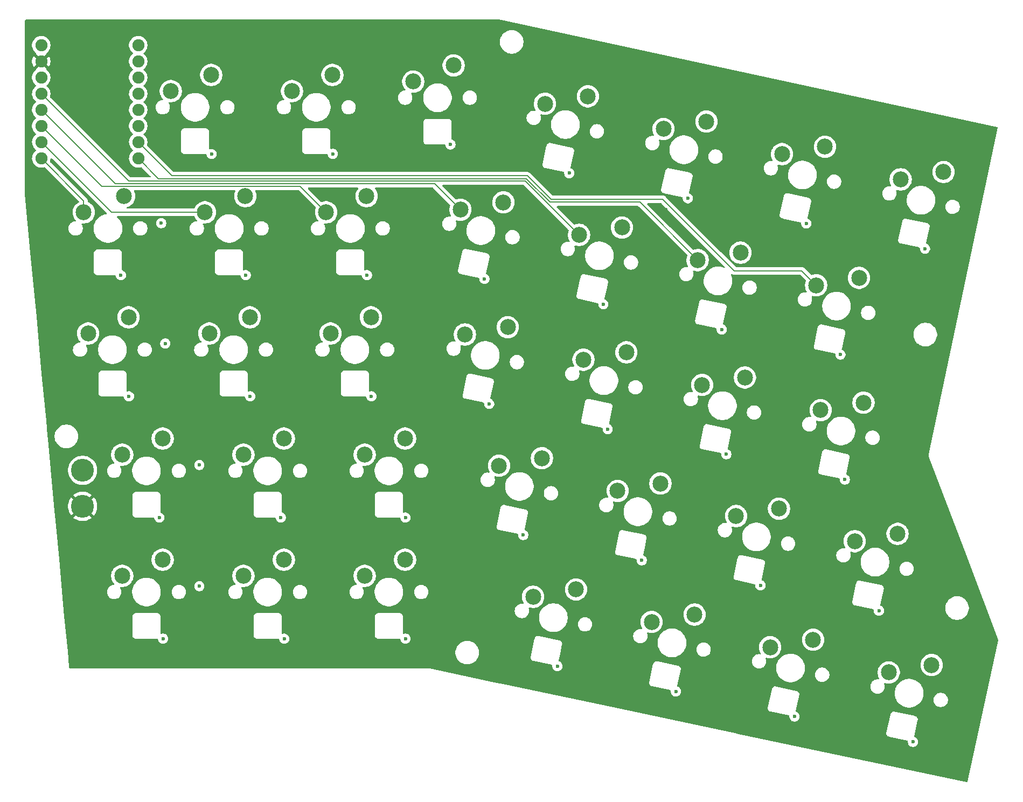
<source format=gbr>
%TF.GenerationSoftware,KiCad,Pcbnew,9.0.3*%
%TF.CreationDate,2025-11-25T19:45:44-05:00*%
%TF.ProjectId,Wren,5772656e-2e6b-4696-9361-645f70636258,rev?*%
%TF.SameCoordinates,Original*%
%TF.FileFunction,Copper,L2,Inr*%
%TF.FilePolarity,Positive*%
%FSLAX46Y46*%
G04 Gerber Fmt 4.6, Leading zero omitted, Abs format (unit mm)*
G04 Created by KiCad (PCBNEW 9.0.3) date 2025-11-25 19:45:44*
%MOMM*%
%LPD*%
G01*
G04 APERTURE LIST*
%TA.AperFunction,ComponentPad*%
%ADD10C,2.500000*%
%TD*%
%TA.AperFunction,ComponentPad*%
%ADD11C,3.600000*%
%TD*%
%TA.AperFunction,ComponentPad*%
%ADD12C,1.905000*%
%TD*%
%TA.AperFunction,ViaPad*%
%ADD13C,0.600000*%
%TD*%
%TA.AperFunction,Conductor*%
%ADD14C,0.200000*%
%TD*%
G04 APERTURE END LIST*
D10*
%TO.N,col5*%
%TO.C,SW13*%
X241463155Y-200246123D03*
%TO.N,Net-(D13-A)*%
X248202488Y-199081868D03*
%TD*%
%TO.N,col5*%
%TO.C,SW20*%
X242160838Y-219870035D03*
%TO.N,Net-(D20-A)*%
X248900171Y-218705780D03*
%TD*%
%TO.N,col2*%
%TO.C,SW24*%
X189132000Y-230837500D03*
%TO.N,Net-(D24-A)*%
X195482000Y-228297500D03*
%TD*%
%TO.N,col1*%
%TO.C,SW16*%
X164732000Y-211787500D03*
%TO.N,Net-(D16-A)*%
X171082000Y-209247500D03*
%TD*%
%TO.N,col6*%
%TO.C,SW28*%
X266150731Y-244444865D03*
%TO.N,Net-(D28-A)*%
X272890064Y-243280610D03*
%TD*%
%TO.N,col0*%
%TO.C,SW8*%
X144982000Y-192737500D03*
%TO.N,Net-(D8-A)*%
X151332000Y-190197500D03*
%TD*%
%TO.N,col5*%
%TO.C,SW6*%
X254740774Y-183592811D03*
%TO.N,Net-(D6-A)*%
X261480107Y-182428556D03*
%TD*%
%TO.N,col4*%
%TO.C,SW5*%
X236107062Y-179632093D03*
%TO.N,Net-(D5-A)*%
X242846395Y-178467838D03*
%TD*%
D11*
%TO.N,GND*%
%TO.C,J4*%
X144800000Y-238950000D03*
%TD*%
D10*
%TO.N,col4*%
%TO.C,SW19*%
X223527126Y-215909317D03*
%TO.N,Net-(D19-A)*%
X230266459Y-214745062D03*
%TD*%
%TO.N,col3*%
%TO.C,SW25*%
X210249596Y-232562712D03*
%TO.N,Net-(D25-A)*%
X216988929Y-231398457D03*
%TD*%
%TO.N,col1*%
%TO.C,SW30*%
X170082000Y-249887500D03*
%TO.N,Net-(D30-A)*%
X176432000Y-247347500D03*
%TD*%
%TO.N,col6*%
%TO.C,SW21*%
X260794549Y-223830753D03*
%TO.N,Net-(D21-A)*%
X267533882Y-222666498D03*
%TD*%
%TO.N,col2*%
%TO.C,SW3*%
X196772000Y-172187100D03*
%TO.N,Net-(D3-A)*%
X203122000Y-169647100D03*
%TD*%
%TO.N,col3*%
%TO.C,SW18*%
X204893414Y-211948600D03*
%TO.N,Net-(D18-A)*%
X211632747Y-210784345D03*
%TD*%
D11*
%TO.N,+5V*%
%TO.C,J3*%
X144800000Y-233300000D03*
%TD*%
D10*
%TO.N,col1*%
%TO.C,SW23*%
X170082000Y-230837500D03*
%TO.N,Net-(D23-A)*%
X176432000Y-228297500D03*
%TD*%
%TO.N,col3*%
%TO.C,SW4*%
X217473350Y-175671376D03*
%TO.N,Net-(D4-A)*%
X224212683Y-174507121D03*
%TD*%
%TO.N,col5*%
%TO.C,SW34*%
X252873002Y-261098159D03*
%TO.N,Net-(D34-A)*%
X259612335Y-259933904D03*
%TD*%
%TO.N,col3*%
%TO.C,SW11*%
X204195732Y-192324688D03*
%TO.N,Net-(D11-A)*%
X210935065Y-191160433D03*
%TD*%
%TO.N,col3*%
%TO.C,SW32*%
X215605578Y-253176724D03*
%TO.N,Net-(D32-A)*%
X222344911Y-252012469D03*
%TD*%
%TO.N,col1*%
%TO.C,SW9*%
X164032000Y-192737500D03*
%TO.N,Net-(D9-A)*%
X170382000Y-190197500D03*
%TD*%
%TO.N,col6*%
%TO.C,SW7*%
X273374486Y-187553529D03*
%TO.N,Net-(D7-A)*%
X280113819Y-186389274D03*
%TD*%
%TO.N,col2*%
%TO.C,SW10*%
X183082000Y-192737500D03*
%TO.N,Net-(D10-A)*%
X189432000Y-190197500D03*
%TD*%
%TO.N,col4*%
%TO.C,SW26*%
X228883308Y-236523430D03*
%TO.N,Net-(D26-A)*%
X235622641Y-235359175D03*
%TD*%
%TO.N,col0*%
%TO.C,SW15*%
X145682000Y-211787500D03*
%TO.N,Net-(D15-A)*%
X152032000Y-209247500D03*
%TD*%
%TO.N,col0*%
%TO.C,SW1*%
X158672000Y-173687500D03*
%TO.N,Net-(D1-A)*%
X165022000Y-171147500D03*
%TD*%
%TO.N,col0*%
%TO.C,SW22*%
X151032000Y-230837500D03*
%TO.N,Net-(D22-A)*%
X157382000Y-228297500D03*
%TD*%
%TO.N,col4*%
%TO.C,SW33*%
X234239290Y-257137442D03*
%TO.N,Net-(D33-A)*%
X240978623Y-255973187D03*
%TD*%
%TO.N,col2*%
%TO.C,SW17*%
X183782000Y-211787500D03*
%TO.N,Net-(D17-A)*%
X190132000Y-209247500D03*
%TD*%
%TO.N,col6*%
%TO.C,SW35*%
X271506713Y-265058877D03*
%TO.N,Net-(D35-A)*%
X278246046Y-263894622D03*
%TD*%
%TO.N,col4*%
%TO.C,SW12*%
X222829444Y-196285406D03*
%TO.N,Net-(D12-A)*%
X229568777Y-195121151D03*
%TD*%
%TO.N,col6*%
%TO.C,SW14*%
X260096867Y-204206841D03*
%TO.N,Net-(D14-A)*%
X266836200Y-203042586D03*
%TD*%
%TO.N,col5*%
%TO.C,SW27*%
X247517020Y-240484148D03*
%TO.N,Net-(D27-A)*%
X254256353Y-239319893D03*
%TD*%
%TO.N,col2*%
%TO.C,SW31*%
X189132000Y-249887500D03*
%TO.N,Net-(D31-A)*%
X195482000Y-247347500D03*
%TD*%
D12*
%TO.N,col0*%
%TO.C,U1*%
X138310000Y-184250000D03*
%TO.N,col1*%
X138310000Y-181710000D03*
%TO.N,col2*%
X138310000Y-179170000D03*
%TO.N,col3*%
X138310000Y-176630000D03*
%TO.N,unconnected-(U1-3V3-Pad3.3)*%
X138310000Y-171550000D03*
%TO.N,col4*%
X138310000Y-174090000D03*
%TO.N,row0*%
X153550000Y-166470000D03*
%TO.N,+5V*%
X138310000Y-166470000D03*
%TO.N,led*%
X153550000Y-169010000D03*
%TO.N,row4*%
X153550000Y-171550000D03*
%TO.N,row3*%
X153550000Y-174090000D03*
%TO.N,row2*%
X153550000Y-176630000D03*
%TO.N,row1*%
X153550000Y-179170000D03*
%TO.N,col6*%
X153550000Y-181710000D03*
%TO.N,col5*%
X153550000Y-184250000D03*
%TO.N,GND*%
X138310000Y-169010000D03*
%TD*%
D10*
%TO.N,col1*%
%TO.C,SW2*%
X177722000Y-173687500D03*
%TO.N,Net-(D2-A)*%
X184072000Y-171147500D03*
%TD*%
%TO.N,col0*%
%TO.C,SW29*%
X151032000Y-249887500D03*
%TO.N,Net-(D29-A)*%
X157382000Y-247347500D03*
%TD*%
D13*
%TO.N,GND*%
X241540330Y-206400000D03*
X167450000Y-224100000D03*
X190300000Y-255900000D03*
X152200000Y-255900000D03*
X253250000Y-273750000D03*
X184250000Y-198750000D03*
X190300000Y-236850000D03*
%TO.N,row1*%
X157150000Y-194450000D03*
%TO.N,+5V*%
X208704374Y-222854374D03*
%TO.N,GND*%
X171250000Y-255900000D03*
%TO.N,+5V*%
X256693948Y-271993948D03*
%TO.N,GND*%
X191850000Y-262200000D03*
X204550000Y-218000000D03*
X147750000Y-205100000D03*
X148400000Y-224100000D03*
X260500000Y-216850000D03*
X242550000Y-232550000D03*
X180450000Y-186050000D03*
%TO.N,+5V*%
X264596018Y-234746018D03*
%TO.N,GND*%
X266550000Y-257100000D03*
X241850000Y-212900000D03*
%TO.N,+5V*%
X245263006Y-211163006D03*
%TO.N,GND*%
X233900000Y-263200000D03*
%TO.N,+5V*%
X227326589Y-226826589D03*
%TO.N,GND*%
X223250000Y-208950000D03*
X165332000Y-198750000D03*
X159850000Y-179700000D03*
X254400000Y-189650000D03*
X146282000Y-198750000D03*
X153750000Y-262200000D03*
X260450000Y-229900000D03*
X191850000Y-243100000D03*
%TO.N,+5V*%
X277197375Y-198447375D03*
%TO.N,GND*%
X165900000Y-217800000D03*
X217900000Y-188350000D03*
X184950000Y-217800000D03*
X166750000Y-205050000D03*
X260174041Y-210350000D03*
X223950000Y-228550000D03*
X271900000Y-277700000D03*
X228550000Y-242600000D03*
X152200000Y-236800000D03*
X197950000Y-178200000D03*
X255150000Y-196250000D03*
X235800000Y-185700000D03*
X204272906Y-198450000D03*
X241800000Y-225950000D03*
X171250000Y-236850000D03*
X247950000Y-253150000D03*
X234650000Y-269800000D03*
X209900000Y-238600000D03*
X153750000Y-243150000D03*
X222906618Y-202450000D03*
X186500000Y-224050000D03*
X172800000Y-243200000D03*
X216000000Y-265800000D03*
X199500000Y-184550000D03*
X161400000Y-186000000D03*
X271150000Y-271100000D03*
X247200000Y-246550000D03*
X261200000Y-236500000D03*
X172800000Y-262150000D03*
X178900000Y-179700000D03*
X217150000Y-181750000D03*
X273800000Y-200250000D03*
X265800000Y-250500000D03*
X252500000Y-267150000D03*
X146850000Y-217800000D03*
X236500000Y-192300000D03*
X215250000Y-259250000D03*
%TO.N,+5V*%
X245973804Y-230773804D03*
%TO.N,GND*%
X205300000Y-224600000D03*
%TO.N,row4*%
X163150000Y-251500000D03*
%TO.N,+5V*%
X150822221Y-202622221D03*
X165078500Y-183578500D03*
X175947221Y-240697221D03*
X238046733Y-268046733D03*
X207961716Y-203211716D03*
X219424518Y-264074518D03*
X176492000Y-259775000D03*
X156872221Y-240722221D03*
X189492000Y-202625000D03*
X239927945Y-190527945D03*
X184132000Y-183550000D03*
X171142000Y-221650000D03*
X195542000Y-240725000D03*
X232686736Y-247436736D03*
X157442000Y-259750000D03*
X195542000Y-259750000D03*
X152092000Y-221675000D03*
X170442000Y-202625000D03*
%TO.N,GND*%
X210650000Y-245250000D03*
%TO.N,+5V*%
X263910221Y-215110221D03*
X269956166Y-255356166D03*
X258550160Y-194500160D03*
X202617021Y-182067021D03*
X221280730Y-186580730D03*
X190192000Y-221650000D03*
%TO.N,row2*%
X157800000Y-213350000D03*
%TO.N,row3*%
X163150000Y-232450000D03*
%TO.N,GND*%
X273050000Y-193600000D03*
X204600000Y-204950000D03*
X185850000Y-205050000D03*
%TO.N,+5V*%
X251333952Y-251383952D03*
X214064522Y-243464522D03*
X275316163Y-275966163D03*
X226650000Y-207200000D03*
%TO.N,GND*%
X223200000Y-222000000D03*
X229300000Y-249200000D03*
%TD*%
D14*
%TO.N,col6*%
X214700000Y-187000000D02*
X218400000Y-190700000D01*
%TO.N,col5*%
X153550000Y-184250000D02*
X156743500Y-187443500D01*
%TO.N,col6*%
X257840026Y-201950000D02*
X260096867Y-204206841D01*
%TO.N,col0*%
X144982000Y-192737500D02*
X144982000Y-190922000D01*
%TO.N,col6*%
X218400000Y-190700000D02*
X236000000Y-190700000D01*
%TO.N,col5*%
X156743500Y-187443500D02*
X214554638Y-187443500D01*
%TO.N,col6*%
X153550000Y-181710000D02*
X158840000Y-187000000D01*
%TO.N,col4*%
X222829444Y-196285406D02*
X214388538Y-187844500D01*
%TO.N,col1*%
X149337500Y-192737500D02*
X138310000Y-181710000D01*
%TO.N,col0*%
X144982000Y-190922000D02*
X138310000Y-184250000D01*
%TO.N,col3*%
X200116544Y-188245500D02*
X149925500Y-188245500D01*
%TO.N,col2*%
X147786500Y-188646500D02*
X138310000Y-179170000D01*
%TO.N,col6*%
X158840000Y-187000000D02*
X214700000Y-187000000D01*
%TO.N,col5*%
X218261138Y-191150000D02*
X232367032Y-191150000D01*
%TO.N,col1*%
X164032000Y-192737500D02*
X149337500Y-192737500D01*
%TO.N,col2*%
X183082000Y-192737500D02*
X178991000Y-188646500D01*
X178991000Y-188646500D02*
X147786500Y-188646500D01*
%TO.N,col3*%
X204195732Y-192324688D02*
X200116544Y-188245500D01*
X149925500Y-188245500D02*
X138310000Y-176630000D01*
%TO.N,col4*%
X152064500Y-187844500D02*
X138310000Y-174090000D01*
X214388538Y-187844500D02*
X152064500Y-187844500D01*
%TO.N,col5*%
X232367032Y-191150000D02*
X241463155Y-200246123D01*
X214554638Y-187443500D02*
X218261138Y-191150000D01*
%TO.N,col6*%
X236000000Y-190700000D02*
X247250000Y-201950000D01*
X247250000Y-201950000D02*
X257840026Y-201950000D01*
%TD*%
%TA.AperFunction,Conductor*%
%TO.N,GND*%
G36*
X210209654Y-162453274D02*
G01*
X288536312Y-179308377D01*
X288597709Y-179341724D01*
X288631332Y-179402972D01*
X288631540Y-179455265D01*
X277774243Y-230780669D01*
X277774243Y-230780670D01*
X277771480Y-230793726D01*
X277766543Y-230804701D01*
X277757882Y-230858007D01*
X277757270Y-230860901D01*
X277746699Y-230910878D01*
X277746241Y-230916769D01*
X277745586Y-230928917D01*
X277745409Y-230934783D01*
X277750547Y-230985598D01*
X277751000Y-230991457D01*
X277753724Y-231042483D01*
X277757454Y-231053926D01*
X277758665Y-231065896D01*
X277777815Y-231116385D01*
X277778721Y-231119164D01*
X277778730Y-231119188D01*
X277794571Y-231167778D01*
X277797118Y-231173105D01*
X277805866Y-231190336D01*
X283670781Y-246652384D01*
X288711479Y-259941497D01*
X288716350Y-259954337D01*
X288721721Y-260024000D01*
X288721580Y-260024655D01*
X283892874Y-282236704D01*
X283859397Y-282298032D01*
X283798079Y-282331526D01*
X283746015Y-282331673D01*
X247886998Y-274737999D01*
X247321809Y-274618312D01*
X271120251Y-274618312D01*
X271120251Y-274618316D01*
X271127147Y-274749913D01*
X271127147Y-274749917D01*
X271127148Y-274749920D01*
X271167872Y-274875254D01*
X271167873Y-274875256D01*
X271167875Y-274875259D01*
X271239645Y-274985775D01*
X271239645Y-274985776D01*
X271337578Y-275073957D01*
X271337579Y-275073957D01*
X271337581Y-275073959D01*
X271455002Y-275133787D01*
X271583906Y-275161187D01*
X271583907Y-275161186D01*
X271604506Y-275165565D01*
X271604513Y-275165565D01*
X274417446Y-275763473D01*
X274478926Y-275796664D01*
X274512702Y-275857827D01*
X274515663Y-275884762D01*
X274515663Y-276045009D01*
X274546424Y-276199652D01*
X274546427Y-276199664D01*
X274606765Y-276345335D01*
X274606772Y-276345348D01*
X274694373Y-276476451D01*
X274694376Y-276476455D01*
X274805870Y-276587949D01*
X274805874Y-276587952D01*
X274936977Y-276675553D01*
X274936990Y-276675560D01*
X275082661Y-276735898D01*
X275082666Y-276735900D01*
X275237316Y-276766662D01*
X275237319Y-276766663D01*
X275237321Y-276766663D01*
X275395007Y-276766663D01*
X275395008Y-276766662D01*
X275549660Y-276735900D01*
X275695342Y-276675557D01*
X275826452Y-276587952D01*
X275937952Y-276476452D01*
X276025557Y-276345342D01*
X276085900Y-276199660D01*
X276116663Y-276045005D01*
X276116663Y-275887321D01*
X276116663Y-275887318D01*
X276116662Y-275887316D01*
X276098630Y-275796664D01*
X276085900Y-275732666D01*
X276085898Y-275732661D01*
X276025560Y-275586990D01*
X276025553Y-275586977D01*
X275937952Y-275455874D01*
X275937949Y-275455870D01*
X275826455Y-275344376D01*
X275826451Y-275344373D01*
X275695348Y-275256772D01*
X275695339Y-275256767D01*
X275596253Y-275215725D01*
X275541850Y-275171884D01*
X275519785Y-275105590D01*
X275522415Y-275075387D01*
X276045232Y-272615734D01*
X276068931Y-272504238D01*
X276068931Y-272504237D01*
X276068931Y-272504236D01*
X276076211Y-272469988D01*
X276069314Y-272338384D01*
X276028590Y-272213050D01*
X275956815Y-272102526D01*
X275923795Y-272072794D01*
X275858883Y-272014346D01*
X275741461Y-271954517D01*
X275679584Y-271941364D01*
X275612556Y-271927117D01*
X275612555Y-271927117D01*
X275606199Y-271925766D01*
X275606199Y-271925765D01*
X275606194Y-271925765D01*
X272286857Y-271220218D01*
X272286856Y-271220218D01*
X272277511Y-271220707D01*
X272155258Y-271227114D01*
X272155253Y-271227114D01*
X272155252Y-271227115D01*
X272115400Y-271240064D01*
X272029915Y-271267840D01*
X272029912Y-271267842D01*
X271919396Y-271339612D01*
X271919395Y-271339612D01*
X271831214Y-271437545D01*
X271771385Y-271554968D01*
X271743985Y-271683875D01*
X271120251Y-274618312D01*
X247321809Y-274618312D01*
X228618418Y-270657594D01*
X252486539Y-270657594D01*
X252486539Y-270657598D01*
X252493435Y-270789195D01*
X252493435Y-270789199D01*
X252493436Y-270789202D01*
X252534160Y-270914536D01*
X252534161Y-270914538D01*
X252534163Y-270914541D01*
X252605933Y-271025057D01*
X252605933Y-271025058D01*
X252703866Y-271113239D01*
X252703867Y-271113239D01*
X252703869Y-271113241D01*
X252821290Y-271173069D01*
X252950194Y-271200469D01*
X252950195Y-271200468D01*
X252970794Y-271204847D01*
X252970801Y-271204847D01*
X255795230Y-271805199D01*
X255856711Y-271838391D01*
X255890487Y-271899554D01*
X255893448Y-271926489D01*
X255893448Y-272072794D01*
X255924209Y-272227437D01*
X255924212Y-272227449D01*
X255984550Y-272373120D01*
X255984557Y-272373133D01*
X256072158Y-272504236D01*
X256072161Y-272504240D01*
X256183655Y-272615734D01*
X256183659Y-272615737D01*
X256314762Y-272703338D01*
X256314775Y-272703345D01*
X256460446Y-272763683D01*
X256460451Y-272763685D01*
X256615101Y-272794447D01*
X256615104Y-272794448D01*
X256615106Y-272794448D01*
X256772792Y-272794448D01*
X256772793Y-272794447D01*
X256927445Y-272763685D01*
X257073127Y-272703342D01*
X257204237Y-272615737D01*
X257315737Y-272504237D01*
X257403342Y-272373127D01*
X257463685Y-272227445D01*
X257494448Y-272072790D01*
X257494448Y-271915106D01*
X257494448Y-271915103D01*
X257494447Y-271915101D01*
X257463686Y-271760458D01*
X257463685Y-271760451D01*
X257463683Y-271760446D01*
X257403345Y-271614775D01*
X257403338Y-271614762D01*
X257315737Y-271483659D01*
X257315734Y-271483655D01*
X257204240Y-271372161D01*
X257204236Y-271372158D01*
X257073133Y-271284557D01*
X257073120Y-271284550D01*
X256965718Y-271240064D01*
X256911314Y-271196224D01*
X256889249Y-271129930D01*
X256891879Y-271099729D01*
X257442499Y-268509269D01*
X257435602Y-268377666D01*
X257394878Y-268252332D01*
X257323103Y-268141808D01*
X257305075Y-268125575D01*
X257225171Y-268053628D01*
X257107749Y-267993799D01*
X257045872Y-267980646D01*
X256978844Y-267966399D01*
X256978843Y-267966399D01*
X256972487Y-267965048D01*
X256972487Y-267965047D01*
X256972482Y-267965047D01*
X253877382Y-267307163D01*
X253653145Y-267259500D01*
X253653144Y-267259500D01*
X253643799Y-267259989D01*
X253521546Y-267266396D01*
X253521541Y-267266396D01*
X253521540Y-267266397D01*
X253427672Y-267296897D01*
X253396203Y-267307122D01*
X253396200Y-267307124D01*
X253285684Y-267378894D01*
X253285683Y-267378894D01*
X253197502Y-267476827D01*
X253137673Y-267594250D01*
X253110273Y-267723157D01*
X252486539Y-270657594D01*
X228618418Y-270657594D01*
X210480216Y-266816563D01*
X209915027Y-266696876D01*
X233852827Y-266696876D01*
X233852827Y-266696880D01*
X233859723Y-266828477D01*
X233859723Y-266828481D01*
X233859724Y-266828484D01*
X233900448Y-266953818D01*
X233900449Y-266953820D01*
X233900451Y-266953823D01*
X233972221Y-267064339D01*
X233972221Y-267064340D01*
X234070154Y-267152521D01*
X234070155Y-267152521D01*
X234070157Y-267152523D01*
X234187578Y-267212351D01*
X234316482Y-267239751D01*
X234316483Y-267239750D01*
X234337082Y-267244129D01*
X234337089Y-267244129D01*
X237148014Y-267841611D01*
X237209496Y-267874803D01*
X237243272Y-267935966D01*
X237246233Y-267962901D01*
X237246233Y-268125579D01*
X237276994Y-268280222D01*
X237276997Y-268280234D01*
X237337335Y-268425905D01*
X237337342Y-268425918D01*
X237424943Y-268557021D01*
X237424946Y-268557025D01*
X237536440Y-268668519D01*
X237536444Y-268668522D01*
X237667547Y-268756123D01*
X237667560Y-268756130D01*
X237777860Y-268801817D01*
X237813236Y-268816470D01*
X237967886Y-268847232D01*
X237967889Y-268847233D01*
X237967891Y-268847233D01*
X238125577Y-268847233D01*
X238125578Y-268847232D01*
X238280230Y-268816470D01*
X238425912Y-268756127D01*
X238557022Y-268668522D01*
X238668522Y-268557022D01*
X238756127Y-268425912D01*
X238816470Y-268280230D01*
X238847233Y-268125575D01*
X238847233Y-267967891D01*
X238847233Y-267967888D01*
X238847232Y-267967886D01*
X238840883Y-267935966D01*
X238816470Y-267813236D01*
X238816468Y-267813231D01*
X238756130Y-267667560D01*
X238756123Y-267667547D01*
X238668522Y-267536444D01*
X238668519Y-267536440D01*
X238557025Y-267424946D01*
X238557021Y-267424943D01*
X238425918Y-267337342D01*
X238425905Y-267337335D01*
X238328276Y-267296897D01*
X238273872Y-267253057D01*
X238253132Y-267190745D01*
X268610870Y-267190745D01*
X268610870Y-267367902D01*
X268638584Y-267542880D01*
X268693326Y-267711363D01*
X268693327Y-267711366D01*
X268745237Y-267813243D01*
X268773756Y-267869214D01*
X268877887Y-268012538D01*
X269003156Y-268137807D01*
X269146480Y-268241938D01*
X269221616Y-268280222D01*
X269304327Y-268322366D01*
X269304330Y-268322367D01*
X269385263Y-268348663D01*
X269472815Y-268377110D01*
X269647791Y-268404824D01*
X269647792Y-268404824D01*
X269824948Y-268404824D01*
X269824949Y-268404824D01*
X269999925Y-268377110D01*
X270168412Y-268322366D01*
X270326260Y-268241938D01*
X270400497Y-268188002D01*
X272454860Y-268188002D01*
X272454860Y-268483029D01*
X272477961Y-268658490D01*
X272493367Y-268775509D01*
X272514711Y-268855165D01*
X272569721Y-269060467D01*
X272569724Y-269060477D01*
X272682614Y-269333016D01*
X272682618Y-269333026D01*
X272830121Y-269588509D01*
X273009712Y-269822556D01*
X273009718Y-269822563D01*
X273218312Y-270031157D01*
X273218319Y-270031163D01*
X273452366Y-270210754D01*
X273707849Y-270358257D01*
X273707850Y-270358257D01*
X273707853Y-270358259D01*
X273980408Y-270471155D01*
X274265367Y-270547509D01*
X274557854Y-270586016D01*
X274557861Y-270586016D01*
X274852859Y-270586016D01*
X274852866Y-270586016D01*
X275145353Y-270547509D01*
X275430312Y-270471155D01*
X275702867Y-270358259D01*
X275958354Y-270210754D01*
X276192402Y-270031162D01*
X276401006Y-269822558D01*
X276580598Y-269588510D01*
X276728103Y-269333023D01*
X276740486Y-269303128D01*
X278548850Y-269303128D01*
X278548850Y-269480285D01*
X278576564Y-269655263D01*
X278631306Y-269823746D01*
X278631307Y-269823749D01*
X278711736Y-269981597D01*
X278815867Y-270124921D01*
X278941136Y-270250190D01*
X279084460Y-270354321D01*
X279161879Y-270393768D01*
X279242307Y-270434749D01*
X279242310Y-270434750D01*
X279326551Y-270462121D01*
X279410795Y-270489493D01*
X279585771Y-270517207D01*
X279585772Y-270517207D01*
X279762928Y-270517207D01*
X279762929Y-270517207D01*
X279937905Y-270489493D01*
X280106392Y-270434749D01*
X280264240Y-270354321D01*
X280407564Y-270250190D01*
X280532833Y-270124921D01*
X280636964Y-269981597D01*
X280717392Y-269823749D01*
X280772136Y-269655262D01*
X280799850Y-269480286D01*
X280799850Y-269303128D01*
X280772136Y-269128152D01*
X280717392Y-268959665D01*
X280717392Y-268959664D01*
X280660104Y-268847232D01*
X280636964Y-268801817D01*
X280532833Y-268658493D01*
X280407564Y-268533224D01*
X280264240Y-268429093D01*
X280216610Y-268404824D01*
X280106392Y-268348664D01*
X280106389Y-268348663D01*
X279937906Y-268293921D01*
X279850417Y-268280064D01*
X279762929Y-268266207D01*
X279585771Y-268266207D01*
X279527445Y-268275445D01*
X279410793Y-268293921D01*
X279242310Y-268348663D01*
X279242307Y-268348664D01*
X279084459Y-268429093D01*
X279010243Y-268483015D01*
X278941136Y-268533224D01*
X278941134Y-268533226D01*
X278941133Y-268533226D01*
X278815869Y-268658490D01*
X278815869Y-268658491D01*
X278815867Y-268658493D01*
X278808583Y-268668519D01*
X278711736Y-268801816D01*
X278631307Y-268959664D01*
X278631306Y-268959667D01*
X278576564Y-269128150D01*
X278548850Y-269303128D01*
X276740486Y-269303128D01*
X276840999Y-269060468D01*
X276917353Y-268775509D01*
X276955860Y-268483022D01*
X276955860Y-268188010D01*
X276917353Y-267895523D01*
X276840999Y-267610564D01*
X276728103Y-267338009D01*
X276710270Y-267307122D01*
X276580598Y-267082522D01*
X276401007Y-266848475D01*
X276401001Y-266848468D01*
X276192407Y-266639874D01*
X276192400Y-266639868D01*
X275958353Y-266460277D01*
X275702870Y-266312774D01*
X275702860Y-266312770D01*
X275430321Y-266199880D01*
X275430314Y-266199878D01*
X275430312Y-266199877D01*
X275145353Y-266123523D01*
X275096473Y-266117087D01*
X274852873Y-266085016D01*
X274852866Y-266085016D01*
X274557854Y-266085016D01*
X274557846Y-266085016D01*
X274279445Y-266121669D01*
X274265367Y-266123523D01*
X274113539Y-266164205D01*
X273980408Y-266199877D01*
X273980398Y-266199880D01*
X273707859Y-266312770D01*
X273707849Y-266312774D01*
X273452366Y-266460277D01*
X273218319Y-266639868D01*
X273218312Y-266639874D01*
X273009718Y-266848468D01*
X273009712Y-266848475D01*
X272830121Y-267082522D01*
X272682618Y-267338005D01*
X272682614Y-267338015D01*
X272569724Y-267610554D01*
X272569721Y-267610564D01*
X272500417Y-267869214D01*
X272493368Y-267895520D01*
X272493366Y-267895531D01*
X272454860Y-268188002D01*
X270400497Y-268188002D01*
X270469584Y-268137807D01*
X270594853Y-268012538D01*
X270698984Y-267869214D01*
X270779412Y-267711366D01*
X270834156Y-267542879D01*
X270861870Y-267367903D01*
X270861870Y-267190745D01*
X270834156Y-267015769D01*
X270789113Y-266877139D01*
X270787118Y-266807298D01*
X270823198Y-266747465D01*
X270885899Y-266716637D01*
X270939137Y-266719046D01*
X270942822Y-266720033D01*
X270942826Y-266720035D01*
X271164475Y-266779425D01*
X271391979Y-266809377D01*
X271391986Y-266809377D01*
X271621440Y-266809377D01*
X271621447Y-266809377D01*
X271848951Y-266779425D01*
X272070600Y-266720035D01*
X272282601Y-266632221D01*
X272481325Y-266517488D01*
X272663374Y-266377796D01*
X272663378Y-266377791D01*
X272663383Y-266377788D01*
X272825624Y-266215547D01*
X272825627Y-266215542D01*
X272825632Y-266215538D01*
X272965324Y-266033489D01*
X273080057Y-265834765D01*
X273167871Y-265622764D01*
X273227261Y-265401115D01*
X273257213Y-265173611D01*
X273257213Y-264944143D01*
X273227261Y-264716639D01*
X273167871Y-264494990D01*
X273102439Y-264337023D01*
X273080062Y-264283000D01*
X273080059Y-264282994D01*
X273080057Y-264282989D01*
X272965324Y-264084265D01*
X272965321Y-264084262D01*
X272965320Y-264084259D01*
X272850645Y-263934813D01*
X272825632Y-263902216D01*
X272825631Y-263902215D01*
X272825624Y-263902207D01*
X272703297Y-263779880D01*
X276495546Y-263779880D01*
X276495546Y-264009363D01*
X276505407Y-264084259D01*
X276525498Y-264236860D01*
X276577200Y-264429815D01*
X276584888Y-264458509D01*
X276672696Y-264670498D01*
X276672703Y-264670512D01*
X276787438Y-264869239D01*
X276927127Y-265051283D01*
X276927135Y-265051292D01*
X277089376Y-265213533D01*
X277089384Y-265213540D01*
X277271428Y-265353229D01*
X277271431Y-265353230D01*
X277271434Y-265353233D01*
X277470158Y-265467966D01*
X277470163Y-265467968D01*
X277470169Y-265467971D01*
X277561526Y-265505812D01*
X277682159Y-265555780D01*
X277903808Y-265615170D01*
X278131312Y-265645122D01*
X278131319Y-265645122D01*
X278360773Y-265645122D01*
X278360780Y-265645122D01*
X278588284Y-265615170D01*
X278809933Y-265555780D01*
X279021934Y-265467966D01*
X279220658Y-265353233D01*
X279402707Y-265213541D01*
X279402711Y-265213536D01*
X279402716Y-265213533D01*
X279564957Y-265051292D01*
X279564960Y-265051287D01*
X279564965Y-265051283D01*
X279704657Y-264869234D01*
X279819390Y-264670510D01*
X279907204Y-264458509D01*
X279966594Y-264236860D01*
X279996546Y-264009356D01*
X279996546Y-263779888D01*
X279966594Y-263552384D01*
X279907204Y-263330735D01*
X279845137Y-263180893D01*
X279819395Y-263118745D01*
X279819392Y-263118739D01*
X279819390Y-263118734D01*
X279704657Y-262920010D01*
X279704654Y-262920007D01*
X279704653Y-262920004D01*
X279564964Y-262737960D01*
X279564957Y-262737952D01*
X279402716Y-262575711D01*
X279402707Y-262575703D01*
X279220663Y-262436014D01*
X279215243Y-262432885D01*
X279075243Y-262352056D01*
X279021936Y-262321279D01*
X279021922Y-262321272D01*
X278809933Y-262233464D01*
X278762744Y-262220820D01*
X278588284Y-262174074D01*
X278550261Y-262169068D01*
X278360787Y-262144122D01*
X278360780Y-262144122D01*
X278131312Y-262144122D01*
X278131304Y-262144122D01*
X277914761Y-262172631D01*
X277903808Y-262174074D01*
X277832779Y-262193106D01*
X277682158Y-262233464D01*
X277470169Y-262321272D01*
X277470155Y-262321279D01*
X277271428Y-262436014D01*
X277089384Y-262575703D01*
X276927127Y-262737960D01*
X276787438Y-262920004D01*
X276672703Y-263118731D01*
X276672696Y-263118745D01*
X276584888Y-263330734D01*
X276561458Y-263418178D01*
X276543411Y-263485533D01*
X276525499Y-263552381D01*
X276525497Y-263552392D01*
X276495546Y-263779880D01*
X272703297Y-263779880D01*
X272663383Y-263739966D01*
X272663374Y-263739958D01*
X272481330Y-263600269D01*
X272282603Y-263485534D01*
X272282589Y-263485527D01*
X272070600Y-263397719D01*
X271994383Y-263377297D01*
X271848951Y-263338329D01*
X271810928Y-263333323D01*
X271621454Y-263308377D01*
X271621447Y-263308377D01*
X271391979Y-263308377D01*
X271391971Y-263308377D01*
X271175428Y-263336886D01*
X271164475Y-263338329D01*
X271070789Y-263363431D01*
X270942825Y-263397719D01*
X270730836Y-263485527D01*
X270730822Y-263485534D01*
X270532095Y-263600269D01*
X270350051Y-263739958D01*
X270187794Y-263902215D01*
X270048105Y-264084259D01*
X269933370Y-264282986D01*
X269933363Y-264283000D01*
X269845555Y-264494989D01*
X269786166Y-264716636D01*
X269786164Y-264716647D01*
X269756213Y-264944135D01*
X269756213Y-265173618D01*
X269775536Y-265320383D01*
X269786165Y-265401115D01*
X269804079Y-265467971D01*
X269845555Y-265622764D01*
X269933363Y-265834753D01*
X269933370Y-265834768D01*
X270017044Y-265979695D01*
X270033517Y-266047595D01*
X270010664Y-266113622D01*
X269955743Y-266156813D01*
X269890260Y-266164168D01*
X269824949Y-266153824D01*
X269647791Y-266153824D01*
X269628920Y-266156813D01*
X269472813Y-266181538D01*
X269304330Y-266236280D01*
X269304327Y-266236281D01*
X269146479Y-266316710D01*
X269064708Y-266376120D01*
X269003156Y-266420841D01*
X269003154Y-266420843D01*
X269003153Y-266420843D01*
X268877889Y-266546107D01*
X268877889Y-266546108D01*
X268877887Y-266546110D01*
X268848332Y-266586789D01*
X268773756Y-266689433D01*
X268693327Y-266847281D01*
X268693326Y-266847284D01*
X268638584Y-267015767D01*
X268610870Y-267190745D01*
X238253132Y-267190745D01*
X238251807Y-267186763D01*
X238254437Y-267156561D01*
X238808787Y-264548551D01*
X238801890Y-264416948D01*
X238761166Y-264291614D01*
X238689391Y-264181090D01*
X238678560Y-264171338D01*
X238591459Y-264092910D01*
X238474037Y-264033081D01*
X238412160Y-264019928D01*
X238345132Y-264005681D01*
X238345131Y-264005681D01*
X238338775Y-264004330D01*
X238338775Y-264004329D01*
X238338770Y-264004329D01*
X235243670Y-263346445D01*
X235019433Y-263298782D01*
X235019432Y-263298782D01*
X235010087Y-263299271D01*
X234887834Y-263305678D01*
X234887829Y-263305678D01*
X234887828Y-263305679D01*
X234769074Y-263344265D01*
X234762491Y-263346404D01*
X234762488Y-263346406D01*
X234651972Y-263418176D01*
X234651971Y-263418176D01*
X234563790Y-263516109D01*
X234503961Y-263633532D01*
X234500493Y-263649846D01*
X234481338Y-263739966D01*
X234476561Y-263762439D01*
X233852827Y-266696876D01*
X209915027Y-266696876D01*
X199369922Y-264463795D01*
X199369922Y-264463794D01*
X199366676Y-264463106D01*
X199315892Y-264449500D01*
X199302413Y-264449500D01*
X199289709Y-264446810D01*
X199289708Y-264446810D01*
X199289229Y-264446708D01*
X199289219Y-264446707D01*
X199239999Y-264449325D01*
X199233415Y-264449500D01*
X142818926Y-264449500D01*
X142751887Y-264429815D01*
X142706132Y-264377011D01*
X142695463Y-264337023D01*
X142695106Y-264333203D01*
X142553754Y-262818707D01*
X142462051Y-261836176D01*
X142461354Y-261828711D01*
X203399500Y-261828711D01*
X203399500Y-262071288D01*
X203431161Y-262311785D01*
X203493947Y-262546104D01*
X203573417Y-262737960D01*
X203586776Y-262770212D01*
X203708064Y-262980289D01*
X203708066Y-262980292D01*
X203708067Y-262980293D01*
X203855733Y-263172736D01*
X203855739Y-263172743D01*
X204027256Y-263344260D01*
X204027263Y-263344266D01*
X204140321Y-263431018D01*
X204219711Y-263491936D01*
X204429788Y-263613224D01*
X204653900Y-263706054D01*
X204888211Y-263768838D01*
X205068586Y-263792584D01*
X205128711Y-263800500D01*
X205128712Y-263800500D01*
X205371289Y-263800500D01*
X205419388Y-263794167D01*
X205611789Y-263768838D01*
X205846100Y-263706054D01*
X206070212Y-263613224D01*
X206280289Y-263491936D01*
X206472738Y-263344265D01*
X206644265Y-263172738D01*
X206791936Y-262980289D01*
X206913224Y-262770212D01*
X206926583Y-262737960D01*
X206927329Y-262736159D01*
X215219115Y-262736159D01*
X215219115Y-262736163D01*
X215226011Y-262867760D01*
X215226011Y-262867764D01*
X215226012Y-262867767D01*
X215266736Y-262993101D01*
X215266737Y-262993103D01*
X215266739Y-262993106D01*
X215338509Y-263103622D01*
X215338509Y-263103623D01*
X215436442Y-263191804D01*
X215436443Y-263191804D01*
X215436445Y-263191806D01*
X215553866Y-263251634D01*
X215682770Y-263279034D01*
X215682771Y-263279033D01*
X215703370Y-263283412D01*
X215703377Y-263283412D01*
X218525801Y-263883338D01*
X218587281Y-263916529D01*
X218621057Y-263977692D01*
X218624018Y-264004627D01*
X218624018Y-264153364D01*
X218654779Y-264308007D01*
X218654782Y-264308019D01*
X218715120Y-264453690D01*
X218715127Y-264453703D01*
X218802728Y-264584806D01*
X218802731Y-264584810D01*
X218914225Y-264696304D01*
X218914229Y-264696307D01*
X219045332Y-264783908D01*
X219045345Y-264783915D01*
X219191016Y-264844253D01*
X219191021Y-264844255D01*
X219345671Y-264875017D01*
X219345674Y-264875018D01*
X219345676Y-264875018D01*
X219503362Y-264875018D01*
X219503363Y-264875017D01*
X219658015Y-264844255D01*
X219803697Y-264783912D01*
X219934807Y-264696307D01*
X220046307Y-264584807D01*
X220133912Y-264453697D01*
X220135651Y-264449500D01*
X220172039Y-264361649D01*
X220194255Y-264308015D01*
X220225018Y-264153360D01*
X220225018Y-263995676D01*
X220225018Y-263995673D01*
X220225017Y-263995671D01*
X220221441Y-263977692D01*
X220194255Y-263841021D01*
X220156822Y-263750648D01*
X220133915Y-263695345D01*
X220133908Y-263695332D01*
X220046307Y-263564229D01*
X220046304Y-263564225D01*
X219934810Y-263452731D01*
X219934806Y-263452728D01*
X219803703Y-263365127D01*
X219803694Y-263365122D01*
X219697740Y-263321235D01*
X219643337Y-263277394D01*
X219627572Y-263230027D01*
X249977159Y-263230027D01*
X249977159Y-263407185D01*
X249990582Y-263491932D01*
X250004873Y-263582162D01*
X250059615Y-263750645D01*
X250059616Y-263750648D01*
X250105668Y-263841028D01*
X250140045Y-263908496D01*
X250244176Y-264051820D01*
X250369445Y-264177089D01*
X250512769Y-264281220D01*
X250565341Y-264308007D01*
X250670616Y-264361648D01*
X250670619Y-264361649D01*
X250717900Y-264377011D01*
X250839104Y-264416392D01*
X251014080Y-264444106D01*
X251014081Y-264444106D01*
X251191237Y-264444106D01*
X251191238Y-264444106D01*
X251366214Y-264416392D01*
X251534701Y-264361648D01*
X251692549Y-264281220D01*
X251766786Y-264227284D01*
X253821149Y-264227284D01*
X253821149Y-264522311D01*
X253846734Y-264716639D01*
X253859656Y-264814791D01*
X253923026Y-265051292D01*
X253936010Y-265099749D01*
X253936013Y-265099759D01*
X254048903Y-265372298D01*
X254048907Y-265372308D01*
X254196410Y-265627791D01*
X254376001Y-265861838D01*
X254376007Y-265861845D01*
X254584601Y-266070439D01*
X254584608Y-266070445D01*
X254818655Y-266250036D01*
X255074138Y-266397539D01*
X255074139Y-266397539D01*
X255074142Y-266397541D01*
X255346697Y-266510437D01*
X255631656Y-266586791D01*
X255924143Y-266625298D01*
X255924150Y-266625298D01*
X256219148Y-266625298D01*
X256219155Y-266625298D01*
X256511642Y-266586791D01*
X256796601Y-266510437D01*
X257069156Y-266397541D01*
X257324643Y-266250036D01*
X257558691Y-266070444D01*
X257767295Y-265861840D01*
X257946887Y-265627792D01*
X258094392Y-265372305D01*
X258106775Y-265342410D01*
X259915139Y-265342410D01*
X259915139Y-265519567D01*
X259942853Y-265694545D01*
X259997595Y-265863028D01*
X259997596Y-265863031D01*
X260078025Y-266020879D01*
X260182156Y-266164203D01*
X260307425Y-266289472D01*
X260450749Y-266393603D01*
X260528168Y-266433050D01*
X260608596Y-266474031D01*
X260608599Y-266474032D01*
X260692840Y-266501403D01*
X260777084Y-266528775D01*
X260952060Y-266556489D01*
X260952061Y-266556489D01*
X261129217Y-266556489D01*
X261129218Y-266556489D01*
X261304194Y-266528775D01*
X261472681Y-266474031D01*
X261630529Y-266393603D01*
X261773853Y-266289472D01*
X261899122Y-266164203D01*
X262003253Y-266020879D01*
X262083681Y-265863031D01*
X262138425Y-265694544D01*
X262166139Y-265519568D01*
X262166139Y-265342410D01*
X262138425Y-265167434D01*
X262100686Y-265051283D01*
X262083682Y-264998949D01*
X262083681Y-264998946D01*
X262030435Y-264894447D01*
X262003253Y-264841099D01*
X261899122Y-264697775D01*
X261773853Y-264572506D01*
X261630529Y-264468375D01*
X261601722Y-264453697D01*
X261472681Y-264387946D01*
X261472678Y-264387945D01*
X261304195Y-264333203D01*
X261145191Y-264308019D01*
X261129218Y-264305489D01*
X260952060Y-264305489D01*
X260936112Y-264308015D01*
X260777082Y-264333203D01*
X260608599Y-264387945D01*
X260608596Y-264387946D01*
X260450748Y-264468375D01*
X260376532Y-264522297D01*
X260307425Y-264572506D01*
X260307423Y-264572508D01*
X260307422Y-264572508D01*
X260182158Y-264697772D01*
X260182158Y-264697773D01*
X260182156Y-264697775D01*
X260168445Y-264716647D01*
X260078025Y-264841098D01*
X259997596Y-264998946D01*
X259997595Y-264998949D01*
X259942853Y-265167432D01*
X259915139Y-265342410D01*
X258106775Y-265342410D01*
X258207288Y-265099750D01*
X258283642Y-264814791D01*
X258322149Y-264522304D01*
X258322149Y-264227292D01*
X258283642Y-263934805D01*
X258207288Y-263649846D01*
X258192119Y-263613226D01*
X258166917Y-263552381D01*
X258094392Y-263377291D01*
X258087367Y-263365124D01*
X257946887Y-263121804D01*
X257767296Y-262887757D01*
X257767290Y-262887750D01*
X257558696Y-262679156D01*
X257558689Y-262679150D01*
X257324642Y-262499559D01*
X257069159Y-262352056D01*
X257069149Y-262352052D01*
X256796610Y-262239162D01*
X256796603Y-262239160D01*
X256796601Y-262239159D01*
X256511642Y-262162805D01*
X256462762Y-262156369D01*
X256219162Y-262124298D01*
X256219155Y-262124298D01*
X255924143Y-262124298D01*
X255924135Y-262124298D01*
X255645734Y-262160951D01*
X255631656Y-262162805D01*
X255479828Y-262203487D01*
X255346697Y-262239159D01*
X255346687Y-262239162D01*
X255074148Y-262352052D01*
X255074138Y-262352056D01*
X254818655Y-262499559D01*
X254584608Y-262679150D01*
X254584601Y-262679156D01*
X254376007Y-262887750D01*
X254376001Y-262887757D01*
X254196410Y-263121804D01*
X254048907Y-263377287D01*
X254048903Y-263377297D01*
X253936013Y-263649836D01*
X253936010Y-263649846D01*
X253866706Y-263908496D01*
X253859657Y-263934802D01*
X253859655Y-263934813D01*
X253821149Y-264227284D01*
X251766786Y-264227284D01*
X251835873Y-264177089D01*
X251961142Y-264051820D01*
X252065273Y-263908496D01*
X252145701Y-263750648D01*
X252200445Y-263582161D01*
X252228159Y-263407185D01*
X252228159Y-263230027D01*
X252200445Y-263055051D01*
X252155402Y-262916421D01*
X252153407Y-262846580D01*
X252189487Y-262786747D01*
X252252188Y-262755919D01*
X252305426Y-262758328D01*
X252309111Y-262759315D01*
X252309115Y-262759317D01*
X252530764Y-262818707D01*
X252758268Y-262848659D01*
X252758275Y-262848659D01*
X252987729Y-262848659D01*
X252987736Y-262848659D01*
X253215240Y-262818707D01*
X253436889Y-262759317D01*
X253648890Y-262671503D01*
X253847614Y-262556770D01*
X254029663Y-262417078D01*
X254029667Y-262417073D01*
X254029672Y-262417070D01*
X254191913Y-262254829D01*
X254191916Y-262254824D01*
X254191921Y-262254820D01*
X254331613Y-262072771D01*
X254446346Y-261874047D01*
X254534160Y-261662046D01*
X254593550Y-261440397D01*
X254623502Y-261212893D01*
X254623502Y-260983425D01*
X254593550Y-260755921D01*
X254534160Y-260534272D01*
X254478928Y-260400931D01*
X254446351Y-260322282D01*
X254446348Y-260322276D01*
X254446346Y-260322271D01*
X254331613Y-260123547D01*
X254331610Y-260123544D01*
X254331609Y-260123541D01*
X254201773Y-259954337D01*
X254191921Y-259941498D01*
X254191920Y-259941497D01*
X254191913Y-259941489D01*
X254069586Y-259819162D01*
X257861835Y-259819162D01*
X257861835Y-260048645D01*
X257883918Y-260216372D01*
X257891787Y-260276142D01*
X257947318Y-260483389D01*
X257951177Y-260497791D01*
X258038985Y-260709780D01*
X258038992Y-260709794D01*
X258153727Y-260908521D01*
X258293416Y-261090565D01*
X258293424Y-261090574D01*
X258455665Y-261252815D01*
X258455672Y-261252821D01*
X258455674Y-261252823D01*
X258534892Y-261313609D01*
X258637717Y-261392511D01*
X258637720Y-261392512D01*
X258637723Y-261392515D01*
X258836447Y-261507248D01*
X258836452Y-261507250D01*
X258836458Y-261507253D01*
X258927815Y-261545094D01*
X259048448Y-261595062D01*
X259270097Y-261654452D01*
X259497601Y-261684404D01*
X259497608Y-261684404D01*
X259727062Y-261684404D01*
X259727069Y-261684404D01*
X259954573Y-261654452D01*
X260176222Y-261595062D01*
X260388223Y-261507248D01*
X260586947Y-261392515D01*
X260768996Y-261252823D01*
X260768998Y-261252821D01*
X260769005Y-261252815D01*
X260931246Y-261090574D01*
X260931249Y-261090569D01*
X260931254Y-261090565D01*
X261070946Y-260908516D01*
X261185679Y-260709792D01*
X261273493Y-260497791D01*
X261332883Y-260276142D01*
X261362835Y-260048638D01*
X261362835Y-259819170D01*
X261332883Y-259591666D01*
X261273493Y-259370017D01*
X261219517Y-259239707D01*
X261185684Y-259158027D01*
X261185681Y-259158021D01*
X261185679Y-259158016D01*
X261070946Y-258959292D01*
X261070943Y-258959289D01*
X261070942Y-258959286D01*
X260946883Y-258797611D01*
X260931254Y-258777243D01*
X260931253Y-258777242D01*
X260931246Y-258777234D01*
X260769005Y-258614993D01*
X260768996Y-258614985D01*
X260586952Y-258475296D01*
X260581532Y-258472167D01*
X260401174Y-258368037D01*
X260388225Y-258360561D01*
X260388211Y-258360554D01*
X260176222Y-258272746D01*
X260129037Y-258260103D01*
X259954573Y-258213356D01*
X259916550Y-258208350D01*
X259727076Y-258183404D01*
X259727069Y-258183404D01*
X259497601Y-258183404D01*
X259497593Y-258183404D01*
X259281050Y-258211913D01*
X259270097Y-258213356D01*
X259199064Y-258232389D01*
X259048447Y-258272746D01*
X258836458Y-258360554D01*
X258836444Y-258360561D01*
X258637717Y-258475296D01*
X258455673Y-258614985D01*
X258293416Y-258777242D01*
X258153727Y-258959286D01*
X258038992Y-259158013D01*
X258038985Y-259158027D01*
X257951177Y-259370016D01*
X257930692Y-259446468D01*
X257901507Y-259555392D01*
X257891788Y-259591663D01*
X257891786Y-259591674D01*
X257861835Y-259819162D01*
X254069586Y-259819162D01*
X254029672Y-259779248D01*
X254029663Y-259779240D01*
X253847619Y-259639551D01*
X253816258Y-259621445D01*
X253648890Y-259524815D01*
X253648878Y-259524809D01*
X253436889Y-259437001D01*
X253215240Y-259377611D01*
X253177217Y-259372605D01*
X252987743Y-259347659D01*
X252987736Y-259347659D01*
X252758268Y-259347659D01*
X252758260Y-259347659D01*
X252541717Y-259376168D01*
X252530764Y-259377611D01*
X252500471Y-259385728D01*
X252309114Y-259437001D01*
X252097125Y-259524809D01*
X252097111Y-259524816D01*
X251898384Y-259639551D01*
X251716340Y-259779240D01*
X251554083Y-259941497D01*
X251414394Y-260123541D01*
X251299659Y-260322268D01*
X251299652Y-260322282D01*
X251211844Y-260534271D01*
X251152455Y-260755918D01*
X251152453Y-260755929D01*
X251122502Y-260983417D01*
X251122502Y-261212900D01*
X251141066Y-261353900D01*
X251152454Y-261440397D01*
X251192060Y-261588211D01*
X251211844Y-261662046D01*
X251299652Y-261874035D01*
X251299659Y-261874050D01*
X251383333Y-262018977D01*
X251399806Y-262086877D01*
X251376953Y-262152904D01*
X251322032Y-262196095D01*
X251256549Y-262203450D01*
X251191238Y-262193106D01*
X251014080Y-262193106D01*
X250995209Y-262196095D01*
X250839102Y-262220820D01*
X250670619Y-262275562D01*
X250670616Y-262275563D01*
X250512768Y-262355992D01*
X250430997Y-262415402D01*
X250369445Y-262460123D01*
X250369443Y-262460125D01*
X250369442Y-262460125D01*
X250244178Y-262585389D01*
X250244178Y-262585390D01*
X250244176Y-262585392D01*
X250214620Y-262626072D01*
X250140045Y-262728715D01*
X250059616Y-262886563D01*
X250059615Y-262886566D01*
X250004873Y-263055049D01*
X249994300Y-263121804D01*
X249977159Y-263230027D01*
X219627572Y-263230027D01*
X219621272Y-263211100D01*
X219623903Y-263180893D01*
X219625637Y-263172738D01*
X219851586Y-262109728D01*
X220169983Y-260611791D01*
X220169983Y-260611789D01*
X220175075Y-260587835D01*
X220168178Y-260456231D01*
X220127454Y-260330897D01*
X220055679Y-260220373D01*
X220026329Y-260193946D01*
X219957747Y-260132193D01*
X219840325Y-260072364D01*
X219728671Y-260048631D01*
X219711420Y-260044964D01*
X219711419Y-260044964D01*
X219705063Y-260043613D01*
X219705063Y-260043612D01*
X219705058Y-260043612D01*
X216609958Y-259385728D01*
X216385721Y-259338065D01*
X216385720Y-259338065D01*
X216376375Y-259338554D01*
X216254122Y-259344961D01*
X216254117Y-259344961D01*
X216254116Y-259344962D01*
X216174513Y-259370827D01*
X216128779Y-259385687D01*
X216128776Y-259385689D01*
X216018260Y-259457459D01*
X216018259Y-259457459D01*
X215930078Y-259555392D01*
X215870249Y-259672815D01*
X215866781Y-259689129D01*
X215847628Y-259779240D01*
X215842849Y-259801722D01*
X215219115Y-262736159D01*
X206927329Y-262736159D01*
X206947657Y-262687084D01*
X206947657Y-262687083D01*
X207006054Y-262546100D01*
X207068838Y-262311789D01*
X207100500Y-262071288D01*
X207100500Y-261828712D01*
X207068838Y-261588211D01*
X207006054Y-261353900D01*
X206913224Y-261129788D01*
X206791936Y-260919711D01*
X206666256Y-260755921D01*
X206644266Y-260727263D01*
X206644260Y-260727256D01*
X206472743Y-260555739D01*
X206472736Y-260555733D01*
X206280293Y-260408067D01*
X206280292Y-260408066D01*
X206280289Y-260408064D01*
X206070212Y-260286776D01*
X206070205Y-260286773D01*
X205846104Y-260193947D01*
X205697663Y-260154172D01*
X205611789Y-260131162D01*
X205611788Y-260131161D01*
X205611785Y-260131161D01*
X205371289Y-260099500D01*
X205371288Y-260099500D01*
X205128712Y-260099500D01*
X205128711Y-260099500D01*
X204888214Y-260131161D01*
X204653895Y-260193947D01*
X204429794Y-260286773D01*
X204429785Y-260286777D01*
X204219706Y-260408067D01*
X204027263Y-260555733D01*
X204027256Y-260555739D01*
X203855739Y-260727256D01*
X203855733Y-260727263D01*
X203708067Y-260919706D01*
X203586777Y-261129785D01*
X203586773Y-261129794D01*
X203493947Y-261353895D01*
X203431161Y-261588214D01*
X203399500Y-261828711D01*
X142461354Y-261828711D01*
X141935075Y-256190004D01*
X141934758Y-256186608D01*
X152641500Y-256186608D01*
X152641500Y-259186608D01*
X152641500Y-259318392D01*
X152655333Y-259370017D01*
X152675608Y-259445687D01*
X152676059Y-259446468D01*
X152741500Y-259559814D01*
X152834686Y-259653000D01*
X152948814Y-259718892D01*
X153076108Y-259753000D01*
X153076110Y-259753000D01*
X156524650Y-259753000D01*
X156591689Y-259772685D01*
X156637444Y-259825489D01*
X156646267Y-259852809D01*
X156672261Y-259983489D01*
X156672264Y-259983501D01*
X156732602Y-260129172D01*
X156732609Y-260129185D01*
X156820210Y-260260288D01*
X156820213Y-260260292D01*
X156931707Y-260371786D01*
X156931711Y-260371789D01*
X157062814Y-260459390D01*
X157062827Y-260459397D01*
X157155520Y-260497791D01*
X157208503Y-260519737D01*
X157334176Y-260544735D01*
X157363153Y-260550499D01*
X157363156Y-260550500D01*
X157363158Y-260550500D01*
X157520844Y-260550500D01*
X157520845Y-260550499D01*
X157675497Y-260519737D01*
X157821179Y-260459394D01*
X157952289Y-260371789D01*
X158063789Y-260260289D01*
X158151394Y-260129179D01*
X158211737Y-259983497D01*
X158242500Y-259828842D01*
X158242500Y-259671158D01*
X158242500Y-259671155D01*
X158242499Y-259671153D01*
X158238888Y-259652999D01*
X158211737Y-259516503D01*
X158187281Y-259457461D01*
X158151397Y-259370827D01*
X158151390Y-259370814D01*
X158063789Y-259239711D01*
X158063786Y-259239707D01*
X157952292Y-259128213D01*
X157952288Y-259128210D01*
X157821185Y-259040609D01*
X157821172Y-259040602D01*
X157675501Y-258980264D01*
X157675489Y-258980261D01*
X157520845Y-258949500D01*
X157520842Y-258949500D01*
X157363158Y-258949500D01*
X157363155Y-258949500D01*
X157208510Y-258980261D01*
X157202676Y-258982031D01*
X157201873Y-258979385D01*
X157144056Y-258985396D01*
X157081687Y-258953902D01*
X157046245Y-258893689D01*
X157042500Y-258863444D01*
X157042500Y-256186610D01*
X157042500Y-256186608D01*
X171691500Y-256186608D01*
X171691500Y-259186608D01*
X171691500Y-259318392D01*
X171705333Y-259370017D01*
X171725608Y-259445687D01*
X171726059Y-259446468D01*
X171791500Y-259559814D01*
X171884686Y-259653000D01*
X171998814Y-259718892D01*
X172126108Y-259753000D01*
X172126110Y-259753000D01*
X175569677Y-259753000D01*
X175636716Y-259772685D01*
X175682471Y-259825489D01*
X175691294Y-259852809D01*
X175722261Y-260008489D01*
X175722264Y-260008501D01*
X175782602Y-260154172D01*
X175782609Y-260154185D01*
X175870210Y-260285288D01*
X175870213Y-260285292D01*
X175981707Y-260396786D01*
X175981711Y-260396789D01*
X176112814Y-260484390D01*
X176112827Y-260484397D01*
X176233238Y-260534272D01*
X176258503Y-260544737D01*
X176413153Y-260575499D01*
X176413156Y-260575500D01*
X176413158Y-260575500D01*
X176570844Y-260575500D01*
X176570845Y-260575499D01*
X176725497Y-260544737D01*
X176871179Y-260484394D01*
X177002289Y-260396789D01*
X177113789Y-260285289D01*
X177201394Y-260154179D01*
X177261737Y-260008497D01*
X177292500Y-259853842D01*
X177292500Y-259696158D01*
X177292500Y-259696155D01*
X177292499Y-259696153D01*
X177287527Y-259671158D01*
X177261737Y-259541503D01*
X177222049Y-259445686D01*
X177201397Y-259395827D01*
X177201390Y-259395814D01*
X177113789Y-259264711D01*
X177113786Y-259264707D01*
X177002292Y-259153213D01*
X177002288Y-259153210D01*
X176871185Y-259065609D01*
X176871172Y-259065602D01*
X176725501Y-259005264D01*
X176725489Y-259005261D01*
X176570845Y-258974500D01*
X176570842Y-258974500D01*
X176413158Y-258974500D01*
X176413155Y-258974500D01*
X176258510Y-259005261D01*
X176252676Y-259007031D01*
X176251873Y-259004385D01*
X176194056Y-259010396D01*
X176131687Y-258978902D01*
X176096245Y-258918689D01*
X176092500Y-258888444D01*
X176092500Y-256186610D01*
X176092500Y-256186608D01*
X190741500Y-256186608D01*
X190741500Y-259186608D01*
X190741500Y-259318392D01*
X190755333Y-259370017D01*
X190775608Y-259445687D01*
X190776059Y-259446468D01*
X190841500Y-259559814D01*
X190934686Y-259653000D01*
X191048814Y-259718892D01*
X191176108Y-259753000D01*
X191176110Y-259753000D01*
X194624650Y-259753000D01*
X194691689Y-259772685D01*
X194737444Y-259825489D01*
X194746267Y-259852809D01*
X194772261Y-259983489D01*
X194772264Y-259983501D01*
X194832602Y-260129172D01*
X194832609Y-260129185D01*
X194920210Y-260260288D01*
X194920213Y-260260292D01*
X195031707Y-260371786D01*
X195031711Y-260371789D01*
X195162814Y-260459390D01*
X195162827Y-260459397D01*
X195255520Y-260497791D01*
X195308503Y-260519737D01*
X195434176Y-260544735D01*
X195463153Y-260550499D01*
X195463156Y-260550500D01*
X195463158Y-260550500D01*
X195620844Y-260550500D01*
X195620845Y-260550499D01*
X195775497Y-260519737D01*
X195921179Y-260459394D01*
X196052289Y-260371789D01*
X196163789Y-260260289D01*
X196251394Y-260129179D01*
X196311737Y-259983497D01*
X196342500Y-259828842D01*
X196342500Y-259671158D01*
X196342500Y-259671155D01*
X196342499Y-259671153D01*
X196338888Y-259652999D01*
X196311737Y-259516503D01*
X196287281Y-259457461D01*
X196251397Y-259370827D01*
X196251390Y-259370814D01*
X196183567Y-259269310D01*
X231343447Y-259269310D01*
X231343447Y-259446467D01*
X231371161Y-259621445D01*
X231425903Y-259789928D01*
X231425904Y-259789931D01*
X231488542Y-259912863D01*
X231506333Y-259947779D01*
X231610464Y-260091103D01*
X231735733Y-260216372D01*
X231879057Y-260320503D01*
X231956476Y-260359950D01*
X232036904Y-260400931D01*
X232036907Y-260400932D01*
X232117840Y-260427228D01*
X232205392Y-260455675D01*
X232380368Y-260483389D01*
X232380369Y-260483389D01*
X232557525Y-260483389D01*
X232557526Y-260483389D01*
X232732502Y-260455675D01*
X232900989Y-260400931D01*
X233058837Y-260320503D01*
X233133074Y-260266567D01*
X235187437Y-260266567D01*
X235187437Y-260561594D01*
X235209249Y-260727263D01*
X235225944Y-260854074D01*
X235302298Y-261139032D01*
X235302301Y-261139042D01*
X235415191Y-261411581D01*
X235415195Y-261411591D01*
X235562698Y-261667074D01*
X235742289Y-261901121D01*
X235742295Y-261901128D01*
X235950889Y-262109722D01*
X235950896Y-262109728D01*
X236184943Y-262289319D01*
X236440426Y-262436822D01*
X236440427Y-262436822D01*
X236440430Y-262436824D01*
X236496684Y-262460125D01*
X236704245Y-262546100D01*
X236712985Y-262549720D01*
X236997944Y-262626074D01*
X237290431Y-262664581D01*
X237290438Y-262664581D01*
X237585436Y-262664581D01*
X237585443Y-262664581D01*
X237877930Y-262626074D01*
X238162889Y-262549720D01*
X238435444Y-262436824D01*
X238690931Y-262289319D01*
X238924979Y-262109727D01*
X239133583Y-261901123D01*
X239313175Y-261667075D01*
X239460680Y-261411588D01*
X239473063Y-261381693D01*
X241281427Y-261381693D01*
X241281427Y-261558850D01*
X241309141Y-261733828D01*
X241363883Y-261902311D01*
X241363884Y-261902314D01*
X241423328Y-262018977D01*
X241444313Y-262060162D01*
X241548444Y-262203486D01*
X241673713Y-262328755D01*
X241817037Y-262432886D01*
X241894456Y-262472333D01*
X241974884Y-262513314D01*
X241974887Y-262513315D01*
X242059128Y-262540686D01*
X242143372Y-262568058D01*
X242318348Y-262595772D01*
X242318349Y-262595772D01*
X242495505Y-262595772D01*
X242495506Y-262595772D01*
X242670482Y-262568058D01*
X242838969Y-262513314D01*
X242996817Y-262432886D01*
X243140141Y-262328755D01*
X243265410Y-262203486D01*
X243369541Y-262060162D01*
X243449969Y-261902314D01*
X243504713Y-261733827D01*
X243532427Y-261558851D01*
X243532427Y-261381693D01*
X243504713Y-261206717D01*
X243466976Y-261090574D01*
X243449970Y-261038232D01*
X243449969Y-261038229D01*
X243389580Y-260919711D01*
X243369541Y-260880382D01*
X243265410Y-260737058D01*
X243140141Y-260611789D01*
X242996817Y-260507658D01*
X242977452Y-260497791D01*
X242838969Y-260427229D01*
X242838966Y-260427228D01*
X242670483Y-260372486D01*
X242582994Y-260358629D01*
X242495506Y-260344772D01*
X242318348Y-260344772D01*
X242260022Y-260354010D01*
X242143370Y-260372486D01*
X241974887Y-260427228D01*
X241974884Y-260427229D01*
X241817036Y-260507658D01*
X241673710Y-260611791D01*
X241548446Y-260737055D01*
X241548446Y-260737056D01*
X241548444Y-260737058D01*
X241503723Y-260798610D01*
X241444313Y-260880381D01*
X241363884Y-261038229D01*
X241363883Y-261038232D01*
X241309141Y-261206715D01*
X241281427Y-261381693D01*
X239473063Y-261381693D01*
X239484575Y-261353900D01*
X239494737Y-261329368D01*
X239573572Y-261139042D01*
X239573576Y-261139033D01*
X239649930Y-260854074D01*
X239688437Y-260561587D01*
X239688437Y-260266575D01*
X239649930Y-259974088D01*
X239573576Y-259689129D01*
X239558610Y-259652999D01*
X239520012Y-259559814D01*
X239460680Y-259416574D01*
X239448698Y-259395821D01*
X239313175Y-259161087D01*
X239133584Y-258927040D01*
X239133578Y-258927033D01*
X238924984Y-258718439D01*
X238924977Y-258718433D01*
X238690930Y-258538842D01*
X238435447Y-258391339D01*
X238435437Y-258391335D01*
X238162898Y-258278445D01*
X238162891Y-258278443D01*
X238162889Y-258278442D01*
X237877930Y-258202088D01*
X237829050Y-258195652D01*
X237585450Y-258163581D01*
X237585443Y-258163581D01*
X237290431Y-258163581D01*
X237290423Y-258163581D01*
X237012022Y-258200234D01*
X236997944Y-258202088D01*
X236846116Y-258242770D01*
X236712985Y-258278442D01*
X236712975Y-258278445D01*
X236440436Y-258391335D01*
X236440426Y-258391339D01*
X236184943Y-258538842D01*
X235950896Y-258718433D01*
X235950889Y-258718439D01*
X235742295Y-258927033D01*
X235742289Y-258927040D01*
X235562698Y-259161087D01*
X235415195Y-259416570D01*
X235415191Y-259416580D01*
X235302301Y-259689119D01*
X235302298Y-259689129D01*
X235232994Y-259947779D01*
X235225945Y-259974085D01*
X235225943Y-259974096D01*
X235187437Y-260266567D01*
X233133074Y-260266567D01*
X233202161Y-260216372D01*
X233327430Y-260091103D01*
X233431561Y-259947779D01*
X233511989Y-259789931D01*
X233566733Y-259621444D01*
X233594447Y-259446468D01*
X233594447Y-259269310D01*
X233566733Y-259094334D01*
X233521690Y-258955704D01*
X233519695Y-258885863D01*
X233555775Y-258826030D01*
X233618476Y-258795202D01*
X233671714Y-258797611D01*
X233675399Y-258798598D01*
X233675403Y-258798600D01*
X233897052Y-258857990D01*
X234124556Y-258887942D01*
X234124563Y-258887942D01*
X234354017Y-258887942D01*
X234354024Y-258887942D01*
X234581528Y-258857990D01*
X234803177Y-258798600D01*
X235015178Y-258710786D01*
X235213902Y-258596053D01*
X235395951Y-258456361D01*
X235395955Y-258456356D01*
X235395960Y-258456353D01*
X235558201Y-258294112D01*
X235558204Y-258294107D01*
X235558209Y-258294103D01*
X235697901Y-258112054D01*
X235812634Y-257913330D01*
X235900448Y-257701329D01*
X235959838Y-257479680D01*
X235989790Y-257252176D01*
X235989790Y-257022708D01*
X235959838Y-256795204D01*
X235900448Y-256573555D01*
X235845216Y-256440213D01*
X235812639Y-256361565D01*
X235812636Y-256361559D01*
X235812634Y-256361554D01*
X235697901Y-256162830D01*
X235697898Y-256162827D01*
X235697897Y-256162824D01*
X235583222Y-256013378D01*
X235558209Y-255980781D01*
X235558208Y-255980780D01*
X235558201Y-255980772D01*
X235435874Y-255858445D01*
X239228123Y-255858445D01*
X239228123Y-256087928D01*
X239244737Y-256214117D01*
X239258075Y-256315425D01*
X239306180Y-256494956D01*
X239317465Y-256537074D01*
X239405273Y-256749063D01*
X239405280Y-256749077D01*
X239520015Y-256947804D01*
X239659704Y-257129848D01*
X239659712Y-257129857D01*
X239821953Y-257292098D01*
X239821961Y-257292105D01*
X240004005Y-257431794D01*
X240004008Y-257431795D01*
X240004011Y-257431798D01*
X240202735Y-257546531D01*
X240202740Y-257546533D01*
X240202746Y-257546536D01*
X240294103Y-257584377D01*
X240414736Y-257634345D01*
X240636385Y-257693735D01*
X240863889Y-257723687D01*
X240863896Y-257723687D01*
X241093350Y-257723687D01*
X241093357Y-257723687D01*
X241320861Y-257693735D01*
X241542510Y-257634345D01*
X241754511Y-257546531D01*
X241953235Y-257431798D01*
X242135284Y-257292106D01*
X242135288Y-257292101D01*
X242135293Y-257292098D01*
X242297534Y-257129857D01*
X242297537Y-257129852D01*
X242297542Y-257129848D01*
X242437234Y-256947799D01*
X242551967Y-256749075D01*
X242639781Y-256537074D01*
X242699171Y-256315425D01*
X242729123Y-256087921D01*
X242729123Y-255858453D01*
X242699171Y-255630949D01*
X242639781Y-255409300D01*
X242585113Y-255277321D01*
X242551972Y-255197310D01*
X242551969Y-255197304D01*
X242551967Y-255197299D01*
X242437234Y-254998575D01*
X242437231Y-254998572D01*
X242437230Y-254998569D01*
X242297541Y-254816525D01*
X242297534Y-254816517D01*
X242135293Y-254654276D01*
X242135284Y-254654268D01*
X241953240Y-254514579D01*
X241754513Y-254399844D01*
X241754499Y-254399837D01*
X241542510Y-254312029D01*
X241495321Y-254299385D01*
X241320861Y-254252639D01*
X241282838Y-254247633D01*
X241093364Y-254222687D01*
X241093357Y-254222687D01*
X240863889Y-254222687D01*
X240863881Y-254222687D01*
X240647338Y-254251196D01*
X240636385Y-254252639D01*
X240565356Y-254271671D01*
X240414735Y-254312029D01*
X240202746Y-254399837D01*
X240202732Y-254399844D01*
X240004005Y-254514579D01*
X239821961Y-254654268D01*
X239659704Y-254816525D01*
X239520015Y-254998569D01*
X239405280Y-255197296D01*
X239405273Y-255197310D01*
X239317465Y-255409299D01*
X239283177Y-255537263D01*
X239269138Y-255589663D01*
X239258076Y-255630946D01*
X239258074Y-255630957D01*
X239228123Y-255858445D01*
X235435874Y-255858445D01*
X235395960Y-255818531D01*
X235395951Y-255818523D01*
X235213907Y-255678834D01*
X235015180Y-255564099D01*
X235015166Y-255564092D01*
X234803177Y-255476284D01*
X234726960Y-255455862D01*
X234581528Y-255416894D01*
X234543505Y-255411888D01*
X234354031Y-255386942D01*
X234354024Y-255386942D01*
X234124556Y-255386942D01*
X234124548Y-255386942D01*
X233908005Y-255415451D01*
X233897052Y-255416894D01*
X233829434Y-255435012D01*
X233675402Y-255476284D01*
X233463413Y-255564092D01*
X233463399Y-255564099D01*
X233264672Y-255678834D01*
X233082628Y-255818523D01*
X232920371Y-255980780D01*
X232780682Y-256162824D01*
X232665947Y-256361551D01*
X232665940Y-256361565D01*
X232589156Y-256546940D01*
X232578132Y-256573555D01*
X232530051Y-256753000D01*
X232518743Y-256795201D01*
X232518741Y-256795212D01*
X232488790Y-257022700D01*
X232488790Y-257252183D01*
X232504124Y-257368650D01*
X232518742Y-257479680D01*
X232536656Y-257546536D01*
X232578132Y-257701329D01*
X232665940Y-257913318D01*
X232665947Y-257913333D01*
X232749621Y-258058260D01*
X232766094Y-258126160D01*
X232743241Y-258192187D01*
X232688320Y-258235378D01*
X232622837Y-258242733D01*
X232557526Y-258232389D01*
X232380368Y-258232389D01*
X232361497Y-258235378D01*
X232205390Y-258260103D01*
X232036907Y-258314845D01*
X232036904Y-258314846D01*
X231879056Y-258395275D01*
X231797285Y-258454685D01*
X231735733Y-258499406D01*
X231735731Y-258499408D01*
X231735730Y-258499408D01*
X231610466Y-258624672D01*
X231610466Y-258624673D01*
X231610464Y-258624675D01*
X231580909Y-258665354D01*
X231506333Y-258767998D01*
X231425904Y-258925846D01*
X231425903Y-258925849D01*
X231371161Y-259094332D01*
X231343447Y-259269310D01*
X196183567Y-259269310D01*
X196163789Y-259239711D01*
X196163786Y-259239707D01*
X196052292Y-259128213D01*
X196052288Y-259128210D01*
X195921185Y-259040609D01*
X195921172Y-259040602D01*
X195775501Y-258980264D01*
X195775489Y-258980261D01*
X195620845Y-258949500D01*
X195620842Y-258949500D01*
X195463158Y-258949500D01*
X195463155Y-258949500D01*
X195308510Y-258980261D01*
X195302676Y-258982031D01*
X195301873Y-258979385D01*
X195244056Y-258985396D01*
X195181687Y-258953902D01*
X195146245Y-258893689D01*
X195142500Y-258863444D01*
X195142500Y-256186610D01*
X195142500Y-256186608D01*
X195108392Y-256059314D01*
X195042500Y-255945186D01*
X194949314Y-255852000D01*
X194891330Y-255818523D01*
X194835187Y-255786108D01*
X194771539Y-255769054D01*
X194707892Y-255752000D01*
X191307892Y-255752000D01*
X191176108Y-255752000D01*
X191048812Y-255786108D01*
X190934686Y-255852000D01*
X190934683Y-255852002D01*
X190841502Y-255945183D01*
X190841500Y-255945186D01*
X190775608Y-256059312D01*
X190757765Y-256125904D01*
X190741500Y-256186608D01*
X176092500Y-256186608D01*
X176058392Y-256059314D01*
X175992500Y-255945186D01*
X175899314Y-255852000D01*
X175841330Y-255818523D01*
X175785187Y-255786108D01*
X175721539Y-255769054D01*
X175657892Y-255752000D01*
X172257892Y-255752000D01*
X172126108Y-255752000D01*
X171998812Y-255786108D01*
X171884686Y-255852000D01*
X171884683Y-255852002D01*
X171791502Y-255945183D01*
X171791500Y-255945186D01*
X171725608Y-256059312D01*
X171707765Y-256125904D01*
X171691500Y-256186608D01*
X157042500Y-256186608D01*
X157008392Y-256059314D01*
X156942500Y-255945186D01*
X156849314Y-255852000D01*
X156791330Y-255818523D01*
X156735187Y-255786108D01*
X156671539Y-255769054D01*
X156607892Y-255752000D01*
X153207892Y-255752000D01*
X153076108Y-255752000D01*
X152948812Y-255786108D01*
X152834686Y-255852000D01*
X152834683Y-255852002D01*
X152741502Y-255945183D01*
X152741500Y-255945186D01*
X152675608Y-256059312D01*
X152657765Y-256125904D01*
X152641500Y-256186608D01*
X141934758Y-256186608D01*
X141853431Y-255315243D01*
X141852810Y-255308592D01*
X212709735Y-255308592D01*
X212709735Y-255485750D01*
X212723592Y-255573238D01*
X212737449Y-255660727D01*
X212792191Y-255829210D01*
X212792192Y-255829213D01*
X212869417Y-255980772D01*
X212872621Y-255987061D01*
X212976752Y-256130385D01*
X213102021Y-256255654D01*
X213245345Y-256359785D01*
X213322764Y-256399232D01*
X213403192Y-256440213D01*
X213403195Y-256440214D01*
X213484128Y-256466510D01*
X213571680Y-256494957D01*
X213746656Y-256522671D01*
X213746657Y-256522671D01*
X213923813Y-256522671D01*
X213923814Y-256522671D01*
X214098790Y-256494957D01*
X214267277Y-256440213D01*
X214425125Y-256359785D01*
X214499362Y-256305849D01*
X216553725Y-256305849D01*
X216553725Y-256600876D01*
X216579310Y-256795204D01*
X216592232Y-256893356D01*
X216655602Y-257129857D01*
X216668586Y-257178314D01*
X216668589Y-257178324D01*
X216781479Y-257450863D01*
X216781483Y-257450873D01*
X216928986Y-257706356D01*
X217108577Y-257940403D01*
X217108583Y-257940410D01*
X217317177Y-258149004D01*
X217317184Y-258149010D01*
X217551231Y-258328601D01*
X217806714Y-258476104D01*
X217806715Y-258476104D01*
X217806718Y-258476106D01*
X218079273Y-258589002D01*
X218364232Y-258665356D01*
X218656719Y-258703863D01*
X218656726Y-258703863D01*
X218951724Y-258703863D01*
X218951731Y-258703863D01*
X219244218Y-258665356D01*
X219529177Y-258589002D01*
X219801732Y-258476106D01*
X220057219Y-258328601D01*
X220291267Y-258149009D01*
X220499871Y-257940405D01*
X220679463Y-257706357D01*
X220826968Y-257450870D01*
X220839351Y-257420975D01*
X222647715Y-257420975D01*
X222647715Y-257598132D01*
X222675429Y-257773110D01*
X222730171Y-257941593D01*
X222730172Y-257941596D01*
X222810601Y-258099444D01*
X222914732Y-258242768D01*
X223040001Y-258368037D01*
X223183325Y-258472168D01*
X223260744Y-258511615D01*
X223341172Y-258552596D01*
X223341175Y-258552597D01*
X223425416Y-258579968D01*
X223509660Y-258607340D01*
X223684636Y-258635054D01*
X223684637Y-258635054D01*
X223861793Y-258635054D01*
X223861794Y-258635054D01*
X224036770Y-258607340D01*
X224205257Y-258552596D01*
X224363105Y-258472168D01*
X224506429Y-258368037D01*
X224631698Y-258242768D01*
X224735829Y-258099444D01*
X224816257Y-257941596D01*
X224871001Y-257773109D01*
X224898715Y-257598133D01*
X224898715Y-257420975D01*
X224871001Y-257245999D01*
X224816257Y-257077512D01*
X224816257Y-257077511D01*
X224750167Y-256947804D01*
X224735829Y-256919664D01*
X224631698Y-256776340D01*
X224506429Y-256651071D01*
X224363105Y-256546940D01*
X224315475Y-256522671D01*
X224205257Y-256466511D01*
X224205254Y-256466510D01*
X224036771Y-256411768D01*
X223949282Y-256397911D01*
X223861794Y-256384054D01*
X223684636Y-256384054D01*
X223626310Y-256393292D01*
X223509658Y-256411768D01*
X223341175Y-256466510D01*
X223341172Y-256466511D01*
X223183324Y-256546940D01*
X223109108Y-256600862D01*
X223040001Y-256651071D01*
X223039999Y-256651073D01*
X223039998Y-256651073D01*
X222914734Y-256776337D01*
X222914734Y-256776338D01*
X222914732Y-256776340D01*
X222901021Y-256795212D01*
X222810601Y-256919663D01*
X222730172Y-257077511D01*
X222730171Y-257077514D01*
X222675429Y-257245997D01*
X222647715Y-257420975D01*
X220839351Y-257420975D01*
X220939864Y-257178315D01*
X221016218Y-256893356D01*
X221054725Y-256600869D01*
X221054725Y-256305857D01*
X221016218Y-256013370D01*
X220939864Y-255728411D01*
X220826968Y-255455856D01*
X220814931Y-255435008D01*
X220679463Y-255200369D01*
X220499872Y-254966322D01*
X220499866Y-254966315D01*
X220291272Y-254757721D01*
X220291265Y-254757715D01*
X220057218Y-254578124D01*
X219801735Y-254430621D01*
X219801725Y-254430617D01*
X219529186Y-254317727D01*
X219529179Y-254317725D01*
X219529177Y-254317724D01*
X219244218Y-254241370D01*
X219195338Y-254234934D01*
X218951738Y-254202863D01*
X218951731Y-254202863D01*
X218656719Y-254202863D01*
X218656711Y-254202863D01*
X218378310Y-254239516D01*
X218364232Y-254241370D01*
X218212542Y-254282015D01*
X218079273Y-254317724D01*
X218079263Y-254317727D01*
X217806724Y-254430617D01*
X217806714Y-254430621D01*
X217551231Y-254578124D01*
X217317184Y-254757715D01*
X217317177Y-254757721D01*
X217108583Y-254966315D01*
X217108577Y-254966322D01*
X216928986Y-255200369D01*
X216781483Y-255455852D01*
X216781479Y-255455862D01*
X216668589Y-255728401D01*
X216668586Y-255728411D01*
X216599282Y-255987061D01*
X216592233Y-256013367D01*
X216592231Y-256013378D01*
X216553725Y-256305849D01*
X214499362Y-256305849D01*
X214568449Y-256255654D01*
X214693718Y-256130385D01*
X214797849Y-255987061D01*
X214878277Y-255829213D01*
X214933021Y-255660726D01*
X214960735Y-255485750D01*
X214960735Y-255308592D01*
X214933021Y-255133616D01*
X214887978Y-254994986D01*
X214885983Y-254925145D01*
X214922063Y-254865312D01*
X214984764Y-254834484D01*
X215038002Y-254836893D01*
X215041687Y-254837880D01*
X215041691Y-254837882D01*
X215263340Y-254897272D01*
X215490844Y-254927224D01*
X215490851Y-254927224D01*
X215720305Y-254927224D01*
X215720312Y-254927224D01*
X215947816Y-254897272D01*
X216169465Y-254837882D01*
X216381466Y-254750068D01*
X216580190Y-254635335D01*
X216762239Y-254495643D01*
X216762243Y-254495638D01*
X216762248Y-254495635D01*
X216924489Y-254333394D01*
X216924492Y-254333389D01*
X216924497Y-254333385D01*
X217064189Y-254151336D01*
X217149080Y-254004300D01*
X265764269Y-254004300D01*
X265764269Y-254004304D01*
X265771165Y-254135901D01*
X265771165Y-254135905D01*
X265771166Y-254135908D01*
X265809095Y-254252639D01*
X265811891Y-254261244D01*
X265811893Y-254261247D01*
X265883663Y-254371763D01*
X265883663Y-254371764D01*
X265981596Y-254459945D01*
X265981597Y-254459945D01*
X265981599Y-254459947D01*
X266099020Y-254519775D01*
X266227924Y-254547175D01*
X266227925Y-254547174D01*
X266248524Y-254551553D01*
X266248531Y-254551553D01*
X269057577Y-255148635D01*
X269119057Y-255181826D01*
X269152833Y-255242989D01*
X269154550Y-255271232D01*
X269155666Y-255271232D01*
X269155666Y-255435012D01*
X269186427Y-255589655D01*
X269186430Y-255589667D01*
X269246768Y-255735338D01*
X269246775Y-255735351D01*
X269334376Y-255866454D01*
X269334379Y-255866458D01*
X269445873Y-255977952D01*
X269445877Y-255977955D01*
X269576980Y-256065556D01*
X269576993Y-256065563D01*
X269722664Y-256125901D01*
X269722669Y-256125903D01*
X269877319Y-256156665D01*
X269877322Y-256156666D01*
X269877324Y-256156666D01*
X270035010Y-256156666D01*
X270035011Y-256156665D01*
X270189663Y-256125903D01*
X270335345Y-256065560D01*
X270466455Y-255977955D01*
X270577955Y-255866455D01*
X270665560Y-255735345D01*
X270725903Y-255589663D01*
X270756666Y-255435008D01*
X270756666Y-255277324D01*
X270756666Y-255277321D01*
X270756665Y-255277319D01*
X270749836Y-255242989D01*
X270725903Y-255122669D01*
X270725901Y-255122664D01*
X270665563Y-254976993D01*
X270665556Y-254976980D01*
X270609807Y-254893546D01*
X270609806Y-254893545D01*
X270577952Y-254845873D01*
X270560790Y-254828711D01*
X280399500Y-254828711D01*
X280399500Y-255071288D01*
X280431161Y-255311785D01*
X280493947Y-255546104D01*
X280586773Y-255770205D01*
X280586777Y-255770214D01*
X280608974Y-255808661D01*
X280708064Y-255980289D01*
X280708066Y-255980292D01*
X280708067Y-255980293D01*
X280855733Y-256172736D01*
X280855739Y-256172743D01*
X281027256Y-256344260D01*
X281027263Y-256344266D01*
X281049808Y-256361565D01*
X281219711Y-256491936D01*
X281429788Y-256613224D01*
X281653900Y-256706054D01*
X281888211Y-256768838D01*
X282068586Y-256792584D01*
X282128711Y-256800500D01*
X282128712Y-256800500D01*
X282371289Y-256800500D01*
X282419388Y-256794167D01*
X282611789Y-256768838D01*
X282846100Y-256706054D01*
X283070212Y-256613224D01*
X283280289Y-256491936D01*
X283472738Y-256344265D01*
X283644265Y-256172738D01*
X283791936Y-255980289D01*
X283913224Y-255770212D01*
X284006054Y-255546100D01*
X284068838Y-255311789D01*
X284100500Y-255071288D01*
X284100500Y-254828712D01*
X284097678Y-254807280D01*
X284090147Y-254750073D01*
X284068838Y-254588211D01*
X284006054Y-254353900D01*
X283913224Y-254129788D01*
X283791936Y-253919711D01*
X283648681Y-253733017D01*
X283644266Y-253727263D01*
X283644260Y-253727256D01*
X283472743Y-253555739D01*
X283472736Y-253555733D01*
X283280293Y-253408067D01*
X283280292Y-253408066D01*
X283280289Y-253408064D01*
X283078334Y-253291465D01*
X283070214Y-253286777D01*
X283070205Y-253286773D01*
X282846104Y-253193947D01*
X282611785Y-253131161D01*
X282371289Y-253099500D01*
X282371288Y-253099500D01*
X282128712Y-253099500D01*
X282128711Y-253099500D01*
X281888214Y-253131161D01*
X281653895Y-253193947D01*
X281429794Y-253286773D01*
X281429785Y-253286777D01*
X281219706Y-253408067D01*
X281027263Y-253555733D01*
X281027256Y-253555739D01*
X280855739Y-253727256D01*
X280855733Y-253727263D01*
X280708067Y-253919706D01*
X280586777Y-254129785D01*
X280586773Y-254129794D01*
X280493947Y-254353895D01*
X280431161Y-254588214D01*
X280399500Y-254828711D01*
X270560790Y-254828711D01*
X270466458Y-254734379D01*
X270466454Y-254734376D01*
X270335351Y-254646775D01*
X270335338Y-254646768D01*
X270239163Y-254606932D01*
X270184759Y-254563091D01*
X270162694Y-254496797D01*
X270165324Y-254466597D01*
X270720229Y-251855975D01*
X270713332Y-251724372D01*
X270672608Y-251599038D01*
X270600833Y-251488514D01*
X270570103Y-251460844D01*
X270502901Y-251400334D01*
X270385479Y-251340505D01*
X270323602Y-251327352D01*
X270256574Y-251313105D01*
X270256573Y-251313105D01*
X270250217Y-251311754D01*
X270250217Y-251311753D01*
X270250212Y-251311753D01*
X266930875Y-250606206D01*
X266930874Y-250606206D01*
X266921529Y-250606695D01*
X266799276Y-250613102D01*
X266799271Y-250613102D01*
X266799270Y-250613103D01*
X266673936Y-250653827D01*
X266673933Y-250653828D01*
X266673930Y-250653830D01*
X266563414Y-250725600D01*
X266563413Y-250725600D01*
X266475232Y-250823533D01*
X266415403Y-250940956D01*
X266388003Y-251069863D01*
X265764269Y-254004300D01*
X217149080Y-254004300D01*
X217178922Y-253952612D01*
X217266736Y-253740611D01*
X217326126Y-253518962D01*
X217356078Y-253291458D01*
X217356078Y-253061990D01*
X217326126Y-252834486D01*
X217266736Y-252612837D01*
X217178922Y-252400836D01*
X217064189Y-252202112D01*
X217064186Y-252202109D01*
X217064185Y-252202106D01*
X216924496Y-252020062D01*
X216924489Y-252020054D01*
X216802162Y-251897727D01*
X220594411Y-251897727D01*
X220594411Y-252127210D01*
X220614527Y-252280000D01*
X220624363Y-252354707D01*
X220636723Y-252400836D01*
X220683753Y-252576356D01*
X220771561Y-252788345D01*
X220771568Y-252788359D01*
X220886303Y-252987086D01*
X221025992Y-253169130D01*
X221026000Y-253169139D01*
X221188241Y-253331380D01*
X221188249Y-253331387D01*
X221370293Y-253471076D01*
X221370296Y-253471077D01*
X221370299Y-253471080D01*
X221569023Y-253585813D01*
X221569028Y-253585815D01*
X221569034Y-253585818D01*
X221660391Y-253623659D01*
X221781024Y-253673627D01*
X222002673Y-253733017D01*
X222230177Y-253762969D01*
X222230184Y-253762969D01*
X222459638Y-253762969D01*
X222459645Y-253762969D01*
X222687149Y-253733017D01*
X222908798Y-253673627D01*
X223120799Y-253585813D01*
X223319523Y-253471080D01*
X223501572Y-253331388D01*
X223501576Y-253331383D01*
X223501581Y-253331380D01*
X223663822Y-253169139D01*
X223663825Y-253169134D01*
X223663830Y-253169130D01*
X223803522Y-252987081D01*
X223918255Y-252788357D01*
X224006069Y-252576356D01*
X224065459Y-252354707D01*
X224095411Y-252127203D01*
X224095411Y-251897735D01*
X224065459Y-251670231D01*
X224006069Y-251448582D01*
X223946641Y-251305110D01*
X223918260Y-251236592D01*
X223918257Y-251236586D01*
X223918255Y-251236581D01*
X223803522Y-251037857D01*
X223803519Y-251037854D01*
X223803518Y-251037851D01*
X223681022Y-250878213D01*
X223663830Y-250855808D01*
X223663829Y-250855807D01*
X223663822Y-250855799D01*
X223501581Y-250693558D01*
X223501572Y-250693550D01*
X223319528Y-250553861D01*
X223316758Y-250552262D01*
X223210526Y-250490929D01*
X223120801Y-250439126D01*
X223120787Y-250439119D01*
X222908798Y-250351311D01*
X222687149Y-250291921D01*
X222649126Y-250286915D01*
X222459652Y-250261969D01*
X222459645Y-250261969D01*
X222230177Y-250261969D01*
X222230169Y-250261969D01*
X222013626Y-250290478D01*
X222002673Y-250291921D01*
X221908987Y-250317023D01*
X221781023Y-250351311D01*
X221569034Y-250439119D01*
X221569020Y-250439126D01*
X221370293Y-250553861D01*
X221188249Y-250693550D01*
X221025992Y-250855807D01*
X220886303Y-251037851D01*
X220771568Y-251236578D01*
X220771561Y-251236592D01*
X220691450Y-251429999D01*
X220683753Y-251448582D01*
X220632522Y-251639783D01*
X220624364Y-251670228D01*
X220624362Y-251670239D01*
X220594411Y-251897727D01*
X216802162Y-251897727D01*
X216762248Y-251857813D01*
X216762239Y-251857805D01*
X216580195Y-251718116D01*
X216553230Y-251702548D01*
X216405841Y-251617453D01*
X216381468Y-251603381D01*
X216381454Y-251603374D01*
X216169465Y-251515566D01*
X216168786Y-251515384D01*
X215947816Y-251456176D01*
X215909793Y-251451170D01*
X215720319Y-251426224D01*
X215720312Y-251426224D01*
X215490844Y-251426224D01*
X215490836Y-251426224D01*
X215274293Y-251454733D01*
X215263340Y-251456176D01*
X215169654Y-251481278D01*
X215041690Y-251515566D01*
X214829701Y-251603374D01*
X214829687Y-251603381D01*
X214630960Y-251718116D01*
X214448916Y-251857805D01*
X214286659Y-252020062D01*
X214146970Y-252202106D01*
X214032235Y-252400833D01*
X214032228Y-252400847D01*
X213944420Y-252612836D01*
X213885031Y-252834483D01*
X213885029Y-252834494D01*
X213855078Y-253061982D01*
X213855078Y-253291465D01*
X213878655Y-253470542D01*
X213885030Y-253518962D01*
X213902944Y-253585818D01*
X213944420Y-253740611D01*
X214032228Y-253952600D01*
X214032235Y-253952615D01*
X214115909Y-254097542D01*
X214132382Y-254165442D01*
X214109529Y-254231469D01*
X214054608Y-254274660D01*
X213989125Y-254282015D01*
X213923814Y-254271671D01*
X213746656Y-254271671D01*
X213727785Y-254274660D01*
X213571678Y-254299385D01*
X213403195Y-254354127D01*
X213403192Y-254354128D01*
X213245344Y-254434557D01*
X213201255Y-254466590D01*
X213102021Y-254538688D01*
X213102019Y-254538690D01*
X213102018Y-254538690D01*
X212976754Y-254663954D01*
X212976754Y-254663955D01*
X212976752Y-254663957D01*
X212932031Y-254725509D01*
X212872621Y-254807280D01*
X212792192Y-254965128D01*
X212792191Y-254965131D01*
X212737449Y-255133614D01*
X212726876Y-255200369D01*
X212709735Y-255308592D01*
X141852810Y-255308592D01*
X141576261Y-252345572D01*
X141575640Y-252338921D01*
X148636500Y-252338921D01*
X148636500Y-252516078D01*
X148664214Y-252691056D01*
X148718956Y-252859539D01*
X148718957Y-252859542D01*
X148783943Y-252987081D01*
X148799386Y-253017390D01*
X148903517Y-253160714D01*
X149028786Y-253285983D01*
X149172110Y-253390114D01*
X149207339Y-253408064D01*
X149329957Y-253470542D01*
X149329960Y-253470543D01*
X149414201Y-253497914D01*
X149498445Y-253525286D01*
X149673421Y-253553000D01*
X149673422Y-253553000D01*
X149850578Y-253553000D01*
X149850579Y-253553000D01*
X150025555Y-253525286D01*
X150192386Y-253471080D01*
X150194039Y-253470543D01*
X150194042Y-253470542D01*
X150351890Y-253390114D01*
X150495214Y-253285983D01*
X150620483Y-253160714D01*
X150724614Y-253017390D01*
X150805042Y-252859542D01*
X150859786Y-252691055D01*
X150887500Y-252516079D01*
X150887500Y-252338921D01*
X150878165Y-252279986D01*
X152591500Y-252279986D01*
X152591500Y-252575013D01*
X152606778Y-252691055D01*
X152630007Y-252867493D01*
X152706361Y-253152451D01*
X152706364Y-253152461D01*
X152819254Y-253425000D01*
X152819258Y-253425010D01*
X152966761Y-253680493D01*
X153146352Y-253914540D01*
X153146358Y-253914547D01*
X153354952Y-254123141D01*
X153354959Y-254123147D01*
X153589006Y-254302738D01*
X153844489Y-254450241D01*
X153844490Y-254450241D01*
X153844493Y-254450243D01*
X153999807Y-254514576D01*
X154078507Y-254547175D01*
X154117048Y-254563139D01*
X154402007Y-254639493D01*
X154680415Y-254676146D01*
X154687361Y-254677061D01*
X154694494Y-254678000D01*
X154694501Y-254678000D01*
X154989499Y-254678000D01*
X154989506Y-254678000D01*
X155281993Y-254639493D01*
X155566952Y-254563139D01*
X155839507Y-254450243D01*
X156094994Y-254302738D01*
X156329042Y-254123146D01*
X156537646Y-253914542D01*
X156717238Y-253680494D01*
X156864743Y-253425007D01*
X156977639Y-253152452D01*
X157053993Y-252867493D01*
X157092500Y-252575006D01*
X157092500Y-252338921D01*
X158796500Y-252338921D01*
X158796500Y-252516078D01*
X158824214Y-252691056D01*
X158878956Y-252859539D01*
X158878957Y-252859542D01*
X158943943Y-252987081D01*
X158959386Y-253017390D01*
X159063517Y-253160714D01*
X159188786Y-253285983D01*
X159332110Y-253390114D01*
X159367339Y-253408064D01*
X159489957Y-253470542D01*
X159489960Y-253470543D01*
X159574201Y-253497914D01*
X159658445Y-253525286D01*
X159833421Y-253553000D01*
X159833422Y-253553000D01*
X160010578Y-253553000D01*
X160010579Y-253553000D01*
X160185555Y-253525286D01*
X160352386Y-253471080D01*
X160354039Y-253470543D01*
X160354042Y-253470542D01*
X160511890Y-253390114D01*
X160655214Y-253285983D01*
X160780483Y-253160714D01*
X160884614Y-253017390D01*
X160965042Y-252859542D01*
X161019786Y-252691055D01*
X161047500Y-252516079D01*
X161047500Y-252338921D01*
X167686500Y-252338921D01*
X167686500Y-252516078D01*
X167714214Y-252691056D01*
X167768956Y-252859539D01*
X167768957Y-252859542D01*
X167833943Y-252987081D01*
X167849386Y-253017390D01*
X167953517Y-253160714D01*
X168078786Y-253285983D01*
X168222110Y-253390114D01*
X168257339Y-253408064D01*
X168379957Y-253470542D01*
X168379960Y-253470543D01*
X168464201Y-253497914D01*
X168548445Y-253525286D01*
X168723421Y-253553000D01*
X168723422Y-253553000D01*
X168900578Y-253553000D01*
X168900579Y-253553000D01*
X169075555Y-253525286D01*
X169242386Y-253471080D01*
X169244039Y-253470543D01*
X169244042Y-253470542D01*
X169401890Y-253390114D01*
X169545214Y-253285983D01*
X169670483Y-253160714D01*
X169774614Y-253017390D01*
X169855042Y-252859542D01*
X169909786Y-252691055D01*
X169937500Y-252516079D01*
X169937500Y-252338921D01*
X169928165Y-252279986D01*
X171641500Y-252279986D01*
X171641500Y-252575013D01*
X171656778Y-252691055D01*
X171680007Y-252867493D01*
X171756361Y-253152451D01*
X171756364Y-253152461D01*
X171869254Y-253425000D01*
X171869258Y-253425010D01*
X172016761Y-253680493D01*
X172196352Y-253914540D01*
X172196358Y-253914547D01*
X172404952Y-254123141D01*
X172404959Y-254123147D01*
X172639006Y-254302738D01*
X172894489Y-254450241D01*
X172894490Y-254450241D01*
X172894493Y-254450243D01*
X173049807Y-254514576D01*
X173128507Y-254547175D01*
X173167048Y-254563139D01*
X173452007Y-254639493D01*
X173730415Y-254676146D01*
X173737361Y-254677061D01*
X173744494Y-254678000D01*
X173744501Y-254678000D01*
X174039499Y-254678000D01*
X174039506Y-254678000D01*
X174331993Y-254639493D01*
X174616952Y-254563139D01*
X174889507Y-254450243D01*
X175144994Y-254302738D01*
X175379042Y-254123146D01*
X175587646Y-253914542D01*
X175767238Y-253680494D01*
X175914743Y-253425007D01*
X176027639Y-253152452D01*
X176103993Y-252867493D01*
X176142500Y-252575006D01*
X176142500Y-252338921D01*
X177846500Y-252338921D01*
X177846500Y-252516078D01*
X177874214Y-252691056D01*
X177928956Y-252859539D01*
X177928957Y-252859542D01*
X177993943Y-252987081D01*
X178009386Y-253017390D01*
X178113517Y-253160714D01*
X178238786Y-253285983D01*
X178382110Y-253390114D01*
X178417339Y-253408064D01*
X178539957Y-253470542D01*
X178539960Y-253470543D01*
X178624201Y-253497914D01*
X178708445Y-253525286D01*
X178883421Y-253553000D01*
X178883422Y-253553000D01*
X179060578Y-253553000D01*
X179060579Y-253553000D01*
X179235555Y-253525286D01*
X179402386Y-253471080D01*
X179404039Y-253470543D01*
X179404042Y-253470542D01*
X179561890Y-253390114D01*
X179705214Y-253285983D01*
X179830483Y-253160714D01*
X179934614Y-253017390D01*
X180015042Y-252859542D01*
X180069786Y-252691055D01*
X180097500Y-252516079D01*
X180097500Y-252338921D01*
X186736500Y-252338921D01*
X186736500Y-252516078D01*
X186764214Y-252691056D01*
X186818956Y-252859539D01*
X186818957Y-252859542D01*
X186883943Y-252987081D01*
X186899386Y-253017390D01*
X187003517Y-253160714D01*
X187128786Y-253285983D01*
X187272110Y-253390114D01*
X187307339Y-253408064D01*
X187429957Y-253470542D01*
X187429960Y-253470543D01*
X187514201Y-253497914D01*
X187598445Y-253525286D01*
X187773421Y-253553000D01*
X187773422Y-253553000D01*
X187950578Y-253553000D01*
X187950579Y-253553000D01*
X188125555Y-253525286D01*
X188292386Y-253471080D01*
X188294039Y-253470543D01*
X188294042Y-253470542D01*
X188451890Y-253390114D01*
X188595214Y-253285983D01*
X188720483Y-253160714D01*
X188824614Y-253017390D01*
X188905042Y-252859542D01*
X188959786Y-252691055D01*
X188987500Y-252516079D01*
X188987500Y-252338921D01*
X188978165Y-252279986D01*
X190691500Y-252279986D01*
X190691500Y-252575013D01*
X190706778Y-252691055D01*
X190730007Y-252867493D01*
X190806361Y-253152451D01*
X190806364Y-253152461D01*
X190919254Y-253425000D01*
X190919258Y-253425010D01*
X191066761Y-253680493D01*
X191246352Y-253914540D01*
X191246358Y-253914547D01*
X191454952Y-254123141D01*
X191454959Y-254123147D01*
X191689006Y-254302738D01*
X191944489Y-254450241D01*
X191944490Y-254450241D01*
X191944493Y-254450243D01*
X192099807Y-254514576D01*
X192178507Y-254547175D01*
X192217048Y-254563139D01*
X192502007Y-254639493D01*
X192780415Y-254676146D01*
X192787361Y-254677061D01*
X192794494Y-254678000D01*
X192794501Y-254678000D01*
X193089499Y-254678000D01*
X193089506Y-254678000D01*
X193381993Y-254639493D01*
X193666952Y-254563139D01*
X193939507Y-254450243D01*
X194194994Y-254302738D01*
X194429042Y-254123146D01*
X194637646Y-253914542D01*
X194817238Y-253680494D01*
X194964743Y-253425007D01*
X195077639Y-253152452D01*
X195153993Y-252867493D01*
X195192500Y-252575006D01*
X195192500Y-252338921D01*
X196896500Y-252338921D01*
X196896500Y-252516078D01*
X196924214Y-252691056D01*
X196978956Y-252859539D01*
X196978957Y-252859542D01*
X197043943Y-252987081D01*
X197059386Y-253017390D01*
X197163517Y-253160714D01*
X197288786Y-253285983D01*
X197432110Y-253390114D01*
X197467339Y-253408064D01*
X197589957Y-253470542D01*
X197589960Y-253470543D01*
X197674201Y-253497914D01*
X197758445Y-253525286D01*
X197933421Y-253553000D01*
X197933422Y-253553000D01*
X198110578Y-253553000D01*
X198110579Y-253553000D01*
X198285555Y-253525286D01*
X198452386Y-253471080D01*
X198454039Y-253470543D01*
X198454042Y-253470542D01*
X198611890Y-253390114D01*
X198755214Y-253285983D01*
X198880483Y-253160714D01*
X198984614Y-253017390D01*
X199065042Y-252859542D01*
X199119786Y-252691055D01*
X199147500Y-252516079D01*
X199147500Y-252338921D01*
X199119786Y-252163945D01*
X199069861Y-252010289D01*
X199065043Y-251995460D01*
X199065042Y-251995457D01*
X199015245Y-251897727D01*
X198984614Y-251837610D01*
X198880483Y-251694286D01*
X198755214Y-251569017D01*
X198611890Y-251464886D01*
X198579890Y-251448581D01*
X198454042Y-251384457D01*
X198454039Y-251384456D01*
X198285556Y-251329714D01*
X198130195Y-251305107D01*
X198110579Y-251302000D01*
X197933421Y-251302000D01*
X197913805Y-251305107D01*
X197758443Y-251329714D01*
X197589960Y-251384456D01*
X197589957Y-251384457D01*
X197432109Y-251464886D01*
X197362605Y-251515384D01*
X197288786Y-251569017D01*
X197288784Y-251569019D01*
X197288783Y-251569019D01*
X197163519Y-251694283D01*
X197163519Y-251694284D01*
X197163517Y-251694286D01*
X197135029Y-251733497D01*
X197059386Y-251837609D01*
X196978957Y-251995457D01*
X196978956Y-251995460D01*
X196924214Y-252163943D01*
X196896500Y-252338921D01*
X195192500Y-252338921D01*
X195192500Y-252279994D01*
X195153993Y-251987507D01*
X195077639Y-251702548D01*
X194964743Y-251429993D01*
X194959640Y-251421155D01*
X194817238Y-251174506D01*
X194637647Y-250940459D01*
X194637641Y-250940452D01*
X194429047Y-250731858D01*
X194429040Y-250731852D01*
X194194993Y-250552261D01*
X193939510Y-250404758D01*
X193939500Y-250404754D01*
X193666961Y-250291864D01*
X193666954Y-250291862D01*
X193666952Y-250291861D01*
X193381993Y-250215507D01*
X193333113Y-250209071D01*
X193089513Y-250177000D01*
X193089506Y-250177000D01*
X192794494Y-250177000D01*
X192794486Y-250177000D01*
X192516085Y-250213653D01*
X192502007Y-250215507D01*
X192217048Y-250291861D01*
X192217038Y-250291864D01*
X191944499Y-250404754D01*
X191944489Y-250404758D01*
X191689006Y-250552261D01*
X191454959Y-250731852D01*
X191454952Y-250731858D01*
X191246358Y-250940452D01*
X191246352Y-250940459D01*
X191066761Y-251174506D01*
X190919258Y-251429989D01*
X190919254Y-251429999D01*
X190806364Y-251702538D01*
X190806361Y-251702548D01*
X190754998Y-251894241D01*
X190730008Y-251987504D01*
X190730006Y-251987515D01*
X190691500Y-252279986D01*
X188978165Y-252279986D01*
X188959786Y-252163945D01*
X188909861Y-252010289D01*
X188905043Y-251995460D01*
X188905042Y-251995457D01*
X188855245Y-251897727D01*
X188824614Y-251837610D01*
X188813517Y-251822337D01*
X188790038Y-251756532D01*
X188805863Y-251688478D01*
X188855968Y-251639783D01*
X188924446Y-251625907D01*
X188929977Y-251626508D01*
X189017266Y-251638000D01*
X189017273Y-251638000D01*
X189246727Y-251638000D01*
X189246734Y-251638000D01*
X189474238Y-251608048D01*
X189695887Y-251548658D01*
X189907888Y-251460844D01*
X190106612Y-251346111D01*
X190288661Y-251206419D01*
X190288665Y-251206414D01*
X190288670Y-251206411D01*
X190450911Y-251044170D01*
X190450914Y-251044165D01*
X190450919Y-251044161D01*
X190590611Y-250862112D01*
X190705344Y-250663388D01*
X190793158Y-250451387D01*
X190852548Y-250229738D01*
X190877056Y-250043582D01*
X247130557Y-250043582D01*
X247130557Y-250043586D01*
X247137453Y-250175183D01*
X247137453Y-250175187D01*
X247137454Y-250175190D01*
X247175383Y-250291921D01*
X247178179Y-250300526D01*
X247178181Y-250300529D01*
X247249951Y-250411045D01*
X247249951Y-250411046D01*
X247347884Y-250499227D01*
X247347885Y-250499227D01*
X247347887Y-250499229D01*
X247465308Y-250559057D01*
X247594212Y-250586457D01*
X247594213Y-250586456D01*
X247614812Y-250590835D01*
X247614819Y-250590835D01*
X250435235Y-251190334D01*
X250496715Y-251223525D01*
X250530491Y-251284688D01*
X250533452Y-251311623D01*
X250533452Y-251462798D01*
X250564213Y-251617441D01*
X250564216Y-251617453D01*
X250624554Y-251763124D01*
X250624561Y-251763137D01*
X250712162Y-251894240D01*
X250712165Y-251894244D01*
X250823659Y-252005738D01*
X250823663Y-252005741D01*
X250954766Y-252093342D01*
X250954779Y-252093349D01*
X251100450Y-252153687D01*
X251100455Y-252153689D01*
X251255105Y-252184451D01*
X251255108Y-252184452D01*
X251255110Y-252184452D01*
X251412796Y-252184452D01*
X251412797Y-252184451D01*
X251567449Y-252153689D01*
X251713131Y-252093346D01*
X251844241Y-252005741D01*
X251955741Y-251894241D01*
X252043346Y-251763131D01*
X252103689Y-251617449D01*
X252134452Y-251462794D01*
X252134452Y-251305110D01*
X252134452Y-251305107D01*
X252134451Y-251305105D01*
X252126774Y-251266510D01*
X252103689Y-251150455D01*
X252091414Y-251120821D01*
X252043349Y-251004779D01*
X252043342Y-251004766D01*
X251955741Y-250873663D01*
X251955738Y-250873659D01*
X251844244Y-250762165D01*
X251844240Y-250762162D01*
X251713137Y-250674561D01*
X251713128Y-250674556D01*
X251608627Y-250631271D01*
X251554224Y-250587430D01*
X251532159Y-250521136D01*
X251534790Y-250490929D01*
X251545802Y-250439125D01*
X251908909Y-248730838D01*
X252081425Y-247919214D01*
X252081425Y-247919212D01*
X252083088Y-247911387D01*
X252086517Y-247895258D01*
X252079620Y-247763654D01*
X252038896Y-247638320D01*
X251967121Y-247527796D01*
X251953552Y-247515578D01*
X251869189Y-247439616D01*
X251751767Y-247379787D01*
X251689890Y-247366634D01*
X251622862Y-247352387D01*
X251622861Y-247352387D01*
X251616505Y-247351036D01*
X251616505Y-247351035D01*
X251616500Y-247351035D01*
X248521400Y-246693151D01*
X248297163Y-246645488D01*
X248297162Y-246645488D01*
X248287817Y-246645977D01*
X248165564Y-246652384D01*
X248165559Y-246652384D01*
X248165558Y-246652385D01*
X248055631Y-246688103D01*
X248040221Y-246693110D01*
X248040218Y-246693112D01*
X247929702Y-246764882D01*
X247929701Y-246764882D01*
X247841520Y-246862815D01*
X247781691Y-246980238D01*
X247754291Y-247109145D01*
X247130557Y-250043582D01*
X190877056Y-250043582D01*
X190882500Y-250002234D01*
X190882500Y-249772766D01*
X190852548Y-249545262D01*
X190793158Y-249323613D01*
X190705344Y-249111612D01*
X190590611Y-248912888D01*
X190590608Y-248912885D01*
X190590607Y-248912882D01*
X190450918Y-248730838D01*
X190450911Y-248730830D01*
X190288670Y-248568589D01*
X190288661Y-248568581D01*
X190106617Y-248428892D01*
X189907890Y-248314157D01*
X189907876Y-248314150D01*
X189695887Y-248226342D01*
X189474238Y-248166952D01*
X189432736Y-248161488D01*
X189246741Y-248137000D01*
X189246734Y-248137000D01*
X189017266Y-248137000D01*
X189017258Y-248137000D01*
X188800715Y-248165509D01*
X188789762Y-248166952D01*
X188711937Y-248187805D01*
X188568112Y-248226342D01*
X188356123Y-248314150D01*
X188356109Y-248314157D01*
X188157382Y-248428892D01*
X187975338Y-248568581D01*
X187813081Y-248730838D01*
X187673392Y-248912882D01*
X187558657Y-249111609D01*
X187558650Y-249111623D01*
X187470842Y-249323612D01*
X187470842Y-249323613D01*
X187420657Y-249510910D01*
X187411453Y-249545259D01*
X187411451Y-249545270D01*
X187381500Y-249772758D01*
X187381500Y-250002241D01*
X187404270Y-250175188D01*
X187411452Y-250229738D01*
X187430420Y-250300529D01*
X187470842Y-250451387D01*
X187558650Y-250663376D01*
X187558657Y-250663390D01*
X187579505Y-250699500D01*
X187651115Y-250823533D01*
X187673392Y-250862117D01*
X187813081Y-251044161D01*
X187813089Y-251044170D01*
X187859238Y-251090319D01*
X187892723Y-251151642D01*
X187887739Y-251221334D01*
X187845867Y-251277267D01*
X187780403Y-251301684D01*
X187774967Y-251301878D01*
X187773423Y-251301999D01*
X187598443Y-251329714D01*
X187429960Y-251384456D01*
X187429957Y-251384457D01*
X187272109Y-251464886D01*
X187202605Y-251515384D01*
X187128786Y-251569017D01*
X187128784Y-251569019D01*
X187128783Y-251569019D01*
X187003519Y-251694283D01*
X187003519Y-251694284D01*
X187003517Y-251694286D01*
X186975029Y-251733497D01*
X186899386Y-251837609D01*
X186818957Y-251995457D01*
X186818956Y-251995460D01*
X186764214Y-252163943D01*
X186736500Y-252338921D01*
X180097500Y-252338921D01*
X180069786Y-252163945D01*
X180019861Y-252010289D01*
X180015043Y-251995460D01*
X180015042Y-251995457D01*
X179965245Y-251897727D01*
X179934614Y-251837610D01*
X179830483Y-251694286D01*
X179705214Y-251569017D01*
X179561890Y-251464886D01*
X179529890Y-251448581D01*
X179404042Y-251384457D01*
X179404039Y-251384456D01*
X179235556Y-251329714D01*
X179080195Y-251305107D01*
X179060579Y-251302000D01*
X178883421Y-251302000D01*
X178863805Y-251305107D01*
X178708443Y-251329714D01*
X178539960Y-251384456D01*
X178539957Y-251384457D01*
X178382109Y-251464886D01*
X178312605Y-251515384D01*
X178238786Y-251569017D01*
X178238784Y-251569019D01*
X178238783Y-251569019D01*
X178113519Y-251694283D01*
X178113519Y-251694284D01*
X178113517Y-251694286D01*
X178085029Y-251733497D01*
X178009386Y-251837609D01*
X177928957Y-251995457D01*
X177928956Y-251995460D01*
X177874214Y-252163943D01*
X177846500Y-252338921D01*
X176142500Y-252338921D01*
X176142500Y-252279994D01*
X176103993Y-251987507D01*
X176027639Y-251702548D01*
X175914743Y-251429993D01*
X175909640Y-251421155D01*
X175767238Y-251174506D01*
X175587647Y-250940459D01*
X175587641Y-250940452D01*
X175379047Y-250731858D01*
X175379040Y-250731852D01*
X175144993Y-250552261D01*
X174889510Y-250404758D01*
X174889500Y-250404754D01*
X174616961Y-250291864D01*
X174616954Y-250291862D01*
X174616952Y-250291861D01*
X174331993Y-250215507D01*
X174283113Y-250209071D01*
X174039513Y-250177000D01*
X174039506Y-250177000D01*
X173744494Y-250177000D01*
X173744486Y-250177000D01*
X173466085Y-250213653D01*
X173452007Y-250215507D01*
X173167048Y-250291861D01*
X173167038Y-250291864D01*
X172894499Y-250404754D01*
X172894489Y-250404758D01*
X172639006Y-250552261D01*
X172404959Y-250731852D01*
X172404952Y-250731858D01*
X172196358Y-250940452D01*
X172196352Y-250940459D01*
X172016761Y-251174506D01*
X171869258Y-251429989D01*
X171869254Y-251429999D01*
X171756364Y-251702538D01*
X171756361Y-251702548D01*
X171704998Y-251894241D01*
X171680008Y-251987504D01*
X171680006Y-251987515D01*
X171641500Y-252279986D01*
X169928165Y-252279986D01*
X169909786Y-252163945D01*
X169859861Y-252010289D01*
X169855043Y-251995460D01*
X169855042Y-251995457D01*
X169805245Y-251897727D01*
X169774614Y-251837610D01*
X169763517Y-251822337D01*
X169740038Y-251756532D01*
X169755863Y-251688478D01*
X169805968Y-251639783D01*
X169874446Y-251625907D01*
X169879977Y-251626508D01*
X169967266Y-251638000D01*
X169967273Y-251638000D01*
X170196727Y-251638000D01*
X170196734Y-251638000D01*
X170424238Y-251608048D01*
X170645887Y-251548658D01*
X170857888Y-251460844D01*
X171056612Y-251346111D01*
X171238661Y-251206419D01*
X171238665Y-251206414D01*
X171238670Y-251206411D01*
X171400911Y-251044170D01*
X171400914Y-251044165D01*
X171400919Y-251044161D01*
X171540611Y-250862112D01*
X171655344Y-250663388D01*
X171743158Y-250451387D01*
X171802548Y-250229738D01*
X171832500Y-250002234D01*
X171832500Y-249772766D01*
X171802548Y-249545262D01*
X171743158Y-249323613D01*
X171655344Y-249111612D01*
X171540611Y-248912888D01*
X171540608Y-248912885D01*
X171540607Y-248912882D01*
X171400918Y-248730838D01*
X171400911Y-248730830D01*
X171238670Y-248568589D01*
X171238661Y-248568581D01*
X171056617Y-248428892D01*
X170857890Y-248314157D01*
X170857876Y-248314150D01*
X170645887Y-248226342D01*
X170424238Y-248166952D01*
X170382736Y-248161488D01*
X170196741Y-248137000D01*
X170196734Y-248137000D01*
X169967266Y-248137000D01*
X169967258Y-248137000D01*
X169750715Y-248165509D01*
X169739762Y-248166952D01*
X169661937Y-248187805D01*
X169518112Y-248226342D01*
X169306123Y-248314150D01*
X169306109Y-248314157D01*
X169107382Y-248428892D01*
X168925338Y-248568581D01*
X168763081Y-248730838D01*
X168623392Y-248912882D01*
X168508657Y-249111609D01*
X168508650Y-249111623D01*
X168420842Y-249323612D01*
X168420842Y-249323613D01*
X168370657Y-249510910D01*
X168361453Y-249545259D01*
X168361451Y-249545270D01*
X168331500Y-249772758D01*
X168331500Y-250002241D01*
X168354270Y-250175188D01*
X168361452Y-250229738D01*
X168380420Y-250300529D01*
X168420842Y-250451387D01*
X168508650Y-250663376D01*
X168508657Y-250663390D01*
X168529505Y-250699500D01*
X168601115Y-250823533D01*
X168623392Y-250862117D01*
X168763081Y-251044161D01*
X168763089Y-251044170D01*
X168809238Y-251090319D01*
X168842723Y-251151642D01*
X168837739Y-251221334D01*
X168795867Y-251277267D01*
X168730403Y-251301684D01*
X168724967Y-251301878D01*
X168723423Y-251301999D01*
X168548443Y-251329714D01*
X168379960Y-251384456D01*
X168379957Y-251384457D01*
X168222109Y-251464886D01*
X168152605Y-251515384D01*
X168078786Y-251569017D01*
X168078784Y-251569019D01*
X168078783Y-251569019D01*
X167953519Y-251694283D01*
X167953519Y-251694284D01*
X167953517Y-251694286D01*
X167925029Y-251733497D01*
X167849386Y-251837609D01*
X167768957Y-251995457D01*
X167768956Y-251995460D01*
X167714214Y-252163943D01*
X167686500Y-252338921D01*
X161047500Y-252338921D01*
X161019786Y-252163945D01*
X160969861Y-252010289D01*
X160965043Y-251995460D01*
X160965042Y-251995457D01*
X160915245Y-251897727D01*
X160884614Y-251837610D01*
X160780483Y-251694286D01*
X160655214Y-251569017D01*
X160511890Y-251464886D01*
X160479890Y-251448581D01*
X160426061Y-251421153D01*
X162349500Y-251421153D01*
X162349500Y-251578846D01*
X162380261Y-251733489D01*
X162380264Y-251733501D01*
X162440602Y-251879172D01*
X162440609Y-251879185D01*
X162528210Y-252010288D01*
X162528213Y-252010292D01*
X162639707Y-252121786D01*
X162639711Y-252121789D01*
X162770814Y-252209390D01*
X162770827Y-252209397D01*
X162916498Y-252269735D01*
X162916503Y-252269737D01*
X163045182Y-252295333D01*
X163071153Y-252300499D01*
X163071156Y-252300500D01*
X163071158Y-252300500D01*
X163228844Y-252300500D01*
X163228845Y-252300499D01*
X163383497Y-252269737D01*
X163431679Y-252249779D01*
X163504811Y-252219488D01*
X163529172Y-252209397D01*
X163529172Y-252209396D01*
X163529179Y-252209394D01*
X163660289Y-252121789D01*
X163771789Y-252010289D01*
X163859394Y-251879179D01*
X163919737Y-251733497D01*
X163950500Y-251578842D01*
X163950500Y-251421158D01*
X163950500Y-251421155D01*
X163950499Y-251421153D01*
X163933483Y-251335610D01*
X163919737Y-251266503D01*
X163894849Y-251206418D01*
X163859397Y-251120827D01*
X163859390Y-251120814D01*
X163771789Y-250989711D01*
X163771786Y-250989707D01*
X163660292Y-250878213D01*
X163660288Y-250878210D01*
X163529185Y-250790609D01*
X163529172Y-250790602D01*
X163383501Y-250730264D01*
X163383489Y-250730261D01*
X163228845Y-250699500D01*
X163228842Y-250699500D01*
X163071158Y-250699500D01*
X163071155Y-250699500D01*
X162916510Y-250730261D01*
X162916498Y-250730264D01*
X162770827Y-250790602D01*
X162770814Y-250790609D01*
X162639711Y-250878210D01*
X162639707Y-250878213D01*
X162528213Y-250989707D01*
X162528210Y-250989711D01*
X162440609Y-251120814D01*
X162440602Y-251120827D01*
X162380264Y-251266498D01*
X162380261Y-251266510D01*
X162349500Y-251421153D01*
X160426061Y-251421153D01*
X160354042Y-251384457D01*
X160354039Y-251384456D01*
X160185556Y-251329714D01*
X160030195Y-251305107D01*
X160010579Y-251302000D01*
X159833421Y-251302000D01*
X159813805Y-251305107D01*
X159658443Y-251329714D01*
X159489960Y-251384456D01*
X159489957Y-251384457D01*
X159332109Y-251464886D01*
X159262605Y-251515384D01*
X159188786Y-251569017D01*
X159188784Y-251569019D01*
X159188783Y-251569019D01*
X159063519Y-251694283D01*
X159063519Y-251694284D01*
X159063517Y-251694286D01*
X159035029Y-251733497D01*
X158959386Y-251837609D01*
X158878957Y-251995457D01*
X158878956Y-251995460D01*
X158824214Y-252163943D01*
X158796500Y-252338921D01*
X157092500Y-252338921D01*
X157092500Y-252279994D01*
X157053993Y-251987507D01*
X156977639Y-251702548D01*
X156864743Y-251429993D01*
X156859640Y-251421155D01*
X156717238Y-251174506D01*
X156537647Y-250940459D01*
X156537641Y-250940452D01*
X156329047Y-250731858D01*
X156329040Y-250731852D01*
X156094993Y-250552261D01*
X155839510Y-250404758D01*
X155839500Y-250404754D01*
X155566961Y-250291864D01*
X155566954Y-250291862D01*
X155566952Y-250291861D01*
X155281993Y-250215507D01*
X155233113Y-250209071D01*
X154989513Y-250177000D01*
X154989506Y-250177000D01*
X154694494Y-250177000D01*
X154694486Y-250177000D01*
X154416085Y-250213653D01*
X154402007Y-250215507D01*
X154117048Y-250291861D01*
X154117038Y-250291864D01*
X153844499Y-250404754D01*
X153844489Y-250404758D01*
X153589006Y-250552261D01*
X153354959Y-250731852D01*
X153354952Y-250731858D01*
X153146358Y-250940452D01*
X153146352Y-250940459D01*
X152966761Y-251174506D01*
X152819258Y-251429989D01*
X152819254Y-251429999D01*
X152706364Y-251702538D01*
X152706361Y-251702548D01*
X152654998Y-251894241D01*
X152630008Y-251987504D01*
X152630006Y-251987515D01*
X152591500Y-252279986D01*
X150878165Y-252279986D01*
X150859786Y-252163945D01*
X150809861Y-252010289D01*
X150805043Y-251995460D01*
X150805042Y-251995457D01*
X150755245Y-251897727D01*
X150724614Y-251837610D01*
X150713517Y-251822337D01*
X150690038Y-251756532D01*
X150705863Y-251688478D01*
X150755968Y-251639783D01*
X150824446Y-251625907D01*
X150829977Y-251626508D01*
X150917266Y-251638000D01*
X150917273Y-251638000D01*
X151146727Y-251638000D01*
X151146734Y-251638000D01*
X151374238Y-251608048D01*
X151595887Y-251548658D01*
X151807888Y-251460844D01*
X152006612Y-251346111D01*
X152188661Y-251206419D01*
X152188665Y-251206414D01*
X152188670Y-251206411D01*
X152350911Y-251044170D01*
X152350914Y-251044165D01*
X152350919Y-251044161D01*
X152490611Y-250862112D01*
X152605344Y-250663388D01*
X152693158Y-250451387D01*
X152752548Y-250229738D01*
X152782500Y-250002234D01*
X152782500Y-249772766D01*
X152752548Y-249545262D01*
X152693158Y-249323613D01*
X152605344Y-249111612D01*
X152490611Y-248912888D01*
X152490608Y-248912885D01*
X152490607Y-248912882D01*
X152350918Y-248730838D01*
X152350911Y-248730830D01*
X152188670Y-248568589D01*
X152188661Y-248568581D01*
X152006617Y-248428892D01*
X151807890Y-248314157D01*
X151807876Y-248314150D01*
X151595887Y-248226342D01*
X151374238Y-248166952D01*
X151332736Y-248161488D01*
X151146741Y-248137000D01*
X151146734Y-248137000D01*
X150917266Y-248137000D01*
X150917258Y-248137000D01*
X150700715Y-248165509D01*
X150689762Y-248166952D01*
X150611937Y-248187805D01*
X150468112Y-248226342D01*
X150256123Y-248314150D01*
X150256109Y-248314157D01*
X150057382Y-248428892D01*
X149875338Y-248568581D01*
X149713081Y-248730838D01*
X149573392Y-248912882D01*
X149458657Y-249111609D01*
X149458650Y-249111623D01*
X149370842Y-249323612D01*
X149370842Y-249323613D01*
X149320657Y-249510910D01*
X149311453Y-249545259D01*
X149311451Y-249545270D01*
X149281500Y-249772758D01*
X149281500Y-250002241D01*
X149304270Y-250175188D01*
X149311452Y-250229738D01*
X149330420Y-250300529D01*
X149370842Y-250451387D01*
X149458650Y-250663376D01*
X149458657Y-250663390D01*
X149479505Y-250699500D01*
X149551115Y-250823533D01*
X149573392Y-250862117D01*
X149713081Y-251044161D01*
X149713089Y-251044170D01*
X149759238Y-251090319D01*
X149792723Y-251151642D01*
X149787739Y-251221334D01*
X149745867Y-251277267D01*
X149680403Y-251301684D01*
X149674967Y-251301878D01*
X149673423Y-251301999D01*
X149498443Y-251329714D01*
X149329960Y-251384456D01*
X149329957Y-251384457D01*
X149172109Y-251464886D01*
X149102605Y-251515384D01*
X149028786Y-251569017D01*
X149028784Y-251569019D01*
X149028783Y-251569019D01*
X148903519Y-251694283D01*
X148903519Y-251694284D01*
X148903517Y-251694286D01*
X148875029Y-251733497D01*
X148799386Y-251837609D01*
X148718957Y-251995457D01*
X148718956Y-251995460D01*
X148664214Y-252163943D01*
X148636500Y-252338921D01*
X141575640Y-252338921D01*
X141099065Y-247232758D01*
X155631500Y-247232758D01*
X155631500Y-247462241D01*
X155646213Y-247573990D01*
X155661452Y-247689738D01*
X155709487Y-247869010D01*
X155720842Y-247911387D01*
X155808650Y-248123376D01*
X155808657Y-248123390D01*
X155923392Y-248322117D01*
X156063081Y-248504161D01*
X156063089Y-248504170D01*
X156225330Y-248666411D01*
X156225338Y-248666418D01*
X156407382Y-248806107D01*
X156407385Y-248806108D01*
X156407388Y-248806111D01*
X156606112Y-248920844D01*
X156606117Y-248920846D01*
X156606123Y-248920849D01*
X156697480Y-248958690D01*
X156818113Y-249008658D01*
X157039762Y-249068048D01*
X157267266Y-249098000D01*
X157267273Y-249098000D01*
X157496727Y-249098000D01*
X157496734Y-249098000D01*
X157724238Y-249068048D01*
X157945887Y-249008658D01*
X158157888Y-248920844D01*
X158356612Y-248806111D01*
X158538661Y-248666419D01*
X158538665Y-248666414D01*
X158538670Y-248666411D01*
X158700911Y-248504170D01*
X158700914Y-248504165D01*
X158700919Y-248504161D01*
X158840611Y-248322112D01*
X158955344Y-248123388D01*
X159043158Y-247911387D01*
X159102548Y-247689738D01*
X159132500Y-247462234D01*
X159132500Y-247232766D01*
X159132499Y-247232758D01*
X174681500Y-247232758D01*
X174681500Y-247462241D01*
X174696213Y-247573990D01*
X174711452Y-247689738D01*
X174759487Y-247869010D01*
X174770842Y-247911387D01*
X174858650Y-248123376D01*
X174858657Y-248123390D01*
X174973392Y-248322117D01*
X175113081Y-248504161D01*
X175113089Y-248504170D01*
X175275330Y-248666411D01*
X175275338Y-248666418D01*
X175457382Y-248806107D01*
X175457385Y-248806108D01*
X175457388Y-248806111D01*
X175656112Y-248920844D01*
X175656117Y-248920846D01*
X175656123Y-248920849D01*
X175747480Y-248958690D01*
X175868113Y-249008658D01*
X176089762Y-249068048D01*
X176317266Y-249098000D01*
X176317273Y-249098000D01*
X176546727Y-249098000D01*
X176546734Y-249098000D01*
X176774238Y-249068048D01*
X176995887Y-249008658D01*
X177207888Y-248920844D01*
X177406612Y-248806111D01*
X177588661Y-248666419D01*
X177588665Y-248666414D01*
X177588670Y-248666411D01*
X177750911Y-248504170D01*
X177750914Y-248504165D01*
X177750919Y-248504161D01*
X177890611Y-248322112D01*
X178005344Y-248123388D01*
X178093158Y-247911387D01*
X178152548Y-247689738D01*
X178182500Y-247462234D01*
X178182500Y-247232766D01*
X178182499Y-247232758D01*
X193731500Y-247232758D01*
X193731500Y-247462241D01*
X193746213Y-247573990D01*
X193761452Y-247689738D01*
X193809487Y-247869010D01*
X193820842Y-247911387D01*
X193908650Y-248123376D01*
X193908657Y-248123390D01*
X194023392Y-248322117D01*
X194163081Y-248504161D01*
X194163089Y-248504170D01*
X194325330Y-248666411D01*
X194325338Y-248666418D01*
X194507382Y-248806107D01*
X194507385Y-248806108D01*
X194507388Y-248806111D01*
X194706112Y-248920844D01*
X194706117Y-248920846D01*
X194706123Y-248920849D01*
X194797480Y-248958690D01*
X194918113Y-249008658D01*
X195139762Y-249068048D01*
X195367266Y-249098000D01*
X195367273Y-249098000D01*
X195596727Y-249098000D01*
X195596734Y-249098000D01*
X195824238Y-249068048D01*
X196045887Y-249008658D01*
X196257888Y-248920844D01*
X196456612Y-248806111D01*
X196638661Y-248666419D01*
X196638665Y-248666414D01*
X196638670Y-248666411D01*
X196800911Y-248504170D01*
X196800914Y-248504165D01*
X196800919Y-248504161D01*
X196940611Y-248322112D01*
X197055344Y-248123388D01*
X197143158Y-247911387D01*
X197202548Y-247689738D01*
X197232500Y-247462234D01*
X197232500Y-247232766D01*
X197202548Y-247005262D01*
X197143158Y-246783613D01*
X197085437Y-246644262D01*
X197055349Y-246571623D01*
X197055346Y-246571617D01*
X197055344Y-246571612D01*
X196940611Y-246372888D01*
X196940608Y-246372885D01*
X196940607Y-246372882D01*
X196819054Y-246214473D01*
X196800919Y-246190839D01*
X196800918Y-246190838D01*
X196800911Y-246190830D01*
X196692946Y-246082865D01*
X228496845Y-246082865D01*
X228496845Y-246082869D01*
X228503741Y-246214466D01*
X228503741Y-246214470D01*
X228503742Y-246214473D01*
X228519551Y-246263127D01*
X228544467Y-246339809D01*
X228544469Y-246339812D01*
X228616239Y-246450328D01*
X228616239Y-246450329D01*
X228714172Y-246538510D01*
X228714173Y-246538510D01*
X228714175Y-246538512D01*
X228831596Y-246598340D01*
X228960500Y-246625740D01*
X228960501Y-246625739D01*
X228981100Y-246630118D01*
X228981107Y-246630118D01*
X231179273Y-247097354D01*
X231788380Y-247226824D01*
X231849862Y-247260016D01*
X231883638Y-247321180D01*
X231885491Y-247351802D01*
X231886236Y-247351802D01*
X231886236Y-247515582D01*
X231916997Y-247670225D01*
X231917000Y-247670237D01*
X231977338Y-247815908D01*
X231977345Y-247815921D01*
X232064946Y-247947024D01*
X232064949Y-247947028D01*
X232176443Y-248058522D01*
X232176447Y-248058525D01*
X232307550Y-248146126D01*
X232307563Y-248146133D01*
X232408170Y-248187805D01*
X232453239Y-248206473D01*
X232553127Y-248226342D01*
X232607889Y-248237235D01*
X232607892Y-248237236D01*
X232607894Y-248237236D01*
X232765580Y-248237236D01*
X232765581Y-248237235D01*
X232920233Y-248206473D01*
X233065915Y-248146130D01*
X233197025Y-248058525D01*
X233308525Y-247947025D01*
X233396130Y-247815915D01*
X233396476Y-247815081D01*
X233426592Y-247742373D01*
X233456473Y-247670233D01*
X233487236Y-247515578D01*
X233487236Y-247357894D01*
X233487236Y-247357891D01*
X233487235Y-247357889D01*
X233472042Y-247281508D01*
X233456473Y-247203239D01*
X233456471Y-247203234D01*
X233396133Y-247057563D01*
X233396126Y-247057550D01*
X233308525Y-246926447D01*
X233308522Y-246926443D01*
X233197028Y-246814949D01*
X233197024Y-246814946D01*
X233065921Y-246727345D01*
X233065912Y-246727340D01*
X232971184Y-246688103D01*
X232916781Y-246644262D01*
X232894716Y-246577968D01*
X232894824Y-246576733D01*
X263254888Y-246576733D01*
X263254888Y-246753891D01*
X263259596Y-246783613D01*
X263282602Y-246928868D01*
X263337344Y-247097351D01*
X263337345Y-247097354D01*
X263406338Y-247232758D01*
X263417774Y-247255202D01*
X263521905Y-247398526D01*
X263647174Y-247523795D01*
X263790498Y-247627926D01*
X263867917Y-247667373D01*
X263948345Y-247708354D01*
X263948348Y-247708355D01*
X264029281Y-247734651D01*
X264116833Y-247763098D01*
X264291809Y-247790812D01*
X264291810Y-247790812D01*
X264468966Y-247790812D01*
X264468967Y-247790812D01*
X264643943Y-247763098D01*
X264812430Y-247708354D01*
X264970278Y-247627926D01*
X265044515Y-247573990D01*
X267098878Y-247573990D01*
X267098878Y-247869017D01*
X267109149Y-247947028D01*
X267137385Y-248161497D01*
X267180423Y-248322117D01*
X267213739Y-248446455D01*
X267213742Y-248446465D01*
X267326632Y-248719004D01*
X267326636Y-248719014D01*
X267474139Y-248974497D01*
X267653730Y-249208544D01*
X267653736Y-249208551D01*
X267862330Y-249417145D01*
X267862337Y-249417151D01*
X268096384Y-249596742D01*
X268351867Y-249744245D01*
X268351868Y-249744245D01*
X268351871Y-249744247D01*
X268624426Y-249857143D01*
X268909385Y-249933497D01*
X269201872Y-249972004D01*
X269201879Y-249972004D01*
X269496877Y-249972004D01*
X269496884Y-249972004D01*
X269789371Y-249933497D01*
X270074330Y-249857143D01*
X270346885Y-249744247D01*
X270602372Y-249596742D01*
X270836420Y-249417150D01*
X271045024Y-249208546D01*
X271224616Y-248974498D01*
X271372121Y-248719011D01*
X271384504Y-248689116D01*
X273192868Y-248689116D01*
X273192868Y-248866273D01*
X273220582Y-249041251D01*
X273275324Y-249209734D01*
X273275325Y-249209737D01*
X273333349Y-249323613D01*
X273355754Y-249367585D01*
X273459885Y-249510909D01*
X273585154Y-249636178D01*
X273728478Y-249740309D01*
X273792178Y-249772766D01*
X273886325Y-249820737D01*
X273886328Y-249820738D01*
X273970569Y-249848109D01*
X274054813Y-249875481D01*
X274229789Y-249903195D01*
X274229790Y-249903195D01*
X274406946Y-249903195D01*
X274406947Y-249903195D01*
X274581923Y-249875481D01*
X274750410Y-249820737D01*
X274908258Y-249740309D01*
X275051582Y-249636178D01*
X275176851Y-249510909D01*
X275280982Y-249367585D01*
X275361410Y-249209737D01*
X275416154Y-249041250D01*
X275443868Y-248866274D01*
X275443868Y-248689116D01*
X275416154Y-248514140D01*
X275361410Y-248345653D01*
X275361410Y-248345652D01*
X275306168Y-248237235D01*
X275280982Y-248187805D01*
X275176851Y-248044481D01*
X275051582Y-247919212D01*
X274908258Y-247815081D01*
X274860628Y-247790812D01*
X274750410Y-247734652D01*
X274750407Y-247734651D01*
X274581924Y-247679909D01*
X274494435Y-247666052D01*
X274406947Y-247652195D01*
X274229789Y-247652195D01*
X274171463Y-247661433D01*
X274054811Y-247679909D01*
X273886328Y-247734651D01*
X273886325Y-247734652D01*
X273728477Y-247815081D01*
X273585151Y-247919214D01*
X273459887Y-248044478D01*
X273459887Y-248044479D01*
X273459885Y-248044481D01*
X273415164Y-248106033D01*
X273355754Y-248187804D01*
X273275325Y-248345652D01*
X273275324Y-248345655D01*
X273220582Y-248514138D01*
X273192868Y-248689116D01*
X271384504Y-248689116D01*
X271406178Y-248636791D01*
X271485013Y-248446465D01*
X271485017Y-248446456D01*
X271561371Y-248161497D01*
X271599878Y-247869010D01*
X271599878Y-247573998D01*
X271561371Y-247281511D01*
X271485017Y-246996552D01*
X271372121Y-246723997D01*
X271354288Y-246693110D01*
X271224616Y-246468510D01*
X271045025Y-246234463D01*
X271045019Y-246234456D01*
X270836425Y-246025862D01*
X270836418Y-246025856D01*
X270602371Y-245846265D01*
X270346888Y-245698762D01*
X270346878Y-245698758D01*
X270074339Y-245585868D01*
X270074332Y-245585866D01*
X270074330Y-245585865D01*
X269789371Y-245509511D01*
X269740491Y-245503075D01*
X269496891Y-245471004D01*
X269496884Y-245471004D01*
X269201872Y-245471004D01*
X269201864Y-245471004D01*
X268923463Y-245507657D01*
X268909385Y-245509511D01*
X268757557Y-245550193D01*
X268624426Y-245585865D01*
X268624416Y-245585868D01*
X268351877Y-245698758D01*
X268351867Y-245698762D01*
X268096384Y-245846265D01*
X267862337Y-246025856D01*
X267862330Y-246025862D01*
X267653736Y-246234456D01*
X267653730Y-246234463D01*
X267474139Y-246468510D01*
X267326636Y-246723993D01*
X267326632Y-246724003D01*
X267213742Y-246996542D01*
X267213739Y-246996552D01*
X267144435Y-247255202D01*
X267137386Y-247281508D01*
X267137384Y-247281519D01*
X267098878Y-247573990D01*
X265044515Y-247573990D01*
X265113602Y-247523795D01*
X265238871Y-247398526D01*
X265343002Y-247255202D01*
X265423430Y-247097354D01*
X265478174Y-246928867D01*
X265505888Y-246753891D01*
X265505888Y-246576733D01*
X265478174Y-246401757D01*
X265433131Y-246263127D01*
X265431136Y-246193286D01*
X265467216Y-246133453D01*
X265529917Y-246102625D01*
X265583155Y-246105034D01*
X265586840Y-246106021D01*
X265586844Y-246106023D01*
X265808493Y-246165413D01*
X266035997Y-246195365D01*
X266036004Y-246195365D01*
X266265458Y-246195365D01*
X266265465Y-246195365D01*
X266492969Y-246165413D01*
X266714618Y-246106023D01*
X266926619Y-246018209D01*
X267125343Y-245903476D01*
X267307392Y-245763784D01*
X267307396Y-245763779D01*
X267307401Y-245763776D01*
X267469642Y-245601535D01*
X267469645Y-245601530D01*
X267469650Y-245601526D01*
X267609342Y-245419477D01*
X267724075Y-245220753D01*
X267811889Y-245008752D01*
X267871279Y-244787103D01*
X267901231Y-244559599D01*
X267901231Y-244330131D01*
X267871279Y-244102627D01*
X267811889Y-243880978D01*
X267744875Y-243719192D01*
X267724080Y-243668988D01*
X267724077Y-243668982D01*
X267724075Y-243668977D01*
X267609342Y-243470253D01*
X267609339Y-243470250D01*
X267609338Y-243470247D01*
X267479978Y-243301664D01*
X267469650Y-243288204D01*
X267469649Y-243288203D01*
X267469642Y-243288195D01*
X267347315Y-243165868D01*
X271139564Y-243165868D01*
X271139564Y-243395351D01*
X271161647Y-243563078D01*
X271169516Y-243622848D01*
X271217772Y-243802943D01*
X271228906Y-243844497D01*
X271316714Y-244056486D01*
X271316721Y-244056500D01*
X271431456Y-244255227D01*
X271571145Y-244437271D01*
X271571153Y-244437280D01*
X271733394Y-244599521D01*
X271733401Y-244599527D01*
X271733403Y-244599529D01*
X271812621Y-244660315D01*
X271915446Y-244739217D01*
X271915449Y-244739218D01*
X271915452Y-244739221D01*
X272114176Y-244853954D01*
X272114181Y-244853956D01*
X272114187Y-244853959D01*
X272205544Y-244891800D01*
X272326177Y-244941768D01*
X272547826Y-245001158D01*
X272775330Y-245031110D01*
X272775337Y-245031110D01*
X273004791Y-245031110D01*
X273004798Y-245031110D01*
X273232302Y-245001158D01*
X273453951Y-244941768D01*
X273665952Y-244853954D01*
X273864676Y-244739221D01*
X274046725Y-244599529D01*
X274046727Y-244599527D01*
X274046734Y-244599521D01*
X274208975Y-244437280D01*
X274208978Y-244437275D01*
X274208983Y-244437271D01*
X274348675Y-244255222D01*
X274463408Y-244056498D01*
X274551222Y-243844497D01*
X274610612Y-243622848D01*
X274640564Y-243395344D01*
X274640564Y-243165876D01*
X274610612Y-242938372D01*
X274551222Y-242716723D01*
X274463408Y-242504722D01*
X274348675Y-242305998D01*
X274348672Y-242305995D01*
X274348671Y-242305992D01*
X274224612Y-242144317D01*
X274208983Y-242123949D01*
X274208982Y-242123948D01*
X274208975Y-242123940D01*
X274046734Y-241961699D01*
X274046725Y-241961691D01*
X273864681Y-241822002D01*
X273859261Y-241818873D01*
X273678903Y-241714743D01*
X273665954Y-241707267D01*
X273665940Y-241707260D01*
X273453951Y-241619452D01*
X273406766Y-241606809D01*
X273232302Y-241560062D01*
X273194279Y-241555056D01*
X273004805Y-241530110D01*
X273004798Y-241530110D01*
X272775330Y-241530110D01*
X272775322Y-241530110D01*
X272558779Y-241558619D01*
X272547826Y-241560062D01*
X272476793Y-241579095D01*
X272326176Y-241619452D01*
X272114187Y-241707260D01*
X272114173Y-241707267D01*
X271915446Y-241822002D01*
X271733402Y-241961691D01*
X271571145Y-242123948D01*
X271431456Y-242305992D01*
X271316721Y-242504719D01*
X271316714Y-242504733D01*
X271228906Y-242716722D01*
X271208421Y-242793174D01*
X271179236Y-242902098D01*
X271169517Y-242938369D01*
X271169515Y-242938380D01*
X271139564Y-243165868D01*
X267347315Y-243165868D01*
X267307401Y-243125954D01*
X267307392Y-243125946D01*
X267125348Y-242986257D01*
X267093987Y-242968151D01*
X266926619Y-242871521D01*
X266926607Y-242871515D01*
X266714618Y-242783707D01*
X266492969Y-242724317D01*
X266454946Y-242719311D01*
X266265472Y-242694365D01*
X266265465Y-242694365D01*
X266035997Y-242694365D01*
X266035989Y-242694365D01*
X265819446Y-242722874D01*
X265808493Y-242724317D01*
X265778200Y-242732434D01*
X265586843Y-242783707D01*
X265374854Y-242871515D01*
X265374840Y-242871522D01*
X265176113Y-242986257D01*
X264994069Y-243125946D01*
X264831812Y-243288203D01*
X264692123Y-243470247D01*
X264577388Y-243668974D01*
X264577381Y-243668988D01*
X264489573Y-243880977D01*
X264430184Y-244102624D01*
X264430182Y-244102635D01*
X264400231Y-244330123D01*
X264400231Y-244559606D01*
X264415565Y-244676074D01*
X264430183Y-244787103D01*
X264471625Y-244941767D01*
X264489573Y-245008752D01*
X264577381Y-245220741D01*
X264577388Y-245220756D01*
X264661062Y-245365683D01*
X264677535Y-245433583D01*
X264654682Y-245499610D01*
X264599761Y-245542801D01*
X264534278Y-245550156D01*
X264468967Y-245539812D01*
X264291809Y-245539812D01*
X264272938Y-245542801D01*
X264116831Y-245567526D01*
X263948348Y-245622268D01*
X263948345Y-245622269D01*
X263790497Y-245702698D01*
X263708726Y-245762108D01*
X263647174Y-245806829D01*
X263647172Y-245806831D01*
X263647171Y-245806831D01*
X263521907Y-245932095D01*
X263521907Y-245932096D01*
X263521905Y-245932098D01*
X263492349Y-245972778D01*
X263417774Y-246075421D01*
X263337345Y-246233269D01*
X263337344Y-246233272D01*
X263282602Y-246401755D01*
X263282602Y-246401757D01*
X263254888Y-246576733D01*
X232894824Y-246576733D01*
X232897347Y-246547761D01*
X232899314Y-246538510D01*
X233134173Y-245433583D01*
X233447713Y-243958497D01*
X233447713Y-243958495D01*
X233452805Y-243934541D01*
X233445908Y-243802937D01*
X233405184Y-243677603D01*
X233333409Y-243567079D01*
X233307071Y-243543364D01*
X233235477Y-243478899D01*
X233118055Y-243419070D01*
X233006401Y-243395337D01*
X232989150Y-243391670D01*
X232989149Y-243391670D01*
X232982793Y-243390319D01*
X232982793Y-243390318D01*
X232982788Y-243390318D01*
X229887688Y-242732434D01*
X229663451Y-242684771D01*
X229663450Y-242684771D01*
X229654105Y-242685260D01*
X229531852Y-242691667D01*
X229531847Y-242691667D01*
X229531846Y-242691668D01*
X229454739Y-242716722D01*
X229406509Y-242732393D01*
X229406506Y-242732395D01*
X229295990Y-242804165D01*
X229295989Y-242804165D01*
X229207808Y-242902098D01*
X229147979Y-243019521D01*
X229144511Y-243035835D01*
X229125358Y-243125946D01*
X229120579Y-243148428D01*
X228496845Y-246082865D01*
X196692946Y-246082865D01*
X196638670Y-246028589D01*
X196638661Y-246028581D01*
X196456617Y-245888892D01*
X196257890Y-245774157D01*
X196257876Y-245774150D01*
X196045887Y-245686342D01*
X196005267Y-245675458D01*
X195824238Y-245626952D01*
X195786215Y-245621946D01*
X195596741Y-245597000D01*
X195596734Y-245597000D01*
X195367266Y-245597000D01*
X195367258Y-245597000D01*
X195150715Y-245625509D01*
X195139762Y-245626952D01*
X195105901Y-245636025D01*
X194918112Y-245686342D01*
X194706123Y-245774150D01*
X194706109Y-245774157D01*
X194507382Y-245888892D01*
X194325338Y-246028581D01*
X194163081Y-246190838D01*
X194023392Y-246372882D01*
X193908657Y-246571609D01*
X193908650Y-246571623D01*
X193820842Y-246783612D01*
X193799620Y-246862815D01*
X193763789Y-246996542D01*
X193761453Y-247005259D01*
X193761451Y-247005270D01*
X193731500Y-247232758D01*
X178182499Y-247232758D01*
X178152548Y-247005262D01*
X178093158Y-246783613D01*
X178035437Y-246644262D01*
X178005349Y-246571623D01*
X178005346Y-246571617D01*
X178005344Y-246571612D01*
X177890611Y-246372888D01*
X177890608Y-246372885D01*
X177890607Y-246372882D01*
X177769054Y-246214473D01*
X177750919Y-246190839D01*
X177750918Y-246190838D01*
X177750911Y-246190830D01*
X177588670Y-246028589D01*
X177588661Y-246028581D01*
X177406617Y-245888892D01*
X177207890Y-245774157D01*
X177207876Y-245774150D01*
X176995887Y-245686342D01*
X176955267Y-245675458D01*
X176774238Y-245626952D01*
X176736215Y-245621946D01*
X176546741Y-245597000D01*
X176546734Y-245597000D01*
X176317266Y-245597000D01*
X176317258Y-245597000D01*
X176100715Y-245625509D01*
X176089762Y-245626952D01*
X176055901Y-245636025D01*
X175868112Y-245686342D01*
X175656123Y-245774150D01*
X175656109Y-245774157D01*
X175457382Y-245888892D01*
X175275338Y-246028581D01*
X175113081Y-246190838D01*
X174973392Y-246372882D01*
X174858657Y-246571609D01*
X174858650Y-246571623D01*
X174770842Y-246783612D01*
X174749620Y-246862815D01*
X174713789Y-246996542D01*
X174711453Y-247005259D01*
X174711451Y-247005270D01*
X174681500Y-247232758D01*
X159132499Y-247232758D01*
X159102548Y-247005262D01*
X159043158Y-246783613D01*
X158985437Y-246644262D01*
X158955349Y-246571623D01*
X158955346Y-246571617D01*
X158955344Y-246571612D01*
X158840611Y-246372888D01*
X158840608Y-246372885D01*
X158840607Y-246372882D01*
X158719054Y-246214473D01*
X158700919Y-246190839D01*
X158700918Y-246190838D01*
X158700911Y-246190830D01*
X158538670Y-246028589D01*
X158538661Y-246028581D01*
X158356617Y-245888892D01*
X158157890Y-245774157D01*
X158157876Y-245774150D01*
X157945887Y-245686342D01*
X157905267Y-245675458D01*
X157724238Y-245626952D01*
X157686215Y-245621946D01*
X157496741Y-245597000D01*
X157496734Y-245597000D01*
X157267266Y-245597000D01*
X157267258Y-245597000D01*
X157050715Y-245625509D01*
X157039762Y-245626952D01*
X157005901Y-245636025D01*
X156818112Y-245686342D01*
X156606123Y-245774150D01*
X156606109Y-245774157D01*
X156407382Y-245888892D01*
X156225338Y-246028581D01*
X156063081Y-246190838D01*
X155923392Y-246372882D01*
X155808657Y-246571609D01*
X155808650Y-246571623D01*
X155720842Y-246783612D01*
X155699620Y-246862815D01*
X155663789Y-246996542D01*
X155661453Y-247005259D01*
X155661451Y-247005270D01*
X155631500Y-247232758D01*
X141099065Y-247232758D01*
X140622075Y-242122147D01*
X209863133Y-242122147D01*
X209863133Y-242122151D01*
X209870029Y-242253748D01*
X209870029Y-242253752D01*
X209870030Y-242253755D01*
X209910754Y-242379089D01*
X209910755Y-242379091D01*
X209910757Y-242379094D01*
X209982527Y-242489610D01*
X209982527Y-242489611D01*
X210080460Y-242577792D01*
X210080461Y-242577792D01*
X210080463Y-242577794D01*
X210197884Y-242637622D01*
X210326788Y-242665022D01*
X210326789Y-242665021D01*
X210347388Y-242669400D01*
X210347395Y-242669400D01*
X213165803Y-243268472D01*
X213227285Y-243301664D01*
X213261061Y-243362827D01*
X213264022Y-243389762D01*
X213264022Y-243543368D01*
X213294783Y-243698011D01*
X213294786Y-243698023D01*
X213355124Y-243843694D01*
X213355131Y-243843707D01*
X213442732Y-243974810D01*
X213442735Y-243974814D01*
X213554229Y-244086308D01*
X213554233Y-244086311D01*
X213685336Y-244173912D01*
X213685349Y-244173919D01*
X213831020Y-244234257D01*
X213831025Y-244234259D01*
X213936438Y-244255227D01*
X213985675Y-244265021D01*
X213985678Y-244265022D01*
X213985680Y-244265022D01*
X214143366Y-244265022D01*
X214143367Y-244265021D01*
X214298019Y-244234259D01*
X214443701Y-244173916D01*
X214574811Y-244086311D01*
X214686311Y-243974811D01*
X214773916Y-243843701D01*
X214834259Y-243698019D01*
X214865022Y-243543364D01*
X214865022Y-243385680D01*
X214865022Y-243385677D01*
X214865021Y-243385675D01*
X214846638Y-243293257D01*
X214834259Y-243231025D01*
X214807274Y-243165876D01*
X214773919Y-243085349D01*
X214773912Y-243085336D01*
X214686311Y-242954233D01*
X214686308Y-242954229D01*
X214574814Y-242842735D01*
X214574810Y-242842732D01*
X214443707Y-242755131D01*
X214443698Y-242755126D01*
X214340648Y-242712442D01*
X214286245Y-242668601D01*
X214268743Y-242616016D01*
X244621177Y-242616016D01*
X244621177Y-242793173D01*
X244648891Y-242968151D01*
X244703633Y-243136634D01*
X244703634Y-243136637D01*
X244780858Y-243288195D01*
X244784063Y-243294485D01*
X244888194Y-243437809D01*
X245013463Y-243563078D01*
X245156787Y-243667209D01*
X245217239Y-243698011D01*
X245314634Y-243747637D01*
X245314637Y-243747638D01*
X245395570Y-243773934D01*
X245483122Y-243802381D01*
X245658098Y-243830095D01*
X245658099Y-243830095D01*
X245835255Y-243830095D01*
X245835256Y-243830095D01*
X246010232Y-243802381D01*
X246178719Y-243747637D01*
X246336567Y-243667209D01*
X246410804Y-243613273D01*
X248465167Y-243613273D01*
X248465167Y-243908300D01*
X248490751Y-244102624D01*
X248503674Y-244200780D01*
X248538335Y-244330137D01*
X248580028Y-244485738D01*
X248580031Y-244485748D01*
X248692921Y-244758287D01*
X248692925Y-244758297D01*
X248840428Y-245013780D01*
X249020019Y-245247827D01*
X249020025Y-245247834D01*
X249228619Y-245456428D01*
X249228626Y-245456434D01*
X249462673Y-245636025D01*
X249718156Y-245783528D01*
X249718157Y-245783528D01*
X249718160Y-245783530D01*
X249990715Y-245896426D01*
X250275674Y-245972780D01*
X250568161Y-246011287D01*
X250568168Y-246011287D01*
X250863166Y-246011287D01*
X250863173Y-246011287D01*
X251155660Y-245972780D01*
X251440619Y-245896426D01*
X251713174Y-245783530D01*
X251968661Y-245636025D01*
X252202709Y-245456433D01*
X252411313Y-245247829D01*
X252590905Y-245013781D01*
X252738410Y-244758294D01*
X252750793Y-244728399D01*
X254559157Y-244728399D01*
X254559157Y-244905556D01*
X254586871Y-245080534D01*
X254641613Y-245249017D01*
X254641614Y-245249020D01*
X254701058Y-245365683D01*
X254722043Y-245406868D01*
X254826174Y-245550192D01*
X254951443Y-245675461D01*
X255094767Y-245779592D01*
X255172186Y-245819039D01*
X255252614Y-245860020D01*
X255252617Y-245860021D01*
X255336858Y-245887392D01*
X255421102Y-245914764D01*
X255596078Y-245942478D01*
X255596079Y-245942478D01*
X255773235Y-245942478D01*
X255773236Y-245942478D01*
X255948212Y-245914764D01*
X256116699Y-245860020D01*
X256274547Y-245779592D01*
X256417871Y-245675461D01*
X256543140Y-245550192D01*
X256647271Y-245406868D01*
X256727699Y-245249020D01*
X256782443Y-245080533D01*
X256810157Y-244905557D01*
X256810157Y-244728399D01*
X256782443Y-244553423D01*
X256744706Y-244437280D01*
X256727700Y-244384938D01*
X256727699Y-244384935D01*
X256666599Y-244265021D01*
X256647271Y-244227088D01*
X256543140Y-244083764D01*
X256417871Y-243958495D01*
X256274547Y-243854364D01*
X256226917Y-243830095D01*
X256116699Y-243773935D01*
X256116696Y-243773934D01*
X255948213Y-243719192D01*
X255860724Y-243705335D01*
X255773236Y-243691478D01*
X255596078Y-243691478D01*
X255537752Y-243700716D01*
X255421100Y-243719192D01*
X255252617Y-243773934D01*
X255252614Y-243773935D01*
X255094766Y-243854364D01*
X254951440Y-243958497D01*
X254826176Y-244083761D01*
X254826176Y-244083762D01*
X254826174Y-244083764D01*
X254781453Y-244145316D01*
X254722043Y-244227087D01*
X254641614Y-244384935D01*
X254641613Y-244384938D01*
X254586871Y-244553421D01*
X254559157Y-244728399D01*
X252750793Y-244728399D01*
X252804174Y-244599527D01*
X252851302Y-244485748D01*
X252851306Y-244485739D01*
X252927660Y-244200780D01*
X252966167Y-243908293D01*
X252966167Y-243613281D01*
X252927660Y-243320794D01*
X252851306Y-243035835D01*
X252738410Y-242763280D01*
X252733703Y-242755128D01*
X252590905Y-242507793D01*
X252411314Y-242273746D01*
X252411308Y-242273739D01*
X252202714Y-242065145D01*
X252202707Y-242065139D01*
X251968660Y-241885548D01*
X251713177Y-241738045D01*
X251713167Y-241738041D01*
X251440628Y-241625151D01*
X251440621Y-241625149D01*
X251440619Y-241625148D01*
X251155660Y-241548794D01*
X251106780Y-241542358D01*
X250863180Y-241510287D01*
X250863173Y-241510287D01*
X250568161Y-241510287D01*
X250568153Y-241510287D01*
X250289752Y-241546940D01*
X250275674Y-241548794D01*
X250123846Y-241589476D01*
X249990715Y-241625148D01*
X249990705Y-241625151D01*
X249718166Y-241738041D01*
X249718156Y-241738045D01*
X249462673Y-241885548D01*
X249228626Y-242065139D01*
X249228619Y-242065145D01*
X249020025Y-242273739D01*
X249020019Y-242273746D01*
X248840428Y-242507793D01*
X248692925Y-242763276D01*
X248692921Y-242763286D01*
X248580031Y-243035825D01*
X248580028Y-243035835D01*
X248510724Y-243294485D01*
X248503675Y-243320791D01*
X248503673Y-243320802D01*
X248465167Y-243613273D01*
X246410804Y-243613273D01*
X246479891Y-243563078D01*
X246605160Y-243437809D01*
X246709291Y-243294485D01*
X246789719Y-243136637D01*
X246844463Y-242968150D01*
X246872177Y-242793174D01*
X246872177Y-242616016D01*
X246844463Y-242441040D01*
X246799420Y-242302410D01*
X246797425Y-242232569D01*
X246833505Y-242172736D01*
X246896206Y-242141908D01*
X246949444Y-242144317D01*
X246953129Y-242145304D01*
X246953133Y-242145306D01*
X247174782Y-242204696D01*
X247402286Y-242234648D01*
X247402293Y-242234648D01*
X247631747Y-242234648D01*
X247631754Y-242234648D01*
X247859258Y-242204696D01*
X248080907Y-242145306D01*
X248292908Y-242057492D01*
X248491632Y-241942759D01*
X248673681Y-241803067D01*
X248673685Y-241803062D01*
X248673690Y-241803059D01*
X248835931Y-241640818D01*
X248835934Y-241640813D01*
X248835939Y-241640809D01*
X248975631Y-241458760D01*
X249090364Y-241260036D01*
X249178178Y-241048035D01*
X249237568Y-240826386D01*
X249267520Y-240598882D01*
X249267520Y-240369414D01*
X249237568Y-240141910D01*
X249178178Y-239920261D01*
X249122946Y-239786919D01*
X249090369Y-239708271D01*
X249090366Y-239708265D01*
X249090364Y-239708260D01*
X248975631Y-239509536D01*
X248975628Y-239509533D01*
X248975627Y-239509530D01*
X248860952Y-239360084D01*
X248835939Y-239327487D01*
X248835938Y-239327486D01*
X248835931Y-239327478D01*
X248713604Y-239205151D01*
X252505853Y-239205151D01*
X252505853Y-239434634D01*
X252527935Y-239602357D01*
X252535805Y-239662131D01*
X252584387Y-239843444D01*
X252595195Y-239883780D01*
X252683003Y-240095769D01*
X252683010Y-240095783D01*
X252797745Y-240294510D01*
X252937434Y-240476554D01*
X252937442Y-240476563D01*
X253099683Y-240638804D01*
X253099691Y-240638811D01*
X253099692Y-240638812D01*
X253138893Y-240668892D01*
X253281735Y-240778500D01*
X253281738Y-240778501D01*
X253281741Y-240778504D01*
X253480465Y-240893237D01*
X253480470Y-240893239D01*
X253480476Y-240893242D01*
X253570937Y-240930712D01*
X253692466Y-240981051D01*
X253914115Y-241040441D01*
X254141619Y-241070393D01*
X254141626Y-241070393D01*
X254371080Y-241070393D01*
X254371087Y-241070393D01*
X254598591Y-241040441D01*
X254820240Y-240981051D01*
X255032241Y-240893237D01*
X255230965Y-240778504D01*
X255413014Y-240638812D01*
X255413018Y-240638807D01*
X255413023Y-240638804D01*
X255575264Y-240476563D01*
X255575267Y-240476558D01*
X255575272Y-240476554D01*
X255714964Y-240294505D01*
X255829697Y-240095781D01*
X255917511Y-239883780D01*
X255976901Y-239662131D01*
X256006853Y-239434627D01*
X256006853Y-239205159D01*
X255976901Y-238977655D01*
X255917511Y-238756006D01*
X255829697Y-238544005D01*
X255714964Y-238345281D01*
X255714961Y-238345278D01*
X255714960Y-238345275D01*
X255575271Y-238163231D01*
X255575264Y-238163223D01*
X255413023Y-238000982D01*
X255413014Y-238000974D01*
X255230970Y-237861285D01*
X255225550Y-237858156D01*
X255085550Y-237777327D01*
X255032243Y-237746550D01*
X255032229Y-237746543D01*
X254820240Y-237658735D01*
X254773051Y-237646091D01*
X254598591Y-237599345D01*
X254560568Y-237594339D01*
X254371094Y-237569393D01*
X254371087Y-237569393D01*
X254141619Y-237569393D01*
X254141611Y-237569393D01*
X253925068Y-237597902D01*
X253914115Y-237599345D01*
X253843086Y-237618377D01*
X253692465Y-237658735D01*
X253480476Y-237746543D01*
X253480462Y-237746550D01*
X253281735Y-237861285D01*
X253099691Y-238000974D01*
X252937434Y-238163231D01*
X252797745Y-238345275D01*
X252683010Y-238544002D01*
X252683003Y-238544016D01*
X252595195Y-238756005D01*
X252571765Y-238843449D01*
X252553718Y-238910804D01*
X252535806Y-238977652D01*
X252535804Y-238977663D01*
X252505853Y-239205151D01*
X248713604Y-239205151D01*
X248673690Y-239165237D01*
X248673681Y-239165229D01*
X248491637Y-239025540D01*
X248292910Y-238910805D01*
X248292896Y-238910798D01*
X248080907Y-238822990D01*
X248004690Y-238802568D01*
X247859258Y-238763600D01*
X247821235Y-238758594D01*
X247631761Y-238733648D01*
X247631754Y-238733648D01*
X247402286Y-238733648D01*
X247402278Y-238733648D01*
X247185735Y-238762157D01*
X247174782Y-238763600D01*
X247081096Y-238788702D01*
X246953132Y-238822990D01*
X246741143Y-238910798D01*
X246741129Y-238910805D01*
X246542402Y-239025540D01*
X246360358Y-239165229D01*
X246198101Y-239327486D01*
X246058412Y-239509530D01*
X245943677Y-239708257D01*
X245943670Y-239708271D01*
X245855862Y-239920260D01*
X245796473Y-240141907D01*
X245796471Y-240141918D01*
X245766520Y-240369406D01*
X245766520Y-240598889D01*
X245781854Y-240715356D01*
X245796472Y-240826386D01*
X245831871Y-240958497D01*
X245855862Y-241048035D01*
X245943670Y-241260024D01*
X245943677Y-241260039D01*
X246027351Y-241404966D01*
X246043824Y-241472866D01*
X246020971Y-241538893D01*
X245966050Y-241582084D01*
X245900567Y-241589439D01*
X245835256Y-241579095D01*
X245658098Y-241579095D01*
X245639227Y-241582084D01*
X245483120Y-241606809D01*
X245314637Y-241661551D01*
X245314634Y-241661552D01*
X245156786Y-241741981D01*
X245075015Y-241801391D01*
X245013463Y-241846112D01*
X245013461Y-241846114D01*
X245013460Y-241846114D01*
X244888196Y-241971378D01*
X244888196Y-241971379D01*
X244888194Y-241971381D01*
X244858639Y-242012060D01*
X244784063Y-242114704D01*
X244703634Y-242272552D01*
X244703633Y-242272555D01*
X244648891Y-242441038D01*
X244621177Y-242616016D01*
X214268743Y-242616016D01*
X214264180Y-242602307D01*
X214266810Y-242572105D01*
X214819093Y-239973822D01*
X214812196Y-239842219D01*
X214771472Y-239716885D01*
X214699697Y-239606361D01*
X214678709Y-239587463D01*
X214601765Y-239518181D01*
X214484343Y-239458352D01*
X214422466Y-239445199D01*
X214355438Y-239430952D01*
X214355437Y-239430952D01*
X214349081Y-239429601D01*
X214349081Y-239429600D01*
X214349076Y-239429600D01*
X211253976Y-238771716D01*
X211029739Y-238724053D01*
X211029738Y-238724053D01*
X211020393Y-238724542D01*
X210898140Y-238730949D01*
X210898135Y-238730949D01*
X210898134Y-238730950D01*
X210889831Y-238733648D01*
X210772797Y-238771675D01*
X210772794Y-238771677D01*
X210662278Y-238843447D01*
X210662277Y-238843447D01*
X210574096Y-238941380D01*
X210514267Y-239058803D01*
X210510799Y-239075117D01*
X210491644Y-239165237D01*
X210486867Y-239187710D01*
X209863133Y-242122147D01*
X140622075Y-242122147D01*
X140311938Y-238799256D01*
X142500000Y-238799256D01*
X142500000Y-239100743D01*
X142500001Y-239100759D01*
X142539353Y-239399667D01*
X142617389Y-239690901D01*
X142732765Y-239969443D01*
X142732770Y-239969454D01*
X142883512Y-240230545D01*
X142883523Y-240230561D01*
X143006115Y-240390328D01*
X143006117Y-240390328D01*
X143937425Y-239459019D01*
X144023249Y-239587463D01*
X144162537Y-239726751D01*
X144290978Y-239812573D01*
X143359670Y-240743881D01*
X143359670Y-240743882D01*
X143519438Y-240866476D01*
X143519454Y-240866487D01*
X143780545Y-241017229D01*
X143780556Y-241017234D01*
X144059098Y-241132610D01*
X144350332Y-241210646D01*
X144649240Y-241249998D01*
X144649257Y-241250000D01*
X144950743Y-241250000D01*
X144950759Y-241249998D01*
X145249667Y-241210646D01*
X145540901Y-241132610D01*
X145819443Y-241017234D01*
X145819454Y-241017229D01*
X146080545Y-240866487D01*
X146080553Y-240866481D01*
X146240328Y-240743881D01*
X145309020Y-239812573D01*
X145437463Y-239726751D01*
X145576751Y-239587463D01*
X145662573Y-239459020D01*
X146593881Y-240390328D01*
X146716481Y-240230553D01*
X146716487Y-240230545D01*
X146867229Y-239969454D01*
X146867234Y-239969443D01*
X146982610Y-239690901D01*
X147060646Y-239399667D01*
X147099998Y-239100759D01*
X147100000Y-239100743D01*
X147100000Y-238799256D01*
X147099998Y-238799240D01*
X147060646Y-238500332D01*
X146982610Y-238209098D01*
X146867234Y-237930556D01*
X146867229Y-237930545D01*
X146716487Y-237669454D01*
X146716476Y-237669438D01*
X146593881Y-237509670D01*
X145662573Y-238440978D01*
X145576751Y-238312537D01*
X145437463Y-238173249D01*
X145309019Y-238087425D01*
X146240328Y-237156117D01*
X146240328Y-237156116D01*
X146214905Y-237136608D01*
X152641500Y-237136608D01*
X152641500Y-240268391D01*
X152675608Y-240395687D01*
X152692080Y-240424217D01*
X152741500Y-240509814D01*
X152834686Y-240603000D01*
X152948814Y-240668892D01*
X153076108Y-240703000D01*
X155950451Y-240703000D01*
X156017490Y-240722685D01*
X156063245Y-240775489D01*
X156072068Y-240802809D01*
X156102482Y-240955710D01*
X156102485Y-240955722D01*
X156162823Y-241101393D01*
X156162830Y-241101406D01*
X156250431Y-241232509D01*
X156250434Y-241232513D01*
X156361928Y-241344007D01*
X156361932Y-241344010D01*
X156493035Y-241431611D01*
X156493048Y-241431618D01*
X156592631Y-241472866D01*
X156638724Y-241491958D01*
X156793374Y-241522720D01*
X156793377Y-241522721D01*
X156793379Y-241522721D01*
X156951065Y-241522721D01*
X156951066Y-241522720D01*
X157105718Y-241491958D01*
X157251400Y-241431615D01*
X157382510Y-241344010D01*
X157494010Y-241232510D01*
X157581615Y-241101400D01*
X157641958Y-240955718D01*
X157672721Y-240801063D01*
X157672721Y-240643379D01*
X157672721Y-240643376D01*
X157672720Y-240643374D01*
X157667748Y-240618379D01*
X157641958Y-240488724D01*
X157603421Y-240395686D01*
X157581618Y-240343048D01*
X157581611Y-240343035D01*
X157494010Y-240211932D01*
X157494007Y-240211928D01*
X157382513Y-240100434D01*
X157382509Y-240100431D01*
X157251406Y-240012830D01*
X157251393Y-240012823D01*
X157119048Y-239958005D01*
X157064644Y-239914164D01*
X157042579Y-239847870D01*
X157042500Y-239843444D01*
X157042500Y-237136610D01*
X157042500Y-237136608D01*
X171691500Y-237136608D01*
X171691500Y-240268391D01*
X171725608Y-240395687D01*
X171742080Y-240424217D01*
X171791500Y-240509814D01*
X171884686Y-240603000D01*
X171998814Y-240668892D01*
X172126108Y-240703000D01*
X175030423Y-240703000D01*
X175097462Y-240722685D01*
X175143217Y-240775489D01*
X175152040Y-240802808D01*
X175177482Y-240930712D01*
X175177485Y-240930722D01*
X175237823Y-241076393D01*
X175237830Y-241076406D01*
X175325431Y-241207509D01*
X175325434Y-241207513D01*
X175436928Y-241319007D01*
X175436932Y-241319010D01*
X175568035Y-241406611D01*
X175568048Y-241406618D01*
X175693932Y-241458760D01*
X175713724Y-241466958D01*
X175853378Y-241494737D01*
X175868374Y-241497720D01*
X175868377Y-241497721D01*
X175868379Y-241497721D01*
X176026065Y-241497721D01*
X176026066Y-241497720D01*
X176180718Y-241466958D01*
X176326400Y-241406615D01*
X176457510Y-241319010D01*
X176569010Y-241207510D01*
X176656615Y-241076400D01*
X176716958Y-240930718D01*
X176747721Y-240776063D01*
X176747721Y-240618379D01*
X176747721Y-240618376D01*
X176747720Y-240618374D01*
X176742614Y-240592703D01*
X176716958Y-240463724D01*
X176700594Y-240424217D01*
X176656618Y-240318048D01*
X176656611Y-240318035D01*
X176569010Y-240186932D01*
X176569007Y-240186928D01*
X176457513Y-240075434D01*
X176457509Y-240075431D01*
X176326406Y-239987830D01*
X176326393Y-239987823D01*
X176180715Y-239927482D01*
X176180489Y-239927414D01*
X176180384Y-239927345D01*
X176175091Y-239925153D01*
X176175507Y-239924148D01*
X176122055Y-239889109D01*
X176093607Y-239825293D01*
X176092500Y-239808758D01*
X176092500Y-237136610D01*
X176092500Y-237136608D01*
X190741500Y-237136608D01*
X190741500Y-240268391D01*
X190775608Y-240395687D01*
X190792080Y-240424217D01*
X190841500Y-240509814D01*
X190934686Y-240603000D01*
X191048814Y-240668892D01*
X191176108Y-240703000D01*
X191176110Y-240703000D01*
X194619677Y-240703000D01*
X194686716Y-240722685D01*
X194732471Y-240775489D01*
X194741294Y-240802809D01*
X194772261Y-240958489D01*
X194772264Y-240958501D01*
X194832602Y-241104172D01*
X194832609Y-241104185D01*
X194920210Y-241235288D01*
X194920213Y-241235292D01*
X195031707Y-241346786D01*
X195031711Y-241346789D01*
X195162814Y-241434390D01*
X195162827Y-241434397D01*
X195241440Y-241466959D01*
X195308503Y-241494737D01*
X195449182Y-241522720D01*
X195463153Y-241525499D01*
X195463156Y-241525500D01*
X195463158Y-241525500D01*
X195620844Y-241525500D01*
X195620845Y-241525499D01*
X195775497Y-241494737D01*
X195921179Y-241434394D01*
X196052289Y-241346789D01*
X196163789Y-241235289D01*
X196251394Y-241104179D01*
X196311737Y-240958497D01*
X196342500Y-240803842D01*
X196342500Y-240646158D01*
X196342500Y-240646155D01*
X196342499Y-240646153D01*
X196333915Y-240602997D01*
X196311737Y-240491503D01*
X196283867Y-240424218D01*
X196251397Y-240345827D01*
X196251390Y-240345814D01*
X196163789Y-240214711D01*
X196163786Y-240214707D01*
X196052292Y-240103213D01*
X196052288Y-240103210D01*
X195921185Y-240015609D01*
X195921172Y-240015602D01*
X195775501Y-239955264D01*
X195775489Y-239955261D01*
X195620845Y-239924500D01*
X195620842Y-239924500D01*
X195463158Y-239924500D01*
X195463155Y-239924500D01*
X195308510Y-239955261D01*
X195302676Y-239957031D01*
X195301873Y-239954385D01*
X195244056Y-239960396D01*
X195181687Y-239928902D01*
X195146245Y-239868689D01*
X195142500Y-239838444D01*
X195142500Y-238655298D01*
X225987465Y-238655298D01*
X225987465Y-238832456D01*
X226001322Y-238919944D01*
X226015179Y-239007433D01*
X226069921Y-239175916D01*
X226069922Y-239175919D01*
X226134956Y-239303553D01*
X226150351Y-239333767D01*
X226254482Y-239477091D01*
X226379751Y-239602360D01*
X226523075Y-239706491D01*
X226600494Y-239745938D01*
X226680922Y-239786919D01*
X226680925Y-239786920D01*
X226748137Y-239808758D01*
X226849410Y-239841663D01*
X227024386Y-239869377D01*
X227024387Y-239869377D01*
X227201543Y-239869377D01*
X227201544Y-239869377D01*
X227376520Y-239841663D01*
X227545007Y-239786919D01*
X227702855Y-239706491D01*
X227777092Y-239652555D01*
X229831455Y-239652555D01*
X229831455Y-239947582D01*
X229857040Y-240141910D01*
X229869962Y-240240062D01*
X229942242Y-240509816D01*
X229946316Y-240525020D01*
X229946319Y-240525030D01*
X230059209Y-240797569D01*
X230059213Y-240797579D01*
X230206716Y-241053062D01*
X230386307Y-241287109D01*
X230386313Y-241287116D01*
X230594907Y-241495710D01*
X230594914Y-241495716D01*
X230828961Y-241675307D01*
X231084444Y-241822810D01*
X231084445Y-241822810D01*
X231084448Y-241822812D01*
X231357003Y-241935708D01*
X231641962Y-242012062D01*
X231934449Y-242050569D01*
X231934456Y-242050569D01*
X232229454Y-242050569D01*
X232229461Y-242050569D01*
X232521948Y-242012062D01*
X232806907Y-241935708D01*
X233079462Y-241822812D01*
X233334949Y-241675307D01*
X233568997Y-241495715D01*
X233777601Y-241287111D01*
X233957193Y-241053063D01*
X234104698Y-240797576D01*
X234117081Y-240767681D01*
X235925445Y-240767681D01*
X235925445Y-240944838D01*
X235953159Y-241119816D01*
X236007901Y-241288299D01*
X236007902Y-241288302D01*
X236088331Y-241446150D01*
X236192462Y-241589474D01*
X236317731Y-241714743D01*
X236461055Y-241818874D01*
X236538474Y-241858321D01*
X236618902Y-241899302D01*
X236618905Y-241899303D01*
X236703146Y-241926674D01*
X236787390Y-241954046D01*
X236962366Y-241981760D01*
X236962367Y-241981760D01*
X237139523Y-241981760D01*
X237139524Y-241981760D01*
X237314500Y-241954046D01*
X237482987Y-241899302D01*
X237640835Y-241818874D01*
X237784159Y-241714743D01*
X237909428Y-241589474D01*
X238013559Y-241446150D01*
X238093987Y-241288302D01*
X238148731Y-241119815D01*
X238176445Y-240944839D01*
X238176445Y-240767681D01*
X238148731Y-240592705D01*
X238110992Y-240476554D01*
X238093988Y-240424220D01*
X238093987Y-240424217D01*
X238027897Y-240294510D01*
X238013559Y-240266370D01*
X237909428Y-240123046D01*
X237784159Y-239997777D01*
X237640835Y-239893646D01*
X237593205Y-239869377D01*
X237482987Y-239813217D01*
X237482984Y-239813216D01*
X237314501Y-239758474D01*
X237227012Y-239744617D01*
X237139524Y-239730760D01*
X236962366Y-239730760D01*
X236904040Y-239739998D01*
X236787388Y-239758474D01*
X236618905Y-239813216D01*
X236618902Y-239813217D01*
X236461054Y-239893646D01*
X236414481Y-239927484D01*
X236317731Y-239997777D01*
X236317729Y-239997779D01*
X236317728Y-239997779D01*
X236192464Y-240123043D01*
X236192464Y-240123044D01*
X236192462Y-240123046D01*
X236178751Y-240141918D01*
X236088331Y-240266369D01*
X236007902Y-240424217D01*
X236007901Y-240424220D01*
X235953159Y-240592703D01*
X235925445Y-240767681D01*
X234117081Y-240767681D01*
X234167418Y-240646158D01*
X234217590Y-240525030D01*
X234217594Y-240525021D01*
X234293948Y-240240062D01*
X234332455Y-239947575D01*
X234332455Y-239652563D01*
X234293948Y-239360076D01*
X234217594Y-239075117D01*
X234104698Y-238802562D01*
X234102789Y-238799256D01*
X233957193Y-238547075D01*
X233777602Y-238313028D01*
X233777596Y-238313021D01*
X233569002Y-238104427D01*
X233568995Y-238104421D01*
X233334948Y-237924830D01*
X233079465Y-237777327D01*
X233079455Y-237777323D01*
X232806916Y-237664433D01*
X232806909Y-237664431D01*
X232806907Y-237664430D01*
X232521948Y-237588076D01*
X232473068Y-237581640D01*
X232229468Y-237549569D01*
X232229461Y-237549569D01*
X231934449Y-237549569D01*
X231934441Y-237549569D01*
X231656040Y-237586222D01*
X231641962Y-237588076D01*
X231490134Y-237628758D01*
X231357003Y-237664430D01*
X231356993Y-237664433D01*
X231084454Y-237777323D01*
X231084444Y-237777327D01*
X230828961Y-237924830D01*
X230594914Y-238104421D01*
X230594907Y-238104427D01*
X230386313Y-238313021D01*
X230386307Y-238313028D01*
X230206716Y-238547075D01*
X230059213Y-238802558D01*
X230059209Y-238802568D01*
X229946319Y-239075107D01*
X229946316Y-239075117D01*
X229877012Y-239333767D01*
X229869963Y-239360073D01*
X229869961Y-239360084D01*
X229831455Y-239652555D01*
X227777092Y-239652555D01*
X227846179Y-239602360D01*
X227971448Y-239477091D01*
X228075579Y-239333767D01*
X228156007Y-239175919D01*
X228210751Y-239007432D01*
X228238465Y-238832456D01*
X228238465Y-238655298D01*
X228210751Y-238480322D01*
X228165708Y-238341692D01*
X228163713Y-238271851D01*
X228199793Y-238212018D01*
X228262494Y-238181190D01*
X228315732Y-238183599D01*
X228319417Y-238184586D01*
X228319421Y-238184588D01*
X228541070Y-238243978D01*
X228768574Y-238273930D01*
X228768581Y-238273930D01*
X228998035Y-238273930D01*
X228998042Y-238273930D01*
X229225546Y-238243978D01*
X229447195Y-238184588D01*
X229659196Y-238096774D01*
X229857920Y-237982041D01*
X230039969Y-237842349D01*
X230039973Y-237842344D01*
X230039978Y-237842341D01*
X230202219Y-237680100D01*
X230202222Y-237680095D01*
X230202227Y-237680091D01*
X230341919Y-237498042D01*
X230456652Y-237299318D01*
X230544466Y-237087317D01*
X230603856Y-236865668D01*
X230633808Y-236638164D01*
X230633808Y-236408696D01*
X230603856Y-236181192D01*
X230544466Y-235959543D01*
X230489234Y-235826201D01*
X230456657Y-235747553D01*
X230456654Y-235747547D01*
X230456652Y-235747542D01*
X230341919Y-235548818D01*
X230341916Y-235548815D01*
X230341915Y-235548812D01*
X230227240Y-235399366D01*
X230202227Y-235366769D01*
X230202226Y-235366768D01*
X230202219Y-235366760D01*
X230079892Y-235244433D01*
X233872141Y-235244433D01*
X233872141Y-235473916D01*
X233881700Y-235546517D01*
X233902093Y-235701413D01*
X233935530Y-235826202D01*
X233961483Y-235923062D01*
X234049291Y-236135051D01*
X234049298Y-236135065D01*
X234164033Y-236333792D01*
X234303722Y-236515836D01*
X234303730Y-236515845D01*
X234465971Y-236678086D01*
X234465979Y-236678093D01*
X234648023Y-236817782D01*
X234648026Y-236817783D01*
X234648029Y-236817786D01*
X234846753Y-236932519D01*
X234846758Y-236932521D01*
X234846764Y-236932524D01*
X234938121Y-236970365D01*
X235058754Y-237020333D01*
X235280403Y-237079723D01*
X235507907Y-237109675D01*
X235507914Y-237109675D01*
X235737368Y-237109675D01*
X235737375Y-237109675D01*
X235964879Y-237079723D01*
X236186528Y-237020333D01*
X236398529Y-236932519D01*
X236597253Y-236817786D01*
X236779302Y-236678094D01*
X236779306Y-236678089D01*
X236779311Y-236678086D01*
X236941552Y-236515845D01*
X236941555Y-236515840D01*
X236941560Y-236515836D01*
X237081252Y-236333787D01*
X237195985Y-236135063D01*
X237283799Y-235923062D01*
X237343189Y-235701413D01*
X237373141Y-235473909D01*
X237373141Y-235244441D01*
X237343189Y-235016937D01*
X237283799Y-234795288D01*
X237215539Y-234630494D01*
X237195990Y-234583298D01*
X237195987Y-234583292D01*
X237195985Y-234583287D01*
X237081252Y-234384563D01*
X237081249Y-234384560D01*
X237081248Y-234384557D01*
X236967242Y-234235983D01*
X236941560Y-234202514D01*
X236941559Y-234202513D01*
X236941552Y-234202505D01*
X236779311Y-234040264D01*
X236779302Y-234040256D01*
X236597258Y-233900567D01*
X236575212Y-233887839D01*
X236453373Y-233817495D01*
X236398531Y-233785832D01*
X236398517Y-233785825D01*
X236186528Y-233698017D01*
X236139339Y-233685373D01*
X235964879Y-233638627D01*
X235926856Y-233633621D01*
X235737382Y-233608675D01*
X235737375Y-233608675D01*
X235507907Y-233608675D01*
X235507899Y-233608675D01*
X235291356Y-233637184D01*
X235280403Y-233638627D01*
X235209374Y-233657659D01*
X235058753Y-233698017D01*
X234846764Y-233785825D01*
X234846750Y-233785832D01*
X234648023Y-233900567D01*
X234465979Y-234040256D01*
X234303722Y-234202513D01*
X234164033Y-234384557D01*
X234049298Y-234583284D01*
X234049291Y-234583298D01*
X233961483Y-234795287D01*
X233927195Y-234923251D01*
X233920006Y-234950086D01*
X233902094Y-235016934D01*
X233902092Y-235016945D01*
X233872141Y-235244433D01*
X230079892Y-235244433D01*
X230039978Y-235204519D01*
X230039969Y-235204511D01*
X229857925Y-235064822D01*
X229659198Y-234950087D01*
X229659184Y-234950080D01*
X229447195Y-234862272D01*
X229370978Y-234841850D01*
X229225546Y-234802882D01*
X229187523Y-234797876D01*
X228998049Y-234772930D01*
X228998042Y-234772930D01*
X228768574Y-234772930D01*
X228768566Y-234772930D01*
X228552023Y-234801439D01*
X228541070Y-234802882D01*
X228476867Y-234820085D01*
X228319420Y-234862272D01*
X228107431Y-234950080D01*
X228107417Y-234950087D01*
X227908690Y-235064822D01*
X227726646Y-235204511D01*
X227564389Y-235366768D01*
X227424700Y-235548812D01*
X227309965Y-235747539D01*
X227309958Y-235747553D01*
X227222150Y-235959542D01*
X227162761Y-236181189D01*
X227162759Y-236181200D01*
X227132808Y-236408688D01*
X227132808Y-236638171D01*
X227148142Y-236754638D01*
X227162760Y-236865668D01*
X227204202Y-237020332D01*
X227222150Y-237087317D01*
X227309958Y-237299306D01*
X227309965Y-237299321D01*
X227393639Y-237444248D01*
X227410112Y-237512148D01*
X227387259Y-237578175D01*
X227332338Y-237621366D01*
X227266855Y-237628721D01*
X227201544Y-237618377D01*
X227024386Y-237618377D01*
X227005515Y-237621366D01*
X226849408Y-237646091D01*
X226680925Y-237700833D01*
X226680922Y-237700834D01*
X226523074Y-237781263D01*
X226441303Y-237840673D01*
X226379751Y-237885394D01*
X226379749Y-237885396D01*
X226379748Y-237885396D01*
X226254484Y-238010660D01*
X226254484Y-238010661D01*
X226254482Y-238010663D01*
X226224927Y-238051342D01*
X226150351Y-238153986D01*
X226069922Y-238311834D01*
X226069921Y-238311837D01*
X226015179Y-238480320D01*
X226004606Y-238547075D01*
X225987465Y-238655298D01*
X195142500Y-238655298D01*
X195142500Y-237136610D01*
X195142500Y-237136608D01*
X195108392Y-237009314D01*
X195042500Y-236895186D01*
X194949314Y-236802000D01*
X194867281Y-236754638D01*
X194835187Y-236736108D01*
X194771539Y-236719054D01*
X194707892Y-236702000D01*
X191307892Y-236702000D01*
X191176108Y-236702000D01*
X191048812Y-236736108D01*
X190934686Y-236802000D01*
X190934683Y-236802002D01*
X190841502Y-236895183D01*
X190841500Y-236895186D01*
X190775608Y-237009312D01*
X190741500Y-237136608D01*
X176092500Y-237136608D01*
X176058392Y-237009314D01*
X175992500Y-236895186D01*
X175899314Y-236802000D01*
X175817281Y-236754638D01*
X175785187Y-236736108D01*
X175721539Y-236719054D01*
X175657892Y-236702000D01*
X172257892Y-236702000D01*
X172126108Y-236702000D01*
X171998812Y-236736108D01*
X171884686Y-236802000D01*
X171884683Y-236802002D01*
X171791502Y-236895183D01*
X171791500Y-236895186D01*
X171725608Y-237009312D01*
X171691500Y-237136608D01*
X157042500Y-237136608D01*
X157008392Y-237009314D01*
X156942500Y-236895186D01*
X156849314Y-236802000D01*
X156767281Y-236754638D01*
X156735187Y-236736108D01*
X156671539Y-236719054D01*
X156607892Y-236702000D01*
X153207892Y-236702000D01*
X153076108Y-236702000D01*
X152948812Y-236736108D01*
X152834686Y-236802000D01*
X152834683Y-236802002D01*
X152741502Y-236895183D01*
X152741500Y-236895186D01*
X152675608Y-237009312D01*
X152641500Y-237136608D01*
X146214905Y-237136608D01*
X146080561Y-237033523D01*
X146080545Y-237033512D01*
X145819454Y-236882770D01*
X145819443Y-236882765D01*
X145540901Y-236767389D01*
X145249667Y-236689353D01*
X144950759Y-236650001D01*
X144950743Y-236650000D01*
X144649257Y-236650000D01*
X144649240Y-236650001D01*
X144350332Y-236689353D01*
X144059098Y-236767389D01*
X143780556Y-236882765D01*
X143780545Y-236882770D01*
X143519442Y-237033520D01*
X143359670Y-237156116D01*
X143359670Y-237156117D01*
X144290979Y-238087426D01*
X144162537Y-238173249D01*
X144023249Y-238312537D01*
X143937426Y-238440979D01*
X143006117Y-237509670D01*
X143006116Y-237509670D01*
X142883520Y-237669442D01*
X142732770Y-237930545D01*
X142732765Y-237930556D01*
X142617389Y-238209098D01*
X142539353Y-238500332D01*
X142500001Y-238799240D01*
X142500000Y-238799256D01*
X140311938Y-238799256D01*
X139784602Y-233149222D01*
X142499500Y-233149222D01*
X142499500Y-233450776D01*
X142499501Y-233450793D01*
X142538861Y-233749766D01*
X142616913Y-234041060D01*
X142732314Y-234319661D01*
X142732318Y-234319671D01*
X142883099Y-234580831D01*
X143066679Y-234820078D01*
X143066685Y-234820085D01*
X143279914Y-235033314D01*
X143279921Y-235033320D01*
X143519168Y-235216900D01*
X143780328Y-235367681D01*
X143780329Y-235367681D01*
X143780332Y-235367683D01*
X143858939Y-235400243D01*
X144058939Y-235483086D01*
X144058940Y-235483086D01*
X144058942Y-235483087D01*
X144350232Y-235561138D01*
X144649217Y-235600500D01*
X144649224Y-235600500D01*
X144950776Y-235600500D01*
X144950783Y-235600500D01*
X145249768Y-235561138D01*
X145541058Y-235483087D01*
X145819668Y-235367683D01*
X146080832Y-235216900D01*
X146320080Y-235033319D01*
X146533319Y-234820080D01*
X146716900Y-234580832D01*
X146867683Y-234319668D01*
X146983087Y-234041058D01*
X147061138Y-233749768D01*
X147100500Y-233450783D01*
X147100500Y-233288921D01*
X148636500Y-233288921D01*
X148636500Y-233466078D01*
X148664214Y-233641056D01*
X148718956Y-233809539D01*
X148718957Y-233809542D01*
X148792631Y-233954133D01*
X148799386Y-233967390D01*
X148903517Y-234110714D01*
X149028786Y-234235983D01*
X149172110Y-234340114D01*
X149240577Y-234375000D01*
X149329957Y-234420542D01*
X149329960Y-234420543D01*
X149414201Y-234447914D01*
X149498445Y-234475286D01*
X149673421Y-234503000D01*
X149673422Y-234503000D01*
X149850578Y-234503000D01*
X149850579Y-234503000D01*
X150025555Y-234475286D01*
X150194042Y-234420542D01*
X150351890Y-234340114D01*
X150495214Y-234235983D01*
X150620483Y-234110714D01*
X150724614Y-233967390D01*
X150805042Y-233809542D01*
X150859786Y-233641055D01*
X150887500Y-233466079D01*
X150887500Y-233288921D01*
X150878165Y-233229986D01*
X152591500Y-233229986D01*
X152591500Y-233525013D01*
X152617089Y-233719373D01*
X152630007Y-233817493D01*
X152692292Y-234049945D01*
X152706361Y-234102451D01*
X152706364Y-234102461D01*
X152819254Y-234375000D01*
X152819258Y-234375010D01*
X152966761Y-234630493D01*
X153146352Y-234864540D01*
X153146358Y-234864547D01*
X153354952Y-235073141D01*
X153354959Y-235073147D01*
X153589006Y-235252738D01*
X153844489Y-235400241D01*
X153844490Y-235400241D01*
X153844493Y-235400243D01*
X154117048Y-235513139D01*
X154402007Y-235589493D01*
X154694494Y-235628000D01*
X154694501Y-235628000D01*
X154989499Y-235628000D01*
X154989506Y-235628000D01*
X155281993Y-235589493D01*
X155566952Y-235513139D01*
X155839507Y-235400243D01*
X156094994Y-235252738D01*
X156329042Y-235073146D01*
X156537646Y-234864542D01*
X156717238Y-234630494D01*
X156864743Y-234375007D01*
X156977639Y-234102452D01*
X157053993Y-233817493D01*
X157092500Y-233525006D01*
X157092500Y-233288921D01*
X158796500Y-233288921D01*
X158796500Y-233466078D01*
X158824214Y-233641056D01*
X158878956Y-233809539D01*
X158878957Y-233809542D01*
X158952631Y-233954133D01*
X158959386Y-233967390D01*
X159063517Y-234110714D01*
X159188786Y-234235983D01*
X159332110Y-234340114D01*
X159400577Y-234375000D01*
X159489957Y-234420542D01*
X159489960Y-234420543D01*
X159574201Y-234447914D01*
X159658445Y-234475286D01*
X159833421Y-234503000D01*
X159833422Y-234503000D01*
X160010578Y-234503000D01*
X160010579Y-234503000D01*
X160185555Y-234475286D01*
X160354042Y-234420542D01*
X160511890Y-234340114D01*
X160655214Y-234235983D01*
X160780483Y-234110714D01*
X160884614Y-233967390D01*
X160965042Y-233809542D01*
X161019786Y-233641055D01*
X161047500Y-233466079D01*
X161047500Y-233288921D01*
X167686500Y-233288921D01*
X167686500Y-233466078D01*
X167714214Y-233641056D01*
X167768956Y-233809539D01*
X167768957Y-233809542D01*
X167842631Y-233954133D01*
X167849386Y-233967390D01*
X167953517Y-234110714D01*
X168078786Y-234235983D01*
X168222110Y-234340114D01*
X168290577Y-234375000D01*
X168379957Y-234420542D01*
X168379960Y-234420543D01*
X168464201Y-234447914D01*
X168548445Y-234475286D01*
X168723421Y-234503000D01*
X168723422Y-234503000D01*
X168900578Y-234503000D01*
X168900579Y-234503000D01*
X169075555Y-234475286D01*
X169244042Y-234420542D01*
X169401890Y-234340114D01*
X169545214Y-234235983D01*
X169670483Y-234110714D01*
X169774614Y-233967390D01*
X169855042Y-233809542D01*
X169909786Y-233641055D01*
X169937500Y-233466079D01*
X169937500Y-233288921D01*
X169928165Y-233229986D01*
X171641500Y-233229986D01*
X171641500Y-233525013D01*
X171667089Y-233719373D01*
X171680007Y-233817493D01*
X171742292Y-234049945D01*
X171756361Y-234102451D01*
X171756364Y-234102461D01*
X171869254Y-234375000D01*
X171869258Y-234375010D01*
X172016761Y-234630493D01*
X172196352Y-234864540D01*
X172196358Y-234864547D01*
X172404952Y-235073141D01*
X172404959Y-235073147D01*
X172639006Y-235252738D01*
X172894489Y-235400241D01*
X172894490Y-235400241D01*
X172894493Y-235400243D01*
X173167048Y-235513139D01*
X173452007Y-235589493D01*
X173744494Y-235628000D01*
X173744501Y-235628000D01*
X174039499Y-235628000D01*
X174039506Y-235628000D01*
X174331993Y-235589493D01*
X174616952Y-235513139D01*
X174889507Y-235400243D01*
X175144994Y-235252738D01*
X175379042Y-235073146D01*
X175587646Y-234864542D01*
X175767238Y-234630494D01*
X175914743Y-234375007D01*
X176027639Y-234102452D01*
X176103993Y-233817493D01*
X176142500Y-233525006D01*
X176142500Y-233288921D01*
X177846500Y-233288921D01*
X177846500Y-233466078D01*
X177874214Y-233641056D01*
X177928956Y-233809539D01*
X177928957Y-233809542D01*
X178002631Y-233954133D01*
X178009386Y-233967390D01*
X178113517Y-234110714D01*
X178238786Y-234235983D01*
X178382110Y-234340114D01*
X178450577Y-234375000D01*
X178539957Y-234420542D01*
X178539960Y-234420543D01*
X178624201Y-234447914D01*
X178708445Y-234475286D01*
X178883421Y-234503000D01*
X178883422Y-234503000D01*
X179060578Y-234503000D01*
X179060579Y-234503000D01*
X179235555Y-234475286D01*
X179404042Y-234420542D01*
X179561890Y-234340114D01*
X179705214Y-234235983D01*
X179830483Y-234110714D01*
X179934614Y-233967390D01*
X180015042Y-233809542D01*
X180069786Y-233641055D01*
X180097500Y-233466079D01*
X180097500Y-233288921D01*
X186736500Y-233288921D01*
X186736500Y-233466078D01*
X186764214Y-233641056D01*
X186818956Y-233809539D01*
X186818957Y-233809542D01*
X186892631Y-233954133D01*
X186899386Y-233967390D01*
X187003517Y-234110714D01*
X187128786Y-234235983D01*
X187272110Y-234340114D01*
X187340577Y-234375000D01*
X187429957Y-234420542D01*
X187429960Y-234420543D01*
X187514201Y-234447914D01*
X187598445Y-234475286D01*
X187773421Y-234503000D01*
X187773422Y-234503000D01*
X187950578Y-234503000D01*
X187950579Y-234503000D01*
X188125555Y-234475286D01*
X188294042Y-234420542D01*
X188451890Y-234340114D01*
X188595214Y-234235983D01*
X188720483Y-234110714D01*
X188824614Y-233967390D01*
X188905042Y-233809542D01*
X188959786Y-233641055D01*
X188987500Y-233466079D01*
X188987500Y-233288921D01*
X188978165Y-233229986D01*
X190691500Y-233229986D01*
X190691500Y-233525013D01*
X190717089Y-233719373D01*
X190730007Y-233817493D01*
X190792292Y-234049945D01*
X190806361Y-234102451D01*
X190806364Y-234102461D01*
X190919254Y-234375000D01*
X190919258Y-234375010D01*
X191066761Y-234630493D01*
X191246352Y-234864540D01*
X191246358Y-234864547D01*
X191454952Y-235073141D01*
X191454959Y-235073147D01*
X191689006Y-235252738D01*
X191944489Y-235400241D01*
X191944490Y-235400241D01*
X191944493Y-235400243D01*
X192217048Y-235513139D01*
X192502007Y-235589493D01*
X192794494Y-235628000D01*
X192794501Y-235628000D01*
X193089499Y-235628000D01*
X193089506Y-235628000D01*
X193381993Y-235589493D01*
X193666952Y-235513139D01*
X193939507Y-235400243D01*
X194194994Y-235252738D01*
X194429042Y-235073146D01*
X194637646Y-234864542D01*
X194768063Y-234694580D01*
X207353753Y-234694580D01*
X207353753Y-234871738D01*
X207367610Y-234959226D01*
X207381467Y-235046715D01*
X207436209Y-235215198D01*
X207436210Y-235215201D01*
X207513968Y-235367807D01*
X207516639Y-235373049D01*
X207620770Y-235516373D01*
X207746039Y-235641642D01*
X207889363Y-235745773D01*
X207966782Y-235785220D01*
X208047210Y-235826201D01*
X208047213Y-235826202D01*
X208128146Y-235852498D01*
X208215698Y-235880945D01*
X208390674Y-235908659D01*
X208390675Y-235908659D01*
X208567831Y-235908659D01*
X208567832Y-235908659D01*
X208742808Y-235880945D01*
X208911295Y-235826201D01*
X209069143Y-235745773D01*
X209143380Y-235691837D01*
X211197743Y-235691837D01*
X211197743Y-235986864D01*
X211223328Y-236181192D01*
X211236250Y-236279344D01*
X211299620Y-236515845D01*
X211312604Y-236564302D01*
X211312607Y-236564312D01*
X211425497Y-236836851D01*
X211425501Y-236836861D01*
X211573004Y-237092344D01*
X211752595Y-237326391D01*
X211752601Y-237326398D01*
X211961195Y-237534992D01*
X211961202Y-237534998D01*
X212195249Y-237714589D01*
X212450732Y-237862092D01*
X212450733Y-237862092D01*
X212450736Y-237862094D01*
X212723291Y-237974990D01*
X213008250Y-238051344D01*
X213300737Y-238089851D01*
X213300744Y-238089851D01*
X213595742Y-238089851D01*
X213595749Y-238089851D01*
X213888236Y-238051344D01*
X214173195Y-237974990D01*
X214445750Y-237862094D01*
X214701237Y-237714589D01*
X214935285Y-237534997D01*
X215143889Y-237326393D01*
X215323481Y-237092345D01*
X215470986Y-236836858D01*
X215483369Y-236806963D01*
X217291733Y-236806963D01*
X217291733Y-236984120D01*
X217319447Y-237159098D01*
X217374189Y-237327581D01*
X217374190Y-237327584D01*
X217454619Y-237485432D01*
X217558750Y-237628756D01*
X217684019Y-237754025D01*
X217827343Y-237858156D01*
X217904762Y-237897603D01*
X217985190Y-237938584D01*
X217985193Y-237938585D01*
X218020326Y-237950000D01*
X218153678Y-237993328D01*
X218328654Y-238021042D01*
X218328655Y-238021042D01*
X218505811Y-238021042D01*
X218505812Y-238021042D01*
X218680788Y-237993328D01*
X218849275Y-237938584D01*
X219007123Y-237858156D01*
X219150447Y-237754025D01*
X219275716Y-237628756D01*
X219379847Y-237485432D01*
X219460275Y-237327584D01*
X219515019Y-237159097D01*
X219542733Y-236984121D01*
X219542733Y-236806963D01*
X219515019Y-236631987D01*
X219460275Y-236463500D01*
X219460275Y-236463499D01*
X219394185Y-236333792D01*
X219379847Y-236305652D01*
X219275716Y-236162328D01*
X219150447Y-236037059D01*
X219007123Y-235932928D01*
X218959493Y-235908659D01*
X218849275Y-235852499D01*
X218849272Y-235852498D01*
X218680789Y-235797756D01*
X218593300Y-235783899D01*
X218505812Y-235770042D01*
X218328654Y-235770042D01*
X218270328Y-235779280D01*
X218153676Y-235797756D01*
X217985193Y-235852498D01*
X217985190Y-235852499D01*
X217827342Y-235932928D01*
X217753126Y-235986850D01*
X217684019Y-236037059D01*
X217684017Y-236037061D01*
X217684016Y-236037061D01*
X217558752Y-236162325D01*
X217558752Y-236162326D01*
X217558750Y-236162328D01*
X217545039Y-236181200D01*
X217454619Y-236305651D01*
X217374190Y-236463499D01*
X217374189Y-236463502D01*
X217319447Y-236631985D01*
X217291733Y-236806963D01*
X215483369Y-236806963D01*
X215583882Y-236564303D01*
X215660236Y-236279344D01*
X215698743Y-235986857D01*
X215698743Y-235691845D01*
X215660236Y-235399358D01*
X215583882Y-235114399D01*
X215470986Y-234841844D01*
X215461181Y-234824862D01*
X215323481Y-234586357D01*
X215143890Y-234352310D01*
X215143884Y-234352303D01*
X214935290Y-234143709D01*
X214935283Y-234143703D01*
X214701236Y-233964112D01*
X214445753Y-233816609D01*
X214445743Y-233816605D01*
X214173204Y-233703715D01*
X214173197Y-233703713D01*
X214173195Y-233703712D01*
X213888236Y-233627358D01*
X213839356Y-233620922D01*
X213595756Y-233588851D01*
X213595749Y-233588851D01*
X213300737Y-233588851D01*
X213300729Y-233588851D01*
X213022328Y-233625504D01*
X213008250Y-233627358D01*
X212856560Y-233668003D01*
X212723291Y-233703712D01*
X212723281Y-233703715D01*
X212450742Y-233816605D01*
X212450732Y-233816609D01*
X212195249Y-233964112D01*
X211961202Y-234143703D01*
X211961195Y-234143709D01*
X211752601Y-234352303D01*
X211752595Y-234352310D01*
X211573004Y-234586357D01*
X211425501Y-234841840D01*
X211425497Y-234841850D01*
X211312607Y-235114389D01*
X211312604Y-235114399D01*
X211236250Y-235399358D01*
X211236133Y-235400245D01*
X211197743Y-235691837D01*
X209143380Y-235691837D01*
X209212467Y-235641642D01*
X209337736Y-235516373D01*
X209441867Y-235373049D01*
X209522295Y-235215201D01*
X209577039Y-235046714D01*
X209604753Y-234871738D01*
X209604753Y-234694580D01*
X209577039Y-234519604D01*
X209531996Y-234380974D01*
X209530001Y-234311133D01*
X209566081Y-234251300D01*
X209628782Y-234220472D01*
X209682020Y-234222881D01*
X209685705Y-234223868D01*
X209685709Y-234223870D01*
X209907358Y-234283260D01*
X210134862Y-234313212D01*
X210134869Y-234313212D01*
X210364323Y-234313212D01*
X210364330Y-234313212D01*
X210591834Y-234283260D01*
X210813483Y-234223870D01*
X211025484Y-234136056D01*
X211224208Y-234021323D01*
X211406257Y-233881631D01*
X211406261Y-233881626D01*
X211406266Y-233881623D01*
X211568507Y-233719382D01*
X211568510Y-233719377D01*
X211568515Y-233719373D01*
X211708207Y-233537324D01*
X211793156Y-233390188D01*
X260408087Y-233390188D01*
X260408087Y-233390192D01*
X260414983Y-233521789D01*
X260414983Y-233521793D01*
X260414984Y-233521796D01*
X260455708Y-233647130D01*
X260455709Y-233647132D01*
X260455711Y-233647135D01*
X260527481Y-233757651D01*
X260527481Y-233757652D01*
X260625414Y-233845833D01*
X260625415Y-233845833D01*
X260625417Y-233845835D01*
X260742838Y-233905663D01*
X260871742Y-233933063D01*
X260871743Y-233933062D01*
X260892342Y-233937441D01*
X260892349Y-233937441D01*
X263697892Y-234533778D01*
X263759373Y-234566970D01*
X263793149Y-234628133D01*
X263795143Y-234661085D01*
X263795518Y-234661085D01*
X263795518Y-234824864D01*
X263826279Y-234979507D01*
X263826282Y-234979519D01*
X263886620Y-235125190D01*
X263886627Y-235125203D01*
X263974228Y-235256306D01*
X263974231Y-235256310D01*
X264085725Y-235367804D01*
X264085729Y-235367807D01*
X264216832Y-235455408D01*
X264216845Y-235455415D01*
X264356203Y-235513138D01*
X264362521Y-235515755D01*
X264517171Y-235546517D01*
X264517174Y-235546518D01*
X264517176Y-235546518D01*
X264674862Y-235546518D01*
X264674863Y-235546517D01*
X264829515Y-235515755D01*
X264975197Y-235455412D01*
X265106307Y-235367807D01*
X265217807Y-235256307D01*
X265305412Y-235125197D01*
X265365755Y-234979515D01*
X265396518Y-234824860D01*
X265396518Y-234667176D01*
X265396518Y-234667173D01*
X265396517Y-234667171D01*
X265380442Y-234586357D01*
X265365755Y-234512521D01*
X265350332Y-234475286D01*
X265305415Y-234366845D01*
X265305408Y-234366832D01*
X265217807Y-234235729D01*
X265217804Y-234235725D01*
X265106310Y-234124231D01*
X265106306Y-234124228D01*
X264975203Y-234036627D01*
X264975190Y-234036620D01*
X264881885Y-233997973D01*
X264827481Y-233954133D01*
X264805416Y-233887839D01*
X264808046Y-233857638D01*
X265364047Y-231241863D01*
X265357150Y-231110260D01*
X265316426Y-230984926D01*
X265244651Y-230874402D01*
X265208849Y-230842165D01*
X265146719Y-230786222D01*
X265029297Y-230726393D01*
X264967420Y-230713240D01*
X264900392Y-230698993D01*
X264900391Y-230698993D01*
X264894035Y-230697642D01*
X264894035Y-230697641D01*
X264894030Y-230697641D01*
X261574693Y-229992094D01*
X261574692Y-229992094D01*
X261565347Y-229992583D01*
X261443094Y-229998990D01*
X261443089Y-229998990D01*
X261443088Y-229998991D01*
X261317754Y-230039715D01*
X261317751Y-230039716D01*
X261317748Y-230039718D01*
X261207232Y-230111488D01*
X261207231Y-230111488D01*
X261119050Y-230209421D01*
X261059221Y-230326844D01*
X261031821Y-230455751D01*
X260408087Y-233390188D01*
X211793156Y-233390188D01*
X211822940Y-233338600D01*
X211910754Y-233126599D01*
X211970144Y-232904950D01*
X212000096Y-232677446D01*
X212000096Y-232447978D01*
X211970144Y-232220474D01*
X211910754Y-231998825D01*
X211822940Y-231786824D01*
X211708207Y-231588100D01*
X211708204Y-231588097D01*
X211708203Y-231588094D01*
X211568514Y-231406050D01*
X211568507Y-231406042D01*
X211446180Y-231283715D01*
X215238429Y-231283715D01*
X215238429Y-231513198D01*
X215260425Y-231680263D01*
X215268381Y-231740695D01*
X215308510Y-231890459D01*
X215327771Y-231962344D01*
X215415579Y-232174333D01*
X215415586Y-232174347D01*
X215530321Y-232373074D01*
X215670010Y-232555118D01*
X215670018Y-232555127D01*
X215832259Y-232717368D01*
X215832267Y-232717375D01*
X216014311Y-232857064D01*
X216014314Y-232857065D01*
X216014317Y-232857068D01*
X216213041Y-232971801D01*
X216213046Y-232971803D01*
X216213052Y-232971806D01*
X216304409Y-233009647D01*
X216425042Y-233059615D01*
X216646691Y-233119005D01*
X216874195Y-233148957D01*
X216874202Y-233148957D01*
X217103656Y-233148957D01*
X217103663Y-233148957D01*
X217331167Y-233119005D01*
X217552816Y-233059615D01*
X217764817Y-232971801D01*
X217963541Y-232857068D01*
X218145590Y-232717376D01*
X218145594Y-232717371D01*
X218145599Y-232717368D01*
X218307840Y-232555127D01*
X218307843Y-232555122D01*
X218307848Y-232555118D01*
X218447540Y-232373069D01*
X218562273Y-232174345D01*
X218650087Y-231962344D01*
X218709477Y-231740695D01*
X218739429Y-231513191D01*
X218739429Y-231283723D01*
X218709477Y-231056219D01*
X218650087Y-230834570D01*
X218562273Y-230622569D01*
X218447540Y-230423845D01*
X218447537Y-230423842D01*
X218447536Y-230423839D01*
X218324514Y-230263515D01*
X218307848Y-230241796D01*
X218307847Y-230241795D01*
X218307840Y-230241787D01*
X218145599Y-230079546D01*
X218145590Y-230079538D01*
X217963546Y-229939849D01*
X217764819Y-229825114D01*
X217764805Y-229825107D01*
X217552816Y-229737299D01*
X217331167Y-229677909D01*
X217293144Y-229672903D01*
X217103670Y-229647957D01*
X217103663Y-229647957D01*
X216874195Y-229647957D01*
X216874187Y-229647957D01*
X216657644Y-229676466D01*
X216646691Y-229677909D01*
X216553005Y-229703011D01*
X216425041Y-229737299D01*
X216213052Y-229825107D01*
X216213038Y-229825114D01*
X216014311Y-229939849D01*
X215832267Y-230079538D01*
X215670010Y-230241795D01*
X215530321Y-230423839D01*
X215415586Y-230622566D01*
X215415579Y-230622580D01*
X215327771Y-230834569D01*
X215293483Y-230962533D01*
X215286294Y-230989368D01*
X215268382Y-231056216D01*
X215268380Y-231056227D01*
X215238429Y-231283715D01*
X211446180Y-231283715D01*
X211406266Y-231243801D01*
X211406257Y-231243793D01*
X211224213Y-231104104D01*
X211025486Y-230989369D01*
X211025472Y-230989362D01*
X210813483Y-230901554D01*
X210591834Y-230842164D01*
X210553811Y-230837158D01*
X210364337Y-230812212D01*
X210364330Y-230812212D01*
X210134862Y-230812212D01*
X210134854Y-230812212D01*
X209918311Y-230840721D01*
X209907358Y-230842164D01*
X209848111Y-230858039D01*
X209685708Y-230901554D01*
X209473719Y-230989362D01*
X209473705Y-230989369D01*
X209274978Y-231104104D01*
X209092934Y-231243793D01*
X208930677Y-231406050D01*
X208790988Y-231588094D01*
X208676253Y-231786821D01*
X208676246Y-231786835D01*
X208588438Y-231998824D01*
X208529049Y-232220471D01*
X208529047Y-232220482D01*
X208499096Y-232447970D01*
X208499096Y-232677453D01*
X208519071Y-232829172D01*
X208529048Y-232904950D01*
X208546962Y-232971806D01*
X208588438Y-233126599D01*
X208676246Y-233338588D01*
X208676253Y-233338603D01*
X208759927Y-233483530D01*
X208776400Y-233551430D01*
X208753547Y-233617457D01*
X208698626Y-233660648D01*
X208633143Y-233668003D01*
X208567832Y-233657659D01*
X208390674Y-233657659D01*
X208371803Y-233660648D01*
X208215696Y-233685373D01*
X208047213Y-233740115D01*
X208047210Y-233740116D01*
X207889362Y-233820545D01*
X207807591Y-233879955D01*
X207746039Y-233924676D01*
X207746037Y-233924678D01*
X207746036Y-233924678D01*
X207620772Y-234049942D01*
X207620772Y-234049943D01*
X207620770Y-234049945D01*
X207582615Y-234102461D01*
X207516639Y-234193268D01*
X207436210Y-234351116D01*
X207436209Y-234351119D01*
X207381467Y-234519602D01*
X207363903Y-234630494D01*
X207353753Y-234694580D01*
X194768063Y-234694580D01*
X194817238Y-234630494D01*
X194817241Y-234630489D01*
X194818848Y-234627707D01*
X194964741Y-234375010D01*
X194964743Y-234375007D01*
X195077639Y-234102452D01*
X195153993Y-233817493D01*
X195192500Y-233525006D01*
X195192500Y-233288921D01*
X196896500Y-233288921D01*
X196896500Y-233466078D01*
X196924214Y-233641056D01*
X196978956Y-233809539D01*
X196978957Y-233809542D01*
X197052631Y-233954133D01*
X197059386Y-233967390D01*
X197163517Y-234110714D01*
X197288786Y-234235983D01*
X197432110Y-234340114D01*
X197500577Y-234375000D01*
X197589957Y-234420542D01*
X197589960Y-234420543D01*
X197674201Y-234447914D01*
X197758445Y-234475286D01*
X197933421Y-234503000D01*
X197933422Y-234503000D01*
X198110578Y-234503000D01*
X198110579Y-234503000D01*
X198285555Y-234475286D01*
X198454042Y-234420542D01*
X198611890Y-234340114D01*
X198755214Y-234235983D01*
X198880483Y-234110714D01*
X198984614Y-233967390D01*
X199065042Y-233809542D01*
X199119786Y-233641055D01*
X199147500Y-233466079D01*
X199147500Y-233288921D01*
X199119786Y-233113945D01*
X199069861Y-232960289D01*
X199065043Y-232945460D01*
X199065042Y-232945457D01*
X199016522Y-232850232D01*
X198984614Y-232787610D01*
X198880483Y-232644286D01*
X198755214Y-232519017D01*
X198611890Y-232414886D01*
X198603953Y-232410842D01*
X198454042Y-232334457D01*
X198454039Y-232334456D01*
X198285556Y-232279714D01*
X198198067Y-232265857D01*
X198110579Y-232252000D01*
X197933421Y-232252000D01*
X197875095Y-232261238D01*
X197758443Y-232279714D01*
X197589960Y-232334456D01*
X197589957Y-232334457D01*
X197432109Y-232414886D01*
X197362605Y-232465384D01*
X197288786Y-232519017D01*
X197288784Y-232519019D01*
X197288783Y-232519019D01*
X197163519Y-232644283D01*
X197163519Y-232644284D01*
X197163517Y-232644286D01*
X197135029Y-232683497D01*
X197059386Y-232787609D01*
X196978957Y-232945457D01*
X196978956Y-232945460D01*
X196924214Y-233113943D01*
X196896500Y-233288921D01*
X195192500Y-233288921D01*
X195192500Y-233229994D01*
X195153993Y-232937507D01*
X195077639Y-232652548D01*
X194964743Y-232379993D01*
X194960748Y-232373074D01*
X194817238Y-232124506D01*
X194637647Y-231890459D01*
X194637641Y-231890452D01*
X194429047Y-231681858D01*
X194429040Y-231681852D01*
X194194993Y-231502261D01*
X193939510Y-231354758D01*
X193939500Y-231354754D01*
X193666961Y-231241864D01*
X193666954Y-231241862D01*
X193666952Y-231241861D01*
X193381993Y-231165507D01*
X193333113Y-231159071D01*
X193089513Y-231127000D01*
X193089506Y-231127000D01*
X192794494Y-231127000D01*
X192794486Y-231127000D01*
X192516085Y-231163653D01*
X192502007Y-231165507D01*
X192252678Y-231232314D01*
X192217048Y-231241861D01*
X192217038Y-231241864D01*
X191944499Y-231354754D01*
X191944489Y-231354758D01*
X191689006Y-231502261D01*
X191454959Y-231681852D01*
X191454952Y-231681858D01*
X191246358Y-231890452D01*
X191246352Y-231890459D01*
X191066761Y-232124506D01*
X190919258Y-232379989D01*
X190919254Y-232379999D01*
X190806364Y-232652538D01*
X190806361Y-232652548D01*
X190751561Y-232857068D01*
X190730008Y-232937504D01*
X190730006Y-232937515D01*
X190691500Y-233229986D01*
X188978165Y-233229986D01*
X188959786Y-233113945D01*
X188909861Y-232960289D01*
X188905043Y-232945460D01*
X188905042Y-232945457D01*
X188856522Y-232850232D01*
X188824614Y-232787610D01*
X188813517Y-232772337D01*
X188790038Y-232706532D01*
X188805863Y-232638478D01*
X188855968Y-232589783D01*
X188924446Y-232575907D01*
X188929977Y-232576508D01*
X189017266Y-232588000D01*
X189017273Y-232588000D01*
X189246727Y-232588000D01*
X189246734Y-232588000D01*
X189474238Y-232558048D01*
X189695887Y-232498658D01*
X189907888Y-232410844D01*
X190106612Y-232296111D01*
X190288661Y-232156419D01*
X190288665Y-232156414D01*
X190288670Y-232156411D01*
X190450911Y-231994170D01*
X190450914Y-231994165D01*
X190450919Y-231994161D01*
X190590611Y-231812112D01*
X190705344Y-231613388D01*
X190793158Y-231401387D01*
X190852548Y-231179738D01*
X190882500Y-230952234D01*
X190882500Y-230722766D01*
X190852548Y-230495262D01*
X190793158Y-230273613D01*
X190726004Y-230111490D01*
X190705349Y-230061623D01*
X190705346Y-230061617D01*
X190705344Y-230061612D01*
X190590611Y-229862888D01*
X190590608Y-229862885D01*
X190590607Y-229862882D01*
X190450918Y-229680838D01*
X190450911Y-229680830D01*
X190288670Y-229518589D01*
X190288661Y-229518581D01*
X190106617Y-229378892D01*
X189907890Y-229264157D01*
X189907876Y-229264150D01*
X189695887Y-229176342D01*
X189682455Y-229172743D01*
X189474238Y-229116952D01*
X189436215Y-229111946D01*
X189246741Y-229087000D01*
X189246734Y-229087000D01*
X189017266Y-229087000D01*
X189017258Y-229087000D01*
X188800715Y-229115509D01*
X188789762Y-229116952D01*
X188696076Y-229142054D01*
X188568112Y-229176342D01*
X188356123Y-229264150D01*
X188356109Y-229264157D01*
X188157382Y-229378892D01*
X187975338Y-229518581D01*
X187813081Y-229680838D01*
X187673392Y-229862882D01*
X187558657Y-230061609D01*
X187558650Y-230061623D01*
X187470842Y-230273612D01*
X187411453Y-230495259D01*
X187411451Y-230495270D01*
X187381500Y-230722758D01*
X187381500Y-230952241D01*
X187395190Y-231056219D01*
X187411452Y-231179738D01*
X187458347Y-231354754D01*
X187470842Y-231401387D01*
X187558650Y-231613376D01*
X187558657Y-231613390D01*
X187673392Y-231812117D01*
X187813081Y-231994161D01*
X187813089Y-231994170D01*
X187859238Y-232040319D01*
X187892723Y-232101642D01*
X187887739Y-232171334D01*
X187845867Y-232227267D01*
X187780403Y-232251684D01*
X187774967Y-232251878D01*
X187773423Y-232251999D01*
X187598443Y-232279714D01*
X187429960Y-232334456D01*
X187429957Y-232334457D01*
X187272109Y-232414886D01*
X187202605Y-232465384D01*
X187128786Y-232519017D01*
X187128784Y-232519019D01*
X187128783Y-232519019D01*
X187003519Y-232644283D01*
X187003519Y-232644284D01*
X187003517Y-232644286D01*
X186975029Y-232683497D01*
X186899386Y-232787609D01*
X186818957Y-232945457D01*
X186818956Y-232945460D01*
X186764214Y-233113943D01*
X186736500Y-233288921D01*
X180097500Y-233288921D01*
X180069786Y-233113945D01*
X180019861Y-232960289D01*
X180015043Y-232945460D01*
X180015042Y-232945457D01*
X179966522Y-232850232D01*
X179934614Y-232787610D01*
X179830483Y-232644286D01*
X179705214Y-232519017D01*
X179561890Y-232414886D01*
X179553953Y-232410842D01*
X179404042Y-232334457D01*
X179404039Y-232334456D01*
X179235556Y-232279714D01*
X179148067Y-232265857D01*
X179060579Y-232252000D01*
X178883421Y-232252000D01*
X178825095Y-232261238D01*
X178708443Y-232279714D01*
X178539960Y-232334456D01*
X178539957Y-232334457D01*
X178382109Y-232414886D01*
X178312605Y-232465384D01*
X178238786Y-232519017D01*
X178238784Y-232519019D01*
X178238783Y-232519019D01*
X178113519Y-232644283D01*
X178113519Y-232644284D01*
X178113517Y-232644286D01*
X178085029Y-232683497D01*
X178009386Y-232787609D01*
X177928957Y-232945457D01*
X177928956Y-232945460D01*
X177874214Y-233113943D01*
X177846500Y-233288921D01*
X176142500Y-233288921D01*
X176142500Y-233229994D01*
X176103993Y-232937507D01*
X176027639Y-232652548D01*
X175914743Y-232379993D01*
X175910748Y-232373074D01*
X175767238Y-232124506D01*
X175587647Y-231890459D01*
X175587641Y-231890452D01*
X175379047Y-231681858D01*
X175379040Y-231681852D01*
X175144993Y-231502261D01*
X174889510Y-231354758D01*
X174889500Y-231354754D01*
X174616961Y-231241864D01*
X174616954Y-231241862D01*
X174616952Y-231241861D01*
X174331993Y-231165507D01*
X174283113Y-231159071D01*
X174039513Y-231127000D01*
X174039506Y-231127000D01*
X173744494Y-231127000D01*
X173744486Y-231127000D01*
X173466085Y-231163653D01*
X173452007Y-231165507D01*
X173202678Y-231232314D01*
X173167048Y-231241861D01*
X173167038Y-231241864D01*
X172894499Y-231354754D01*
X172894489Y-231354758D01*
X172639006Y-231502261D01*
X172404959Y-231681852D01*
X172404952Y-231681858D01*
X172196358Y-231890452D01*
X172196352Y-231890459D01*
X172016761Y-232124506D01*
X171869258Y-232379989D01*
X171869254Y-232379999D01*
X171756364Y-232652538D01*
X171756361Y-232652548D01*
X171701561Y-232857068D01*
X171680008Y-232937504D01*
X171680006Y-232937515D01*
X171641500Y-233229986D01*
X169928165Y-233229986D01*
X169909786Y-233113945D01*
X169859861Y-232960289D01*
X169855043Y-232945460D01*
X169855042Y-232945457D01*
X169806522Y-232850232D01*
X169774614Y-232787610D01*
X169763517Y-232772337D01*
X169740038Y-232706532D01*
X169755863Y-232638478D01*
X169805968Y-232589783D01*
X169874446Y-232575907D01*
X169879977Y-232576508D01*
X169967266Y-232588000D01*
X169967273Y-232588000D01*
X170196727Y-232588000D01*
X170196734Y-232588000D01*
X170424238Y-232558048D01*
X170645887Y-232498658D01*
X170857888Y-232410844D01*
X171056612Y-232296111D01*
X171238661Y-232156419D01*
X171238665Y-232156414D01*
X171238670Y-232156411D01*
X171400911Y-231994170D01*
X171400914Y-231994165D01*
X171400919Y-231994161D01*
X171540611Y-231812112D01*
X171655344Y-231613388D01*
X171743158Y-231401387D01*
X171802548Y-231179738D01*
X171832500Y-230952234D01*
X171832500Y-230722766D01*
X171802548Y-230495262D01*
X171743158Y-230273613D01*
X171676004Y-230111490D01*
X171655349Y-230061623D01*
X171655346Y-230061617D01*
X171655344Y-230061612D01*
X171540611Y-229862888D01*
X171540608Y-229862885D01*
X171540607Y-229862882D01*
X171400918Y-229680838D01*
X171400911Y-229680830D01*
X171238670Y-229518589D01*
X171238661Y-229518581D01*
X171056617Y-229378892D01*
X170857890Y-229264157D01*
X170857876Y-229264150D01*
X170645887Y-229176342D01*
X170632455Y-229172743D01*
X170424238Y-229116952D01*
X170386215Y-229111946D01*
X170196741Y-229087000D01*
X170196734Y-229087000D01*
X169967266Y-229087000D01*
X169967258Y-229087000D01*
X169750715Y-229115509D01*
X169739762Y-229116952D01*
X169646076Y-229142054D01*
X169518112Y-229176342D01*
X169306123Y-229264150D01*
X169306109Y-229264157D01*
X169107382Y-229378892D01*
X168925338Y-229518581D01*
X168763081Y-229680838D01*
X168623392Y-229862882D01*
X168508657Y-230061609D01*
X168508650Y-230061623D01*
X168420842Y-230273612D01*
X168361453Y-230495259D01*
X168361451Y-230495270D01*
X168331500Y-230722758D01*
X168331500Y-230952241D01*
X168345190Y-231056219D01*
X168361452Y-231179738D01*
X168408347Y-231354754D01*
X168420842Y-231401387D01*
X168508650Y-231613376D01*
X168508657Y-231613390D01*
X168623392Y-231812117D01*
X168763081Y-231994161D01*
X168763089Y-231994170D01*
X168809238Y-232040319D01*
X168842723Y-232101642D01*
X168837739Y-232171334D01*
X168795867Y-232227267D01*
X168730403Y-232251684D01*
X168724967Y-232251878D01*
X168723423Y-232251999D01*
X168548443Y-232279714D01*
X168379960Y-232334456D01*
X168379957Y-232334457D01*
X168222109Y-232414886D01*
X168152605Y-232465384D01*
X168078786Y-232519017D01*
X168078784Y-232519019D01*
X168078783Y-232519019D01*
X167953519Y-232644283D01*
X167953519Y-232644284D01*
X167953517Y-232644286D01*
X167925029Y-232683497D01*
X167849386Y-232787609D01*
X167768957Y-232945457D01*
X167768956Y-232945460D01*
X167714214Y-233113943D01*
X167686500Y-233288921D01*
X161047500Y-233288921D01*
X161019786Y-233113945D01*
X160969861Y-232960289D01*
X160965043Y-232945460D01*
X160965042Y-232945457D01*
X160916522Y-232850232D01*
X160884614Y-232787610D01*
X160780483Y-232644286D01*
X160655214Y-232519017D01*
X160511890Y-232414886D01*
X160503953Y-232410842D01*
X160426061Y-232371153D01*
X162349500Y-232371153D01*
X162349500Y-232528846D01*
X162380261Y-232683489D01*
X162380264Y-232683501D01*
X162440602Y-232829172D01*
X162440609Y-232829185D01*
X162528210Y-232960288D01*
X162528213Y-232960292D01*
X162639707Y-233071786D01*
X162639711Y-233071789D01*
X162770814Y-233159390D01*
X162770827Y-233159397D01*
X162916498Y-233219735D01*
X162916503Y-233219737D01*
X163045182Y-233245333D01*
X163071153Y-233250499D01*
X163071156Y-233250500D01*
X163071158Y-233250500D01*
X163228844Y-233250500D01*
X163228845Y-233250499D01*
X163383497Y-233219737D01*
X163431679Y-233199779D01*
X163504811Y-233169488D01*
X163529172Y-233159397D01*
X163529172Y-233159396D01*
X163529179Y-233159394D01*
X163660289Y-233071789D01*
X163771789Y-232960289D01*
X163859394Y-232829179D01*
X163919737Y-232683497D01*
X163950500Y-232528842D01*
X163950500Y-232371158D01*
X163950500Y-232371155D01*
X163950499Y-232371153D01*
X163933483Y-232285610D01*
X163919737Y-232216503D01*
X163894850Y-232156419D01*
X163859397Y-232070827D01*
X163859390Y-232070814D01*
X163771789Y-231939711D01*
X163771786Y-231939707D01*
X163660292Y-231828213D01*
X163660288Y-231828210D01*
X163529185Y-231740609D01*
X163529172Y-231740602D01*
X163383501Y-231680264D01*
X163383489Y-231680261D01*
X163228845Y-231649500D01*
X163228842Y-231649500D01*
X163071158Y-231649500D01*
X163071155Y-231649500D01*
X162916510Y-231680261D01*
X162916498Y-231680264D01*
X162770827Y-231740602D01*
X162770814Y-231740609D01*
X162639711Y-231828210D01*
X162639707Y-231828213D01*
X162528213Y-231939707D01*
X162528210Y-231939711D01*
X162440609Y-232070814D01*
X162440602Y-232070827D01*
X162380265Y-232216497D01*
X162380261Y-232216510D01*
X162349500Y-232371153D01*
X160426061Y-232371153D01*
X160354042Y-232334457D01*
X160354039Y-232334456D01*
X160185556Y-232279714D01*
X160098067Y-232265857D01*
X160010579Y-232252000D01*
X159833421Y-232252000D01*
X159775095Y-232261238D01*
X159658443Y-232279714D01*
X159489960Y-232334456D01*
X159489957Y-232334457D01*
X159332109Y-232414886D01*
X159262605Y-232465384D01*
X159188786Y-232519017D01*
X159188784Y-232519019D01*
X159188783Y-232519019D01*
X159063519Y-232644283D01*
X159063519Y-232644284D01*
X159063517Y-232644286D01*
X159035029Y-232683497D01*
X158959386Y-232787609D01*
X158878957Y-232945457D01*
X158878956Y-232945460D01*
X158824214Y-233113943D01*
X158796500Y-233288921D01*
X157092500Y-233288921D01*
X157092500Y-233229994D01*
X157053993Y-232937507D01*
X156977639Y-232652548D01*
X156864743Y-232379993D01*
X156860748Y-232373074D01*
X156717238Y-232124506D01*
X156537647Y-231890459D01*
X156537641Y-231890452D01*
X156329047Y-231681858D01*
X156329040Y-231681852D01*
X156094993Y-231502261D01*
X155839510Y-231354758D01*
X155839500Y-231354754D01*
X155566961Y-231241864D01*
X155566954Y-231241862D01*
X155566952Y-231241861D01*
X155281993Y-231165507D01*
X155233113Y-231159071D01*
X154989513Y-231127000D01*
X154989506Y-231127000D01*
X154694494Y-231127000D01*
X154694486Y-231127000D01*
X154416085Y-231163653D01*
X154402007Y-231165507D01*
X154152678Y-231232314D01*
X154117048Y-231241861D01*
X154117038Y-231241864D01*
X153844499Y-231354754D01*
X153844489Y-231354758D01*
X153589006Y-231502261D01*
X153354959Y-231681852D01*
X153354952Y-231681858D01*
X153146358Y-231890452D01*
X153146352Y-231890459D01*
X152966761Y-232124506D01*
X152819258Y-232379989D01*
X152819254Y-232379999D01*
X152706364Y-232652538D01*
X152706361Y-232652548D01*
X152651561Y-232857068D01*
X152630008Y-232937504D01*
X152630006Y-232937515D01*
X152591500Y-233229986D01*
X150878165Y-233229986D01*
X150859786Y-233113945D01*
X150809861Y-232960289D01*
X150805043Y-232945460D01*
X150805042Y-232945457D01*
X150756522Y-232850232D01*
X150724614Y-232787610D01*
X150713517Y-232772337D01*
X150690038Y-232706532D01*
X150705863Y-232638478D01*
X150755968Y-232589783D01*
X150824446Y-232575907D01*
X150829977Y-232576508D01*
X150917266Y-232588000D01*
X150917273Y-232588000D01*
X151146727Y-232588000D01*
X151146734Y-232588000D01*
X151374238Y-232558048D01*
X151595887Y-232498658D01*
X151807888Y-232410844D01*
X152006612Y-232296111D01*
X152188661Y-232156419D01*
X152188665Y-232156414D01*
X152188670Y-232156411D01*
X152350911Y-231994170D01*
X152350914Y-231994165D01*
X152350919Y-231994161D01*
X152490611Y-231812112D01*
X152605344Y-231613388D01*
X152693158Y-231401387D01*
X152752548Y-231179738D01*
X152782500Y-230952234D01*
X152782500Y-230722766D01*
X152752548Y-230495262D01*
X152693158Y-230273613D01*
X152626004Y-230111490D01*
X152605349Y-230061623D01*
X152605346Y-230061617D01*
X152605344Y-230061612D01*
X152490611Y-229862888D01*
X152490608Y-229862885D01*
X152490607Y-229862882D01*
X152350918Y-229680838D01*
X152350911Y-229680830D01*
X152188670Y-229518589D01*
X152188661Y-229518581D01*
X152006617Y-229378892D01*
X151807890Y-229264157D01*
X151807876Y-229264150D01*
X151595887Y-229176342D01*
X151582455Y-229172743D01*
X151374238Y-229116952D01*
X151336215Y-229111946D01*
X151146741Y-229087000D01*
X151146734Y-229087000D01*
X150917266Y-229087000D01*
X150917258Y-229087000D01*
X150700715Y-229115509D01*
X150689762Y-229116952D01*
X150596076Y-229142054D01*
X150468112Y-229176342D01*
X150256123Y-229264150D01*
X150256109Y-229264157D01*
X150057382Y-229378892D01*
X149875338Y-229518581D01*
X149713081Y-229680838D01*
X149573392Y-229862882D01*
X149458657Y-230061609D01*
X149458650Y-230061623D01*
X149370842Y-230273612D01*
X149311453Y-230495259D01*
X149311451Y-230495270D01*
X149281500Y-230722758D01*
X149281500Y-230952241D01*
X149295190Y-231056219D01*
X149311452Y-231179738D01*
X149358347Y-231354754D01*
X149370842Y-231401387D01*
X149458650Y-231613376D01*
X149458657Y-231613390D01*
X149573392Y-231812117D01*
X149713081Y-231994161D01*
X149713089Y-231994170D01*
X149759238Y-232040319D01*
X149792723Y-232101642D01*
X149787739Y-232171334D01*
X149745867Y-232227267D01*
X149680403Y-232251684D01*
X149674967Y-232251878D01*
X149673423Y-232251999D01*
X149498443Y-232279714D01*
X149329960Y-232334456D01*
X149329957Y-232334457D01*
X149172109Y-232414886D01*
X149102605Y-232465384D01*
X149028786Y-232519017D01*
X149028784Y-232519019D01*
X149028783Y-232519019D01*
X148903519Y-232644283D01*
X148903519Y-232644284D01*
X148903517Y-232644286D01*
X148875029Y-232683497D01*
X148799386Y-232787609D01*
X148718957Y-232945457D01*
X148718956Y-232945460D01*
X148664214Y-233113943D01*
X148636500Y-233288921D01*
X147100500Y-233288921D01*
X147100500Y-233149217D01*
X147061138Y-232850232D01*
X146983087Y-232558942D01*
X146867683Y-232280332D01*
X146867326Y-232279714D01*
X146716900Y-232019168D01*
X146533320Y-231779921D01*
X146533314Y-231779914D01*
X146320085Y-231566685D01*
X146320078Y-231566679D01*
X146080831Y-231383099D01*
X145819671Y-231232318D01*
X145819661Y-231232314D01*
X145541060Y-231116913D01*
X145249766Y-231038861D01*
X144950793Y-230999501D01*
X144950788Y-230999500D01*
X144950783Y-230999500D01*
X144649217Y-230999500D01*
X144649211Y-230999500D01*
X144649206Y-230999501D01*
X144350233Y-231038861D01*
X144058939Y-231116913D01*
X143780338Y-231232314D01*
X143780328Y-231232318D01*
X143519168Y-231383099D01*
X143279921Y-231566679D01*
X143279914Y-231566685D01*
X143066685Y-231779914D01*
X143066679Y-231779921D01*
X142883099Y-232019168D01*
X142732318Y-232280328D01*
X142732314Y-232280338D01*
X142616913Y-232558939D01*
X142538861Y-232850233D01*
X142499501Y-233149206D01*
X142499500Y-233149222D01*
X139784602Y-233149222D01*
X139337644Y-228360385D01*
X139288718Y-227836176D01*
X139288021Y-227828711D01*
X140399500Y-227828711D01*
X140399500Y-228071288D01*
X140431161Y-228311785D01*
X140493947Y-228546104D01*
X140579842Y-228753473D01*
X140586776Y-228770212D01*
X140708064Y-228980289D01*
X140708066Y-228980292D01*
X140708067Y-228980293D01*
X140855733Y-229172736D01*
X140855739Y-229172743D01*
X141027256Y-229344260D01*
X141027263Y-229344266D01*
X141045020Y-229357891D01*
X141219711Y-229491936D01*
X141429788Y-229613224D01*
X141653900Y-229706054D01*
X141888211Y-229768838D01*
X142068586Y-229792584D01*
X142128711Y-229800500D01*
X142128712Y-229800500D01*
X142371289Y-229800500D01*
X142419388Y-229794167D01*
X142611789Y-229768838D01*
X142846100Y-229706054D01*
X143070212Y-229613224D01*
X143280289Y-229491936D01*
X143472738Y-229344265D01*
X143644265Y-229172738D01*
X143791936Y-228980289D01*
X143913224Y-228770212D01*
X144006054Y-228546100D01*
X144068838Y-228311789D01*
X144085825Y-228182758D01*
X155631500Y-228182758D01*
X155631500Y-228412241D01*
X155655488Y-228594439D01*
X155661452Y-228639738D01*
X155661453Y-228639740D01*
X155720842Y-228861387D01*
X155808650Y-229073376D01*
X155808657Y-229073390D01*
X155923392Y-229272117D01*
X156063081Y-229454161D01*
X156063089Y-229454170D01*
X156225330Y-229616411D01*
X156225338Y-229616418D01*
X156407382Y-229756107D01*
X156407385Y-229756108D01*
X156407388Y-229756111D01*
X156606112Y-229870844D01*
X156606117Y-229870846D01*
X156606123Y-229870849D01*
X156697480Y-229908690D01*
X156818113Y-229958658D01*
X157039762Y-230018048D01*
X157267266Y-230048000D01*
X157267273Y-230048000D01*
X157496727Y-230048000D01*
X157496734Y-230048000D01*
X157724238Y-230018048D01*
X157945887Y-229958658D01*
X158157888Y-229870844D01*
X158356612Y-229756111D01*
X158538661Y-229616419D01*
X158538665Y-229616414D01*
X158538670Y-229616411D01*
X158700911Y-229454170D01*
X158700914Y-229454165D01*
X158700919Y-229454161D01*
X158840611Y-229272112D01*
X158955344Y-229073388D01*
X159043158Y-228861387D01*
X159102548Y-228639738D01*
X159132500Y-228412234D01*
X159132500Y-228182766D01*
X159132499Y-228182758D01*
X174681500Y-228182758D01*
X174681500Y-228412241D01*
X174705488Y-228594439D01*
X174711452Y-228639738D01*
X174711453Y-228639740D01*
X174770842Y-228861387D01*
X174858650Y-229073376D01*
X174858657Y-229073390D01*
X174973392Y-229272117D01*
X175113081Y-229454161D01*
X175113089Y-229454170D01*
X175275330Y-229616411D01*
X175275338Y-229616418D01*
X175457382Y-229756107D01*
X175457385Y-229756108D01*
X175457388Y-229756111D01*
X175656112Y-229870844D01*
X175656117Y-229870846D01*
X175656123Y-229870849D01*
X175747480Y-229908690D01*
X175868113Y-229958658D01*
X176089762Y-230018048D01*
X176317266Y-230048000D01*
X176317273Y-230048000D01*
X176546727Y-230048000D01*
X176546734Y-230048000D01*
X176774238Y-230018048D01*
X176995887Y-229958658D01*
X177207888Y-229870844D01*
X177406612Y-229756111D01*
X177588661Y-229616419D01*
X177588665Y-229616414D01*
X177588670Y-229616411D01*
X177750911Y-229454170D01*
X177750914Y-229454165D01*
X177750919Y-229454161D01*
X177890611Y-229272112D01*
X178005344Y-229073388D01*
X178093158Y-228861387D01*
X178152548Y-228639738D01*
X178182500Y-228412234D01*
X178182500Y-228182766D01*
X178182499Y-228182758D01*
X193731500Y-228182758D01*
X193731500Y-228412241D01*
X193755488Y-228594439D01*
X193761452Y-228639738D01*
X193761453Y-228639740D01*
X193820842Y-228861387D01*
X193908650Y-229073376D01*
X193908657Y-229073390D01*
X194023392Y-229272117D01*
X194163081Y-229454161D01*
X194163089Y-229454170D01*
X194325330Y-229616411D01*
X194325338Y-229616418D01*
X194507382Y-229756107D01*
X194507385Y-229756108D01*
X194507388Y-229756111D01*
X194706112Y-229870844D01*
X194706117Y-229870846D01*
X194706123Y-229870849D01*
X194797480Y-229908690D01*
X194918113Y-229958658D01*
X195139762Y-230018048D01*
X195367266Y-230048000D01*
X195367273Y-230048000D01*
X195596727Y-230048000D01*
X195596734Y-230048000D01*
X195824238Y-230018048D01*
X196045887Y-229958658D01*
X196257888Y-229870844D01*
X196456612Y-229756111D01*
X196638661Y-229616419D01*
X196638665Y-229616414D01*
X196638670Y-229616411D01*
X196800910Y-229454170D01*
X196800919Y-229454161D01*
X196819865Y-229429470D01*
X241774375Y-229429470D01*
X241774375Y-229429474D01*
X241781271Y-229561071D01*
X241781271Y-229561075D01*
X241781272Y-229561078D01*
X241821996Y-229686412D01*
X241821997Y-229686414D01*
X241821999Y-229686417D01*
X241893769Y-229796933D01*
X241893769Y-229796934D01*
X241991702Y-229885115D01*
X241991703Y-229885115D01*
X241991705Y-229885117D01*
X242109126Y-229944945D01*
X242238030Y-229972345D01*
X242238031Y-229972344D01*
X242258630Y-229976723D01*
X242258637Y-229976723D01*
X245075087Y-230575379D01*
X245136567Y-230608570D01*
X245170343Y-230669733D01*
X245173304Y-230696668D01*
X245173304Y-230852650D01*
X245204065Y-231007293D01*
X245204068Y-231007305D01*
X245264406Y-231152976D01*
X245264413Y-231152989D01*
X245352014Y-231284092D01*
X245352017Y-231284096D01*
X245463511Y-231395590D01*
X245463515Y-231395593D01*
X245594618Y-231483194D01*
X245594631Y-231483201D01*
X245740302Y-231543539D01*
X245740307Y-231543541D01*
X245856629Y-231566679D01*
X245894957Y-231574303D01*
X245894960Y-231574304D01*
X245894962Y-231574304D01*
X246052648Y-231574304D01*
X246052649Y-231574303D01*
X246207301Y-231543541D01*
X246352983Y-231483198D01*
X246484093Y-231395593D01*
X246595593Y-231284093D01*
X246683198Y-231152983D01*
X246743541Y-231007301D01*
X246774304Y-230852646D01*
X246774304Y-230694962D01*
X246774304Y-230694959D01*
X246774303Y-230694957D01*
X246743542Y-230540314D01*
X246743541Y-230540307D01*
X246708517Y-230455751D01*
X246683201Y-230394631D01*
X246683194Y-230394618D01*
X246595593Y-230263515D01*
X246595590Y-230263511D01*
X246484096Y-230152017D01*
X246484092Y-230152014D01*
X246352989Y-230064413D01*
X246352976Y-230064406D01*
X246251350Y-230022312D01*
X246196946Y-229978471D01*
X246174881Y-229912177D01*
X246177512Y-229881970D01*
X246179877Y-229870844D01*
X246730335Y-227281145D01*
X246723438Y-227149542D01*
X246682714Y-227024208D01*
X246610939Y-226913684D01*
X246600108Y-226903932D01*
X246513007Y-226825504D01*
X246395585Y-226765675D01*
X246311227Y-226747744D01*
X246266680Y-226738275D01*
X246266679Y-226738275D01*
X246260323Y-226736924D01*
X246260323Y-226736923D01*
X246260318Y-226736923D01*
X243165218Y-226079039D01*
X242940981Y-226031376D01*
X242940980Y-226031376D01*
X242931635Y-226031865D01*
X242809382Y-226038272D01*
X242809377Y-226038272D01*
X242809376Y-226038273D01*
X242684042Y-226078997D01*
X242684039Y-226078998D01*
X242684036Y-226079000D01*
X242573520Y-226150770D01*
X242573519Y-226150770D01*
X242485338Y-226248703D01*
X242425509Y-226366126D01*
X242422041Y-226382440D01*
X242408232Y-226447410D01*
X242398109Y-226495033D01*
X241774375Y-229429470D01*
X196819865Y-229429470D01*
X196940611Y-229272112D01*
X197055344Y-229073388D01*
X197143158Y-228861387D01*
X197202548Y-228639738D01*
X197232500Y-228412234D01*
X197232500Y-228182766D01*
X197202548Y-227955262D01*
X197143158Y-227733613D01*
X197076917Y-227573693D01*
X197055349Y-227521623D01*
X197055346Y-227521617D01*
X197055344Y-227521612D01*
X196940611Y-227322888D01*
X196940608Y-227322885D01*
X196940607Y-227322882D01*
X196807170Y-227148986D01*
X196800919Y-227140839D01*
X196800918Y-227140838D01*
X196800911Y-227140830D01*
X196638670Y-226978589D01*
X196638661Y-226978581D01*
X196456617Y-226838892D01*
X196257890Y-226724157D01*
X196257876Y-226724150D01*
X196045887Y-226636342D01*
X195824238Y-226576952D01*
X195786215Y-226571946D01*
X195596741Y-226547000D01*
X195596734Y-226547000D01*
X195367266Y-226547000D01*
X195367258Y-226547000D01*
X195150715Y-226575509D01*
X195139762Y-226576952D01*
X195079545Y-226593087D01*
X194918112Y-226636342D01*
X194706123Y-226724150D01*
X194706109Y-226724157D01*
X194507382Y-226838892D01*
X194325338Y-226978581D01*
X194163081Y-227140838D01*
X194023392Y-227322882D01*
X193908657Y-227521609D01*
X193908650Y-227521623D01*
X193820842Y-227733612D01*
X193761453Y-227955259D01*
X193761451Y-227955270D01*
X193731500Y-228182758D01*
X178182499Y-228182758D01*
X178152548Y-227955262D01*
X178093158Y-227733613D01*
X178026917Y-227573693D01*
X178005349Y-227521623D01*
X178005346Y-227521617D01*
X178005344Y-227521612D01*
X177890611Y-227322888D01*
X177890608Y-227322885D01*
X177890607Y-227322882D01*
X177757170Y-227148986D01*
X177750919Y-227140839D01*
X177750918Y-227140838D01*
X177750911Y-227140830D01*
X177588670Y-226978589D01*
X177588661Y-226978581D01*
X177406617Y-226838892D01*
X177207890Y-226724157D01*
X177207876Y-226724150D01*
X176995887Y-226636342D01*
X176774238Y-226576952D01*
X176736215Y-226571946D01*
X176546741Y-226547000D01*
X176546734Y-226547000D01*
X176317266Y-226547000D01*
X176317258Y-226547000D01*
X176100715Y-226575509D01*
X176089762Y-226576952D01*
X176029545Y-226593087D01*
X175868112Y-226636342D01*
X175656123Y-226724150D01*
X175656109Y-226724157D01*
X175457382Y-226838892D01*
X175275338Y-226978581D01*
X175113081Y-227140838D01*
X174973392Y-227322882D01*
X174858657Y-227521609D01*
X174858650Y-227521623D01*
X174770842Y-227733612D01*
X174711453Y-227955259D01*
X174711451Y-227955270D01*
X174681500Y-228182758D01*
X159132499Y-228182758D01*
X159102548Y-227955262D01*
X159043158Y-227733613D01*
X158976917Y-227573693D01*
X158955349Y-227521623D01*
X158955346Y-227521617D01*
X158955344Y-227521612D01*
X158840611Y-227322888D01*
X158840608Y-227322885D01*
X158840607Y-227322882D01*
X158707170Y-227148986D01*
X158700919Y-227140839D01*
X158700918Y-227140838D01*
X158700911Y-227140830D01*
X158538670Y-226978589D01*
X158538661Y-226978581D01*
X158356617Y-226838892D01*
X158157890Y-226724157D01*
X158157876Y-226724150D01*
X157945887Y-226636342D01*
X157724238Y-226576952D01*
X157686215Y-226571946D01*
X157496741Y-226547000D01*
X157496734Y-226547000D01*
X157267266Y-226547000D01*
X157267258Y-226547000D01*
X157050715Y-226575509D01*
X157039762Y-226576952D01*
X156979545Y-226593087D01*
X156818112Y-226636342D01*
X156606123Y-226724150D01*
X156606109Y-226724157D01*
X156407382Y-226838892D01*
X156225338Y-226978581D01*
X156063081Y-227140838D01*
X155923392Y-227322882D01*
X155808657Y-227521609D01*
X155808650Y-227521623D01*
X155720842Y-227733612D01*
X155661453Y-227955259D01*
X155661451Y-227955270D01*
X155631500Y-228182758D01*
X144085825Y-228182758D01*
X144100500Y-228071288D01*
X144100500Y-227828712D01*
X144068838Y-227588211D01*
X144006054Y-227353900D01*
X143913224Y-227129788D01*
X143791936Y-226919711D01*
X143659984Y-226747747D01*
X143644266Y-226727263D01*
X143644260Y-226727256D01*
X143472743Y-226555739D01*
X143472736Y-226555733D01*
X143280293Y-226408067D01*
X143280292Y-226408066D01*
X143280289Y-226408064D01*
X143070212Y-226286776D01*
X142978303Y-226248706D01*
X142846104Y-226193947D01*
X142611785Y-226131161D01*
X142371289Y-226099500D01*
X142371288Y-226099500D01*
X142128712Y-226099500D01*
X142128711Y-226099500D01*
X141888214Y-226131161D01*
X141653895Y-226193947D01*
X141429794Y-226286773D01*
X141429785Y-226286777D01*
X141219706Y-226408067D01*
X141027263Y-226555733D01*
X141027256Y-226555739D01*
X140855739Y-226727256D01*
X140855733Y-226727263D01*
X140708067Y-226919706D01*
X140586777Y-227129785D01*
X140586773Y-227129794D01*
X140493947Y-227353895D01*
X140431161Y-227588214D01*
X140399500Y-227828711D01*
X139288021Y-227828711D01*
X139068683Y-225478652D01*
X139067759Y-225468752D01*
X223140663Y-225468752D01*
X223140663Y-225468756D01*
X223147559Y-225600353D01*
X223147559Y-225600357D01*
X223147560Y-225600360D01*
X223188284Y-225725694D01*
X223188285Y-225725696D01*
X223188287Y-225725699D01*
X223260057Y-225836215D01*
X223260057Y-225836216D01*
X223357990Y-225924397D01*
X223357991Y-225924397D01*
X223357993Y-225924399D01*
X223475414Y-225984227D01*
X223604318Y-226011627D01*
X223604319Y-226011626D01*
X223624918Y-226016005D01*
X223624925Y-226016005D01*
X226428698Y-226611966D01*
X226490179Y-226645158D01*
X226523955Y-226706321D01*
X226526319Y-226745407D01*
X226526089Y-226747742D01*
X226526089Y-226905435D01*
X226556850Y-227060078D01*
X226556853Y-227060090D01*
X226617191Y-227205761D01*
X226617198Y-227205774D01*
X226704799Y-227336877D01*
X226704802Y-227336881D01*
X226816296Y-227448375D01*
X226816300Y-227448378D01*
X226947403Y-227535979D01*
X226947416Y-227535986D01*
X227093087Y-227596324D01*
X227093092Y-227596326D01*
X227247506Y-227627041D01*
X227247742Y-227627088D01*
X227247745Y-227627089D01*
X227247747Y-227627089D01*
X227405433Y-227627089D01*
X227405434Y-227627088D01*
X227560086Y-227596326D01*
X227705768Y-227535983D01*
X227836878Y-227448378D01*
X227948378Y-227336878D01*
X228035983Y-227205768D01*
X228096326Y-227060086D01*
X228127089Y-226905431D01*
X228127089Y-226747747D01*
X228127089Y-226747744D01*
X228127088Y-226747742D01*
X228111108Y-226667407D01*
X228096326Y-226593092D01*
X228080854Y-226555739D01*
X228035986Y-226447416D01*
X228035979Y-226447403D01*
X227948378Y-226316300D01*
X227948375Y-226316296D01*
X227836881Y-226204802D01*
X227836877Y-226204799D01*
X227705774Y-226117198D01*
X227705761Y-226117191D01*
X227613908Y-226079145D01*
X227559504Y-226035304D01*
X227537439Y-2259690
... [274420 chars truncated]
</source>
